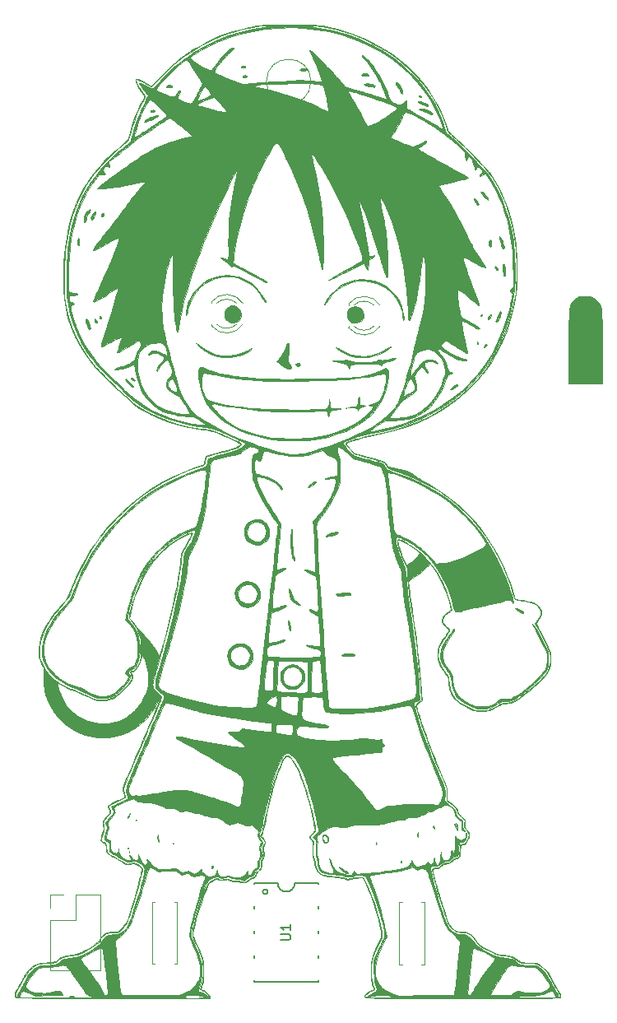
<source format=gbr>
G04 #@! TF.GenerationSoftware,KiCad,Pcbnew,(5.0.2)-1*
G04 #@! TF.CreationDate,2019-07-04T16:34:10-04:00*
G04 #@! TF.ProjectId,LuffyBadge2019_BSides,4c756666-7942-4616-9467-65323031395f,rev?*
G04 #@! TF.SameCoordinates,Original*
G04 #@! TF.FileFunction,Legend,Top*
G04 #@! TF.FilePolarity,Positive*
%FSLAX46Y46*%
G04 Gerber Fmt 4.6, Leading zero omitted, Abs format (unit mm)*
G04 Created by KiCad (PCBNEW (5.0.2)-1) date 7/4/2019 4:34:10 PM*
%MOMM*%
%LPD*%
G01*
G04 APERTURE LIST*
%ADD10C,0.010000*%
%ADD11C,0.120000*%
%ADD12C,0.150000*%
G04 APERTURE END LIST*
D10*
G04 #@! TO.C,G\002A\002A\002A*
G36*
X152819439Y-81861974D02*
X152793988Y-81887425D01*
X152768537Y-81861974D01*
X152793988Y-81836523D01*
X152819439Y-81861974D01*
X152819439Y-81861974D01*
G37*
X152819439Y-81861974D02*
X152793988Y-81887425D01*
X152768537Y-81861974D01*
X152793988Y-81836523D01*
X152819439Y-81861974D01*
G36*
X154130830Y-80795189D02*
X154142081Y-80981770D01*
X154142886Y-81063760D01*
X154148352Y-81294396D01*
X154173562Y-81442950D01*
X154231733Y-81528930D01*
X154336079Y-81571848D01*
X154499819Y-81591213D01*
X154500197Y-81591240D01*
X154728256Y-81607465D01*
X154459958Y-81700988D01*
X154282288Y-81776412D01*
X154170247Y-81865739D01*
X154097480Y-81978084D01*
X154036514Y-82090011D01*
X154002104Y-82119603D01*
X153976558Y-82076209D01*
X153966934Y-82047077D01*
X153905867Y-81949615D01*
X153786420Y-81884167D01*
X153594730Y-81846156D01*
X153316935Y-81831005D01*
X153312418Y-81830934D01*
X152946693Y-81825344D01*
X153414271Y-81749658D01*
X153633907Y-81712527D01*
X153774353Y-81680921D01*
X153857083Y-81645166D01*
X153903569Y-81595587D01*
X153935284Y-81522510D01*
X153938496Y-81513464D01*
X153974241Y-81374381D01*
X154007567Y-81182315D01*
X154025626Y-81033180D01*
X154052818Y-80823913D01*
X154082129Y-80715199D01*
X154109489Y-80705978D01*
X154130830Y-80795189D01*
X154130830Y-80795189D01*
G37*
X154130830Y-80795189D02*
X154142081Y-80981770D01*
X154142886Y-81063760D01*
X154148352Y-81294396D01*
X154173562Y-81442950D01*
X154231733Y-81528930D01*
X154336079Y-81571848D01*
X154499819Y-81591213D01*
X154500197Y-81591240D01*
X154728256Y-81607465D01*
X154459958Y-81700988D01*
X154282288Y-81776412D01*
X154170247Y-81865739D01*
X154097480Y-81978084D01*
X154036514Y-82090011D01*
X154002104Y-82119603D01*
X153976558Y-82076209D01*
X153966934Y-82047077D01*
X153905867Y-81949615D01*
X153786420Y-81884167D01*
X153594730Y-81846156D01*
X153316935Y-81831005D01*
X153312418Y-81830934D01*
X152946693Y-81825344D01*
X153414271Y-81749658D01*
X153633907Y-81712527D01*
X153774353Y-81680921D01*
X153857083Y-81645166D01*
X153903569Y-81595587D01*
X153935284Y-81522510D01*
X153938496Y-81513464D01*
X153974241Y-81374381D01*
X154007567Y-81182315D01*
X154025626Y-81033180D01*
X154052818Y-80823913D01*
X154082129Y-80715199D01*
X154109489Y-80705978D01*
X154130830Y-80795189D01*
G36*
X134772458Y-48667087D02*
X134880947Y-48721232D01*
X134902004Y-48775802D01*
X134860881Y-48848617D01*
X134821488Y-48872160D01*
X134700717Y-48896967D01*
X134546125Y-48902693D01*
X134395847Y-48891225D01*
X134288020Y-48864448D01*
X134260959Y-48844433D01*
X134264482Y-48772403D01*
X134343289Y-48705401D01*
X134471459Y-48659505D01*
X134576708Y-48648547D01*
X134772458Y-48667087D01*
X134772458Y-48667087D01*
G37*
X134772458Y-48667087D02*
X134880947Y-48721232D01*
X134902004Y-48775802D01*
X134860881Y-48848617D01*
X134821488Y-48872160D01*
X134700717Y-48896967D01*
X134546125Y-48902693D01*
X134395847Y-48891225D01*
X134288020Y-48864448D01*
X134260959Y-48844433D01*
X134264482Y-48772403D01*
X134343289Y-48705401D01*
X134471459Y-48659505D01*
X134576708Y-48648547D01*
X134772458Y-48667087D01*
G36*
X142238116Y-46672395D02*
X142371962Y-46707383D01*
X142415026Y-46763811D01*
X142368948Y-46820429D01*
X142235367Y-46855988D01*
X142223867Y-46857050D01*
X142092415Y-46852806D01*
X142008588Y-46822367D01*
X142001789Y-46814438D01*
X141994025Y-46735544D01*
X142069232Y-46684011D01*
X142209987Y-46670311D01*
X142238116Y-46672395D01*
X142238116Y-46672395D01*
G37*
X142238116Y-46672395D02*
X142371962Y-46707383D01*
X142415026Y-46763811D01*
X142368948Y-46820429D01*
X142235367Y-46855988D01*
X142223867Y-46857050D01*
X142092415Y-46852806D01*
X142008588Y-46822367D01*
X142001789Y-46814438D01*
X141994025Y-46735544D01*
X142069232Y-46684011D01*
X142209987Y-46670311D01*
X142238116Y-46672395D01*
G36*
X148771325Y-46943070D02*
X148793859Y-46989076D01*
X148725898Y-47062965D01*
X148685067Y-47093156D01*
X148556384Y-47143298D01*
X148378083Y-47168112D01*
X148195750Y-47165515D01*
X148054973Y-47133426D01*
X148035095Y-47122833D01*
X147986430Y-47062240D01*
X148030323Y-47007371D01*
X148157533Y-46962675D01*
X148358824Y-46932600D01*
X148442818Y-46926479D01*
X148655308Y-46922889D01*
X148771325Y-46943070D01*
X148771325Y-46943070D01*
G37*
X148771325Y-46943070D02*
X148793859Y-46989076D01*
X148725898Y-47062965D01*
X148685067Y-47093156D01*
X148556384Y-47143298D01*
X148378083Y-47168112D01*
X148195750Y-47165515D01*
X148054973Y-47133426D01*
X148035095Y-47122833D01*
X147986430Y-47062240D01*
X148030323Y-47007371D01*
X148157533Y-46962675D01*
X148358824Y-46932600D01*
X148442818Y-46926479D01*
X148655308Y-46922889D01*
X148771325Y-46943070D01*
G36*
X154827084Y-47456383D02*
X154977920Y-47521008D01*
X155081280Y-47612635D01*
X155109240Y-47694139D01*
X155064288Y-47714941D01*
X154948658Y-47724118D01*
X154792820Y-47721587D01*
X154627242Y-47707267D01*
X154550100Y-47695622D01*
X154406708Y-47648880D01*
X154361053Y-47578308D01*
X154395604Y-47505414D01*
X154505336Y-47440496D01*
X154659359Y-47426849D01*
X154827084Y-47456383D01*
X154827084Y-47456383D01*
G37*
X154827084Y-47456383D02*
X154977920Y-47521008D01*
X155081280Y-47612635D01*
X155109240Y-47694139D01*
X155064288Y-47714941D01*
X154948658Y-47724118D01*
X154792820Y-47721587D01*
X154627242Y-47707267D01*
X154550100Y-47695622D01*
X154406708Y-47648880D01*
X154361053Y-47578308D01*
X154395604Y-47505414D01*
X154505336Y-47440496D01*
X154659359Y-47426849D01*
X154827084Y-47456383D01*
G36*
X142501011Y-47650898D02*
X142574539Y-47702132D01*
X142568464Y-47769326D01*
X142555745Y-47783691D01*
X142479683Y-47820567D01*
X142350330Y-47855602D01*
X142328050Y-47859940D01*
X142192741Y-47871936D01*
X142126300Y-47839372D01*
X142115695Y-47819202D01*
X142120696Y-47720898D01*
X142210671Y-47654313D01*
X142366294Y-47630511D01*
X142501011Y-47650898D01*
X142501011Y-47650898D01*
G37*
X142501011Y-47650898D02*
X142574539Y-47702132D01*
X142568464Y-47769326D01*
X142555745Y-47783691D01*
X142479683Y-47820567D01*
X142350330Y-47855602D01*
X142328050Y-47859940D01*
X142192741Y-47871936D01*
X142126300Y-47839372D01*
X142115695Y-47819202D01*
X142120696Y-47720898D01*
X142210671Y-47654313D01*
X142366294Y-47630511D01*
X142501011Y-47650898D01*
G36*
X154988003Y-48490007D02*
X155217734Y-48508919D01*
X155425107Y-48550847D01*
X155592348Y-48608861D01*
X155701683Y-48676032D01*
X155735339Y-48745431D01*
X155720905Y-48775725D01*
X155688337Y-48813242D01*
X155652584Y-48834641D01*
X155593793Y-48839087D01*
X155492113Y-48825745D01*
X155327692Y-48793780D01*
X155119323Y-48750413D01*
X154855162Y-48686466D01*
X154680283Y-48625727D01*
X154596559Y-48571913D01*
X154605867Y-48528743D01*
X154710079Y-48499933D01*
X154911071Y-48489201D01*
X154988003Y-48490007D01*
X154988003Y-48490007D01*
G37*
X154988003Y-48490007D02*
X155217734Y-48508919D01*
X155425107Y-48550847D01*
X155592348Y-48608861D01*
X155701683Y-48676032D01*
X155735339Y-48745431D01*
X155720905Y-48775725D01*
X155688337Y-48813242D01*
X155652584Y-48834641D01*
X155593793Y-48839087D01*
X155492113Y-48825745D01*
X155327692Y-48793780D01*
X155119323Y-48750413D01*
X154855162Y-48686466D01*
X154680283Y-48625727D01*
X154596559Y-48571913D01*
X154605867Y-48528743D01*
X154710079Y-48499933D01*
X154911071Y-48489201D01*
X154988003Y-48490007D01*
G36*
X158044603Y-48384524D02*
X158155525Y-48495711D01*
X158282047Y-48657232D01*
X158407493Y-48849624D01*
X158423843Y-48877605D01*
X158499144Y-49037245D01*
X158548504Y-49198087D01*
X158571691Y-49342528D01*
X158568476Y-49452965D01*
X158538627Y-49511796D01*
X158481913Y-49501416D01*
X158431354Y-49450251D01*
X158382532Y-49368621D01*
X158314328Y-49231185D01*
X158274796Y-49143750D01*
X158176879Y-48949320D01*
X158055186Y-48746056D01*
X158008197Y-48677118D01*
X157910295Y-48513499D01*
X157885162Y-48400836D01*
X157933768Y-48346797D01*
X157965955Y-48343137D01*
X158044603Y-48384524D01*
X158044603Y-48384524D01*
G37*
X158044603Y-48384524D02*
X158155525Y-48495711D01*
X158282047Y-48657232D01*
X158407493Y-48849624D01*
X158423843Y-48877605D01*
X158499144Y-49037245D01*
X158548504Y-49198087D01*
X158571691Y-49342528D01*
X158568476Y-49452965D01*
X158538627Y-49511796D01*
X158481913Y-49501416D01*
X158431354Y-49450251D01*
X158382532Y-49368621D01*
X158314328Y-49231185D01*
X158274796Y-49143750D01*
X158176879Y-48949320D01*
X158055186Y-48746056D01*
X158008197Y-48677118D01*
X157910295Y-48513499D01*
X157885162Y-48400836D01*
X157933768Y-48346797D01*
X157965955Y-48343137D01*
X158044603Y-48384524D01*
G36*
X160433618Y-49708099D02*
X160526002Y-49762711D01*
X160556513Y-49818198D01*
X160514386Y-49855705D01*
X160417024Y-49868948D01*
X160307951Y-49858362D01*
X160230693Y-49824384D01*
X160222910Y-49814854D01*
X160222656Y-49735369D01*
X160243976Y-49704250D01*
X160324160Y-49682979D01*
X160433618Y-49708099D01*
X160433618Y-49708099D01*
G37*
X160433618Y-49708099D02*
X160526002Y-49762711D01*
X160556513Y-49818198D01*
X160514386Y-49855705D01*
X160417024Y-49868948D01*
X160307951Y-49858362D01*
X160230693Y-49824384D01*
X160222910Y-49814854D01*
X160222656Y-49735369D01*
X160243976Y-49704250D01*
X160324160Y-49682979D01*
X160433618Y-49708099D01*
G36*
X160320270Y-50295713D02*
X160503491Y-50343774D01*
X160620482Y-50379085D01*
X160871827Y-50472769D01*
X161064937Y-50577227D01*
X161184901Y-50682841D01*
X161218236Y-50764667D01*
X161206756Y-50811948D01*
X161161993Y-50828253D01*
X161068463Y-50811000D01*
X160910683Y-50757607D01*
X160709218Y-50679795D01*
X160477547Y-50586755D01*
X160324039Y-50519892D01*
X160231647Y-50469342D01*
X160183324Y-50425241D01*
X160162022Y-50377727D01*
X160158292Y-50361027D01*
X160161948Y-50304897D01*
X160211182Y-50282940D01*
X160320270Y-50295713D01*
X160320270Y-50295713D01*
G37*
X160320270Y-50295713D02*
X160503491Y-50343774D01*
X160620482Y-50379085D01*
X160871827Y-50472769D01*
X161064937Y-50577227D01*
X161184901Y-50682841D01*
X161218236Y-50764667D01*
X161206756Y-50811948D01*
X161161993Y-50828253D01*
X161068463Y-50811000D01*
X160910683Y-50757607D01*
X160709218Y-50679795D01*
X160477547Y-50586755D01*
X160324039Y-50519892D01*
X160231647Y-50469342D01*
X160183324Y-50425241D01*
X160162022Y-50377727D01*
X160158292Y-50361027D01*
X160161948Y-50304897D01*
X160211182Y-50282940D01*
X160320270Y-50295713D01*
G36*
X160805533Y-51114182D02*
X161063396Y-51174964D01*
X161299745Y-51264788D01*
X161493461Y-51374263D01*
X161623426Y-51493996D01*
X161667167Y-51589876D01*
X161654191Y-51680497D01*
X161584047Y-51693476D01*
X161465863Y-51628429D01*
X161429819Y-51599879D01*
X161331110Y-51542836D01*
X161161793Y-51469612D01*
X160949309Y-51391430D01*
X160806272Y-51344877D01*
X160597489Y-51276051D01*
X160430853Y-51212749D01*
X160326766Y-51163238D01*
X160302004Y-51140550D01*
X160347689Y-51112320D01*
X160464080Y-51094736D01*
X160547274Y-51091834D01*
X160805533Y-51114182D01*
X160805533Y-51114182D01*
G37*
X160805533Y-51114182D02*
X161063396Y-51174964D01*
X161299745Y-51264788D01*
X161493461Y-51374263D01*
X161623426Y-51493996D01*
X161667167Y-51589876D01*
X161654191Y-51680497D01*
X161584047Y-51693476D01*
X161465863Y-51628429D01*
X161429819Y-51599879D01*
X161331110Y-51542836D01*
X161161793Y-51469612D01*
X160949309Y-51391430D01*
X160806272Y-51344877D01*
X160597489Y-51276051D01*
X160430853Y-51212749D01*
X160326766Y-51163238D01*
X160302004Y-51140550D01*
X160347689Y-51112320D01*
X160464080Y-51094736D01*
X160547274Y-51091834D01*
X160805533Y-51114182D01*
G36*
X133033485Y-51214074D02*
X133106887Y-51265492D01*
X133100459Y-51333057D01*
X133088010Y-51347176D01*
X132988216Y-51396155D01*
X132843153Y-51422308D01*
X132708490Y-51416031D01*
X132700501Y-51414023D01*
X132622081Y-51366764D01*
X132624401Y-51304072D01*
X132691832Y-51243339D01*
X132808744Y-51201953D01*
X132898559Y-51193638D01*
X133033485Y-51214074D01*
X133033485Y-51214074D01*
G37*
X133033485Y-51214074D02*
X133106887Y-51265492D01*
X133100459Y-51333057D01*
X133088010Y-51347176D01*
X132988216Y-51396155D01*
X132843153Y-51422308D01*
X132708490Y-51416031D01*
X132700501Y-51414023D01*
X132622081Y-51366764D01*
X132624401Y-51304072D01*
X132691832Y-51243339D01*
X132808744Y-51201953D01*
X132898559Y-51193638D01*
X133033485Y-51214074D01*
G36*
X133424645Y-51787216D02*
X133425852Y-51796570D01*
X133383808Y-51872389D01*
X133280386Y-51957135D01*
X133149647Y-52024312D01*
X133120441Y-52034150D01*
X133018318Y-52071546D01*
X132852298Y-52139486D01*
X132651028Y-52226087D01*
X132553798Y-52269228D01*
X132318658Y-52372351D01*
X132160446Y-52434220D01*
X132064522Y-52458077D01*
X132016247Y-52447160D01*
X132000983Y-52404710D01*
X132000601Y-52391665D01*
X132047193Y-52305814D01*
X132177979Y-52199737D01*
X132379478Y-52081901D01*
X132638206Y-51960771D01*
X132775211Y-51905315D01*
X133030516Y-51816286D01*
X133231747Y-51765608D01*
X133367068Y-51755258D01*
X133424645Y-51787216D01*
X133424645Y-51787216D01*
G37*
X133424645Y-51787216D02*
X133425852Y-51796570D01*
X133383808Y-51872389D01*
X133280386Y-51957135D01*
X133149647Y-52024312D01*
X133120441Y-52034150D01*
X133018318Y-52071546D01*
X132852298Y-52139486D01*
X132651028Y-52226087D01*
X132553798Y-52269228D01*
X132318658Y-52372351D01*
X132160446Y-52434220D01*
X132064522Y-52458077D01*
X132016247Y-52447160D01*
X132000983Y-52404710D01*
X132000601Y-52391665D01*
X132047193Y-52305814D01*
X132177979Y-52199737D01*
X132379478Y-52081901D01*
X132638206Y-51960771D01*
X132775211Y-51905315D01*
X133030516Y-51816286D01*
X133231747Y-51765608D01*
X133367068Y-51755258D01*
X133424645Y-51787216D01*
G36*
X127801141Y-61840779D02*
X127827022Y-61943832D01*
X127803623Y-62085995D01*
X127795756Y-62107911D01*
X127726625Y-62179965D01*
X127633683Y-62175103D01*
X127606079Y-62154493D01*
X127572882Y-62061567D01*
X127586709Y-61937887D01*
X127640594Y-61839008D01*
X127646267Y-61833965D01*
X127737163Y-61797327D01*
X127801141Y-61840779D01*
X127801141Y-61840779D01*
G37*
X127801141Y-61840779D02*
X127827022Y-61943832D01*
X127803623Y-62085995D01*
X127795756Y-62107911D01*
X127726625Y-62179965D01*
X127633683Y-62175103D01*
X127606079Y-62154493D01*
X127572882Y-62061567D01*
X127586709Y-61937887D01*
X127640594Y-61839008D01*
X127646267Y-61833965D01*
X127737163Y-61797327D01*
X127801141Y-61840779D01*
G36*
X127001758Y-61682449D02*
X126976786Y-61815790D01*
X126901891Y-62034405D01*
X126802839Y-62277505D01*
X126718103Y-62424490D01*
X126629898Y-62491901D01*
X126551284Y-62471781D01*
X126529383Y-62444111D01*
X126517691Y-62342748D01*
X126556411Y-62190242D01*
X126634051Y-62016273D01*
X126739122Y-61850519D01*
X126777614Y-61802959D01*
X126902125Y-61675145D01*
X126976856Y-61635272D01*
X127001758Y-61682449D01*
X127001758Y-61682449D01*
G37*
X127001758Y-61682449D02*
X126976786Y-61815790D01*
X126901891Y-62034405D01*
X126802839Y-62277505D01*
X126718103Y-62424490D01*
X126629898Y-62491901D01*
X126551284Y-62471781D01*
X126529383Y-62444111D01*
X126517691Y-62342748D01*
X126556411Y-62190242D01*
X126634051Y-62016273D01*
X126739122Y-61850519D01*
X126777614Y-61802959D01*
X126902125Y-61675145D01*
X126976856Y-61635272D01*
X127001758Y-61682449D01*
G36*
X126428701Y-61430318D02*
X126444085Y-61458111D01*
X126422474Y-61525588D01*
X126358967Y-61650056D01*
X126273943Y-61803652D01*
X126170922Y-62015836D01*
X126083508Y-62244806D01*
X126037954Y-62409538D01*
X125984740Y-62609441D01*
X125922891Y-62737356D01*
X125859262Y-62781896D01*
X125824074Y-62764873D01*
X125795761Y-62680448D01*
X125790264Y-62530336D01*
X125804862Y-62347396D01*
X125836836Y-62164491D01*
X125883465Y-62014481D01*
X125886806Y-62006943D01*
X125977885Y-61841760D01*
X126094335Y-61677749D01*
X126216163Y-61538446D01*
X126323378Y-61447387D01*
X126381225Y-61424900D01*
X126428701Y-61430318D01*
X126428701Y-61430318D01*
G37*
X126428701Y-61430318D02*
X126444085Y-61458111D01*
X126422474Y-61525588D01*
X126358967Y-61650056D01*
X126273943Y-61803652D01*
X126170922Y-62015836D01*
X126083508Y-62244806D01*
X126037954Y-62409538D01*
X125984740Y-62609441D01*
X125922891Y-62737356D01*
X125859262Y-62781896D01*
X125824074Y-62764873D01*
X125795761Y-62680448D01*
X125790264Y-62530336D01*
X125804862Y-62347396D01*
X125836836Y-62164491D01*
X125883465Y-62014481D01*
X125886806Y-62006943D01*
X125977885Y-61841760D01*
X126094335Y-61677749D01*
X126216163Y-61538446D01*
X126323378Y-61447387D01*
X126381225Y-61424900D01*
X126428701Y-61430318D01*
G36*
X125291750Y-64430509D02*
X125320589Y-64627834D01*
X125327400Y-64822285D01*
X125312050Y-64982473D01*
X125280569Y-65095018D01*
X125238988Y-65146540D01*
X125193337Y-65123658D01*
X125149648Y-65012993D01*
X125148692Y-65009222D01*
X125136845Y-64895082D01*
X125139079Y-64735010D01*
X125152449Y-64565053D01*
X125174014Y-64421254D01*
X125200829Y-64339661D01*
X125203630Y-64336367D01*
X125252688Y-64332962D01*
X125291750Y-64430509D01*
X125291750Y-64430509D01*
G37*
X125291750Y-64430509D02*
X125320589Y-64627834D01*
X125327400Y-64822285D01*
X125312050Y-64982473D01*
X125280569Y-65095018D01*
X125238988Y-65146540D01*
X125193337Y-65123658D01*
X125149648Y-65012993D01*
X125148692Y-65009222D01*
X125136845Y-64895082D01*
X125139079Y-64735010D01*
X125152449Y-64565053D01*
X125174014Y-64421254D01*
X125200829Y-64339661D01*
X125203630Y-64336367D01*
X125252688Y-64332962D01*
X125291750Y-64430509D01*
G36*
X127528338Y-72410089D02*
X127582035Y-72497423D01*
X127608777Y-72617672D01*
X127571124Y-72688520D01*
X127483066Y-72689045D01*
X127440512Y-72632459D01*
X127421359Y-72531381D01*
X127427205Y-72429736D01*
X127459643Y-72371446D01*
X127471432Y-72368788D01*
X127528338Y-72410089D01*
X127528338Y-72410089D01*
G37*
X127528338Y-72410089D02*
X127582035Y-72497423D01*
X127608777Y-72617672D01*
X127571124Y-72688520D01*
X127483066Y-72689045D01*
X127440512Y-72632459D01*
X127421359Y-72531381D01*
X127427205Y-72429736D01*
X127459643Y-72371446D01*
X127471432Y-72368788D01*
X127528338Y-72410089D01*
G36*
X126977169Y-72714958D02*
X127061089Y-72812723D01*
X127132343Y-72930719D01*
X127164787Y-73032175D01*
X127164930Y-73037376D01*
X127134010Y-73116868D01*
X127056601Y-73121792D01*
X126955729Y-73051956D01*
X126943761Y-73039229D01*
X126890183Y-72943605D01*
X126862591Y-72826019D01*
X126864782Y-72723922D01*
X126900558Y-72674766D01*
X126906726Y-72674199D01*
X126977169Y-72714958D01*
X126977169Y-72714958D01*
G37*
X126977169Y-72714958D02*
X127061089Y-72812723D01*
X127132343Y-72930719D01*
X127164787Y-73032175D01*
X127164930Y-73037376D01*
X127134010Y-73116868D01*
X127056601Y-73121792D01*
X126955729Y-73051956D01*
X126943761Y-73039229D01*
X126890183Y-72943605D01*
X126862591Y-72826019D01*
X126864782Y-72723922D01*
X126900558Y-72674766D01*
X126906726Y-72674199D01*
X126977169Y-72714958D01*
G36*
X126129613Y-72709362D02*
X126194780Y-72821596D01*
X126229407Y-72929300D01*
X126286071Y-73123995D01*
X126354371Y-73317804D01*
X126369387Y-73354864D01*
X126422334Y-73502889D01*
X126450762Y-73625540D01*
X126452304Y-73647549D01*
X126422696Y-73727268D01*
X126350565Y-73733987D01*
X126260955Y-73670857D01*
X126220179Y-73618345D01*
X126130846Y-73437285D01*
X126054163Y-73204767D01*
X126004755Y-72971120D01*
X125994188Y-72840533D01*
X126014256Y-72713147D01*
X126064418Y-72671318D01*
X126129613Y-72709362D01*
X126129613Y-72709362D01*
G37*
X126129613Y-72709362D02*
X126194780Y-72821596D01*
X126229407Y-72929300D01*
X126286071Y-73123995D01*
X126354371Y-73317804D01*
X126369387Y-73354864D01*
X126422334Y-73502889D01*
X126450762Y-73625540D01*
X126452304Y-73647549D01*
X126422696Y-73727268D01*
X126350565Y-73733987D01*
X126260955Y-73670857D01*
X126220179Y-73618345D01*
X126130846Y-73437285D01*
X126054163Y-73204767D01*
X126004755Y-72971120D01*
X125994188Y-72840533D01*
X126014256Y-72713147D01*
X126064418Y-72671318D01*
X126129613Y-72709362D01*
G36*
X130792322Y-78762628D02*
X130895731Y-78837452D01*
X130980688Y-78928206D01*
X131017884Y-79007109D01*
X131013169Y-79028587D01*
X130948029Y-79082741D01*
X130860533Y-79053937D01*
X130751076Y-78953139D01*
X130650864Y-78827355D01*
X130634303Y-78754698D01*
X130699767Y-78731513D01*
X130792322Y-78762628D01*
X130792322Y-78762628D01*
G37*
X130792322Y-78762628D02*
X130895731Y-78837452D01*
X130980688Y-78928206D01*
X131017884Y-79007109D01*
X131013169Y-79028587D01*
X130948029Y-79082741D01*
X130860533Y-79053937D01*
X130751076Y-78953139D01*
X130650864Y-78827355D01*
X130634303Y-78754698D01*
X130699767Y-78731513D01*
X130792322Y-78762628D01*
G36*
X130202011Y-78919360D02*
X130311205Y-79011686D01*
X130445611Y-79141545D01*
X130586740Y-79289288D01*
X130716100Y-79435265D01*
X130815203Y-79559826D01*
X130865556Y-79643320D01*
X130867754Y-79661317D01*
X130828827Y-79719693D01*
X130764160Y-79716237D01*
X130664561Y-79645162D01*
X130520835Y-79500679D01*
X130402780Y-79368539D01*
X130230607Y-79166302D01*
X130123831Y-79026901D01*
X130076873Y-78940188D01*
X130084157Y-78896018D01*
X130136520Y-78884219D01*
X130202011Y-78919360D01*
X130202011Y-78919360D01*
G37*
X130202011Y-78919360D02*
X130311205Y-79011686D01*
X130445611Y-79141545D01*
X130586740Y-79289288D01*
X130716100Y-79435265D01*
X130815203Y-79559826D01*
X130865556Y-79643320D01*
X130867754Y-79661317D01*
X130828827Y-79719693D01*
X130764160Y-79716237D01*
X130664561Y-79645162D01*
X130520835Y-79500679D01*
X130402780Y-79368539D01*
X130230607Y-79166302D01*
X130123831Y-79026901D01*
X130076873Y-78940188D01*
X130084157Y-78896018D01*
X130136520Y-78884219D01*
X130202011Y-78919360D01*
G36*
X166788760Y-59630665D02*
X166912929Y-59730299D01*
X167053479Y-59868756D01*
X167189836Y-60023453D01*
X167301422Y-60171810D01*
X167367661Y-60291243D01*
X167377355Y-60334108D01*
X167363538Y-60428091D01*
X167338091Y-60457766D01*
X167288531Y-60422996D01*
X167186997Y-60329429D01*
X167050449Y-60193180D01*
X166956327Y-60095062D01*
X166769679Y-59888040D01*
X166658398Y-59740325D01*
X166619561Y-59646149D01*
X166650247Y-59599746D01*
X166701550Y-59592435D01*
X166788760Y-59630665D01*
X166788760Y-59630665D01*
G37*
X166788760Y-59630665D02*
X166912929Y-59730299D01*
X167053479Y-59868756D01*
X167189836Y-60023453D01*
X167301422Y-60171810D01*
X167367661Y-60291243D01*
X167377355Y-60334108D01*
X167363538Y-60428091D01*
X167338091Y-60457766D01*
X167288531Y-60422996D01*
X167186997Y-60329429D01*
X167050449Y-60193180D01*
X166956327Y-60095062D01*
X166769679Y-59888040D01*
X166658398Y-59740325D01*
X166619561Y-59646149D01*
X166650247Y-59599746D01*
X166701550Y-59592435D01*
X166788760Y-59630665D01*
G36*
X166032195Y-60320046D02*
X166118279Y-60391555D01*
X166215110Y-60510020D01*
X166306632Y-60652748D01*
X166376790Y-60797045D01*
X166409527Y-60920218D01*
X166410220Y-60936300D01*
X166387432Y-61009173D01*
X166319125Y-60991065D01*
X166205384Y-60882012D01*
X166161458Y-60830408D01*
X166058219Y-60678957D01*
X165985851Y-60523250D01*
X165955026Y-60392281D01*
X165972912Y-60318187D01*
X166032195Y-60320046D01*
X166032195Y-60320046D01*
G37*
X166032195Y-60320046D02*
X166118279Y-60391555D01*
X166215110Y-60510020D01*
X166306632Y-60652748D01*
X166376790Y-60797045D01*
X166409527Y-60920218D01*
X166410220Y-60936300D01*
X166387432Y-61009173D01*
X166319125Y-60991065D01*
X166205384Y-60882012D01*
X166161458Y-60830408D01*
X166058219Y-60678957D01*
X165985851Y-60523250D01*
X165955026Y-60392281D01*
X165972912Y-60318187D01*
X166032195Y-60320046D01*
G36*
X167652177Y-64546346D02*
X167700967Y-64613124D01*
X167729681Y-64745675D01*
X167737890Y-64909879D01*
X167725168Y-65071621D01*
X167691086Y-65196783D01*
X167660864Y-65239589D01*
X167594577Y-65268289D01*
X167539906Y-65209735D01*
X167533610Y-65198266D01*
X167497152Y-65072688D01*
X167481877Y-64901264D01*
X167488371Y-64729313D01*
X167517218Y-64602157D01*
X167525702Y-64586120D01*
X167604542Y-64540373D01*
X167652177Y-64546346D01*
X167652177Y-64546346D01*
G37*
X167652177Y-64546346D02*
X167700967Y-64613124D01*
X167729681Y-64745675D01*
X167737890Y-64909879D01*
X167725168Y-65071621D01*
X167691086Y-65196783D01*
X167660864Y-65239589D01*
X167594577Y-65268289D01*
X167539906Y-65209735D01*
X167533610Y-65198266D01*
X167497152Y-65072688D01*
X167481877Y-64901264D01*
X167488371Y-64729313D01*
X167517218Y-64602157D01*
X167525702Y-64586120D01*
X167604542Y-64540373D01*
X167652177Y-64546346D01*
G36*
X168675456Y-64274183D02*
X168765950Y-64420175D01*
X168865173Y-64657892D01*
X168936211Y-64869003D01*
X169010045Y-65127642D01*
X169041983Y-65306393D01*
X169032205Y-65418067D01*
X168980889Y-65475479D01*
X168944821Y-65486923D01*
X168880746Y-65468765D01*
X168830312Y-65374507D01*
X168804156Y-65283901D01*
X168757946Y-65112745D01*
X168695893Y-64899405D01*
X168648630Y-64745174D01*
X168576107Y-64484878D01*
X168550794Y-64314160D01*
X168572632Y-64232431D01*
X168596112Y-64224499D01*
X168675456Y-64274183D01*
X168675456Y-64274183D01*
G37*
X168675456Y-64274183D02*
X168765950Y-64420175D01*
X168865173Y-64657892D01*
X168936211Y-64869003D01*
X169010045Y-65127642D01*
X169041983Y-65306393D01*
X169032205Y-65418067D01*
X168980889Y-65475479D01*
X168944821Y-65486923D01*
X168880746Y-65468765D01*
X168830312Y-65374507D01*
X168804156Y-65283901D01*
X168757946Y-65112745D01*
X168695893Y-64899405D01*
X168648630Y-64745174D01*
X168576107Y-64484878D01*
X168550794Y-64314160D01*
X168572632Y-64232431D01*
X168596112Y-64224499D01*
X168675456Y-64274183D01*
G36*
X168248895Y-67316546D02*
X168335566Y-67409614D01*
X168401170Y-67526684D01*
X168428421Y-67636634D01*
X168400032Y-67708338D01*
X168397888Y-67709729D01*
X168330940Y-67699054D01*
X168234540Y-67630695D01*
X168217661Y-67614523D01*
X168132030Y-67499076D01*
X168093083Y-67386102D01*
X168105772Y-67303686D01*
X168158443Y-67278607D01*
X168248895Y-67316546D01*
X168248895Y-67316546D01*
G37*
X168248895Y-67316546D02*
X168335566Y-67409614D01*
X168401170Y-67526684D01*
X168428421Y-67636634D01*
X168400032Y-67708338D01*
X168397888Y-67709729D01*
X168330940Y-67699054D01*
X168234540Y-67630695D01*
X168217661Y-67614523D01*
X168132030Y-67499076D01*
X168093083Y-67386102D01*
X168105772Y-67303686D01*
X168158443Y-67278607D01*
X168248895Y-67316546D01*
G36*
X169053298Y-67110953D02*
X169109047Y-67223574D01*
X169143379Y-67420007D01*
X169158072Y-67707396D01*
X169158918Y-67816390D01*
X169155680Y-68049663D01*
X169144421Y-68196993D01*
X169122824Y-68274085D01*
X169088568Y-68296640D01*
X169088011Y-68296644D01*
X169012131Y-68255130D01*
X168982768Y-68207565D01*
X168965474Y-68120844D01*
X168946476Y-67958787D01*
X168928538Y-67747765D01*
X168918751Y-67596744D01*
X168906934Y-67360651D01*
X168905045Y-67208240D01*
X168914983Y-67121704D01*
X168938644Y-67083239D01*
X168974352Y-67075000D01*
X169053298Y-67110953D01*
X169053298Y-67110953D01*
G37*
X169053298Y-67110953D02*
X169109047Y-67223574D01*
X169143379Y-67420007D01*
X169158072Y-67707396D01*
X169158918Y-67816390D01*
X169155680Y-68049663D01*
X169144421Y-68196993D01*
X169122824Y-68274085D01*
X169088568Y-68296640D01*
X169088011Y-68296644D01*
X169012131Y-68255130D01*
X168982768Y-68207565D01*
X168965474Y-68120844D01*
X168946476Y-67958787D01*
X168928538Y-67747765D01*
X168918751Y-67596744D01*
X168906934Y-67360651D01*
X168905045Y-67208240D01*
X168914983Y-67121704D01*
X168938644Y-67083239D01*
X168974352Y-67075000D01*
X169053298Y-67110953D01*
G36*
X166758340Y-72242198D02*
X166758669Y-72295080D01*
X166709850Y-72384351D01*
X166672593Y-72408608D01*
X166622020Y-72393574D01*
X166621692Y-72340692D01*
X166670511Y-72251421D01*
X166707767Y-72227164D01*
X166758340Y-72242198D01*
X166758340Y-72242198D01*
G37*
X166758340Y-72242198D02*
X166758669Y-72295080D01*
X166709850Y-72384351D01*
X166672593Y-72408608D01*
X166622020Y-72393574D01*
X166621692Y-72340692D01*
X166670511Y-72251421D01*
X166707767Y-72227164D01*
X166758340Y-72242198D01*
G36*
X167698651Y-72253501D02*
X167700691Y-72365878D01*
X167637367Y-72546357D01*
X167555950Y-72689095D01*
X167475510Y-72765571D01*
X167411387Y-72768989D01*
X167378922Y-72692551D01*
X167377545Y-72661473D01*
X167401602Y-72550335D01*
X167460477Y-72417293D01*
X167534662Y-72297019D01*
X167604653Y-72224185D01*
X167628111Y-72216082D01*
X167698651Y-72253501D01*
X167698651Y-72253501D01*
G37*
X167698651Y-72253501D02*
X167700691Y-72365878D01*
X167637367Y-72546357D01*
X167555950Y-72689095D01*
X167475510Y-72765571D01*
X167411387Y-72768989D01*
X167378922Y-72692551D01*
X167377545Y-72661473D01*
X167401602Y-72550335D01*
X167460477Y-72417293D01*
X167534662Y-72297019D01*
X167604653Y-72224185D01*
X167628111Y-72216082D01*
X167698651Y-72253501D01*
G36*
X168690127Y-71954219D02*
X168700119Y-72068589D01*
X168679837Y-72229374D01*
X168632137Y-72412167D01*
X168569572Y-72572229D01*
X168439130Y-72823095D01*
X168327692Y-72974230D01*
X168235037Y-73025875D01*
X168179468Y-73001229D01*
X168176558Y-72935091D01*
X168211189Y-72802254D01*
X168273364Y-72626043D01*
X168353084Y-72429781D01*
X168440350Y-72236790D01*
X168525162Y-72070394D01*
X168597522Y-71953916D01*
X168647004Y-71910672D01*
X168690127Y-71954219D01*
X168690127Y-71954219D01*
G37*
X168690127Y-71954219D02*
X168700119Y-72068589D01*
X168679837Y-72229374D01*
X168632137Y-72412167D01*
X168569572Y-72572229D01*
X168439130Y-72823095D01*
X168327692Y-72974230D01*
X168235037Y-73025875D01*
X168179468Y-73001229D01*
X168176558Y-72935091D01*
X168211189Y-72802254D01*
X168273364Y-72626043D01*
X168353084Y-72429781D01*
X168440350Y-72236790D01*
X168525162Y-72070394D01*
X168597522Y-71953916D01*
X168647004Y-71910672D01*
X168690127Y-71954219D01*
G36*
X166349774Y-75109216D02*
X166359318Y-75168387D01*
X166338002Y-75251101D01*
X166308417Y-75270191D01*
X166267060Y-75227558D01*
X166257515Y-75168387D01*
X166278831Y-75085673D01*
X166308417Y-75066583D01*
X166349774Y-75109216D01*
X166349774Y-75109216D01*
G37*
X166349774Y-75109216D02*
X166359318Y-75168387D01*
X166338002Y-75251101D01*
X166308417Y-75270191D01*
X166267060Y-75227558D01*
X166257515Y-75168387D01*
X166278831Y-75085673D01*
X166308417Y-75066583D01*
X166349774Y-75109216D01*
G36*
X167242565Y-75267746D02*
X167269761Y-75339945D01*
X167227278Y-75453262D01*
X167222154Y-75462512D01*
X167138629Y-75568579D01*
X167052776Y-75617385D01*
X166988957Y-75601630D01*
X166970140Y-75538030D01*
X166999765Y-75431043D01*
X167070893Y-75331294D01*
X167156907Y-75265194D01*
X167231186Y-75259152D01*
X167242565Y-75267746D01*
X167242565Y-75267746D01*
G37*
X167242565Y-75267746D02*
X167269761Y-75339945D01*
X167227278Y-75453262D01*
X167222154Y-75462512D01*
X167138629Y-75568579D01*
X167052776Y-75617385D01*
X166988957Y-75601630D01*
X166970140Y-75538030D01*
X166999765Y-75431043D01*
X167070893Y-75331294D01*
X167156907Y-75265194D01*
X167231186Y-75259152D01*
X167242565Y-75267746D01*
G36*
X164245413Y-79468407D02*
X164202224Y-79571931D01*
X164191148Y-79588313D01*
X164082988Y-79701401D01*
X163930182Y-79814688D01*
X163768663Y-79905552D01*
X163634366Y-79951368D01*
X163611633Y-79953157D01*
X163528238Y-79943406D01*
X163508817Y-79929766D01*
X163545927Y-79876503D01*
X163642068Y-79782834D01*
X163774461Y-79668938D01*
X163920325Y-79554997D01*
X163981583Y-79510966D01*
X164122309Y-79433206D01*
X164214513Y-79420592D01*
X164245413Y-79468407D01*
X164245413Y-79468407D01*
G37*
X164245413Y-79468407D02*
X164202224Y-79571931D01*
X164191148Y-79588313D01*
X164082988Y-79701401D01*
X163930182Y-79814688D01*
X163768663Y-79905552D01*
X163634366Y-79951368D01*
X163611633Y-79953157D01*
X163528238Y-79943406D01*
X163508817Y-79929766D01*
X163545927Y-79876503D01*
X163642068Y-79782834D01*
X163774461Y-79668938D01*
X163920325Y-79554997D01*
X163981583Y-79510966D01*
X164122309Y-79433206D01*
X164214513Y-79420592D01*
X164245413Y-79468407D01*
G36*
X141071235Y-68225949D02*
X141580163Y-68320606D01*
X141748387Y-68371086D01*
X142238033Y-68558328D01*
X142656785Y-68773853D01*
X143035080Y-69036107D01*
X143403349Y-69363535D01*
X143431211Y-69391032D01*
X143770658Y-69750100D01*
X144042313Y-70090777D01*
X144268230Y-70442543D01*
X144395361Y-70679854D01*
X144476013Y-70844847D01*
X144512838Y-70939293D01*
X144509655Y-70982609D01*
X144470286Y-70994213D01*
X144457254Y-70994439D01*
X144405825Y-70951778D01*
X144326930Y-70838435D01*
X144235311Y-70676371D01*
X144209277Y-70625035D01*
X143895826Y-70102826D01*
X143500395Y-69626380D01*
X143036774Y-69206933D01*
X142518754Y-68855720D01*
X141960123Y-68583977D01*
X141528146Y-68440509D01*
X141245285Y-68379857D01*
X140934193Y-68345459D01*
X140559222Y-68333403D01*
X140552104Y-68333368D01*
X140100104Y-68347583D01*
X139707091Y-68400382D01*
X139334758Y-68500375D01*
X138944803Y-68656168D01*
X138788182Y-68729776D01*
X138213230Y-69060837D01*
X137714043Y-69458010D01*
X137293242Y-69918100D01*
X136953446Y-70437906D01*
X136697274Y-71014233D01*
X136572852Y-71434011D01*
X136494809Y-71754984D01*
X136436574Y-71989118D01*
X136394440Y-72148624D01*
X136364702Y-72245715D01*
X136343655Y-72292603D01*
X136327592Y-72301500D01*
X136314095Y-72286734D01*
X136305321Y-72209421D01*
X136315817Y-72057405D01*
X136341673Y-71855112D01*
X136378978Y-71626969D01*
X136423821Y-71397401D01*
X136472290Y-71190834D01*
X136510479Y-71060254D01*
X136708933Y-70600445D01*
X136991307Y-70137128D01*
X137342110Y-69688735D01*
X137745849Y-69273700D01*
X138187033Y-68910454D01*
X138483416Y-68712742D01*
X138926078Y-68495813D01*
X139430389Y-68336137D01*
X139972150Y-68236247D01*
X140527165Y-68198673D01*
X141071235Y-68225949D01*
X141071235Y-68225949D01*
G37*
X141071235Y-68225949D02*
X141580163Y-68320606D01*
X141748387Y-68371086D01*
X142238033Y-68558328D01*
X142656785Y-68773853D01*
X143035080Y-69036107D01*
X143403349Y-69363535D01*
X143431211Y-69391032D01*
X143770658Y-69750100D01*
X144042313Y-70090777D01*
X144268230Y-70442543D01*
X144395361Y-70679854D01*
X144476013Y-70844847D01*
X144512838Y-70939293D01*
X144509655Y-70982609D01*
X144470286Y-70994213D01*
X144457254Y-70994439D01*
X144405825Y-70951778D01*
X144326930Y-70838435D01*
X144235311Y-70676371D01*
X144209277Y-70625035D01*
X143895826Y-70102826D01*
X143500395Y-69626380D01*
X143036774Y-69206933D01*
X142518754Y-68855720D01*
X141960123Y-68583977D01*
X141528146Y-68440509D01*
X141245285Y-68379857D01*
X140934193Y-68345459D01*
X140559222Y-68333403D01*
X140552104Y-68333368D01*
X140100104Y-68347583D01*
X139707091Y-68400382D01*
X139334758Y-68500375D01*
X138944803Y-68656168D01*
X138788182Y-68729776D01*
X138213230Y-69060837D01*
X137714043Y-69458010D01*
X137293242Y-69918100D01*
X136953446Y-70437906D01*
X136697274Y-71014233D01*
X136572852Y-71434011D01*
X136494809Y-71754984D01*
X136436574Y-71989118D01*
X136394440Y-72148624D01*
X136364702Y-72245715D01*
X136343655Y-72292603D01*
X136327592Y-72301500D01*
X136314095Y-72286734D01*
X136305321Y-72209421D01*
X136315817Y-72057405D01*
X136341673Y-71855112D01*
X136378978Y-71626969D01*
X136423821Y-71397401D01*
X136472290Y-71190834D01*
X136510479Y-71060254D01*
X136708933Y-70600445D01*
X136991307Y-70137128D01*
X137342110Y-69688735D01*
X137745849Y-69273700D01*
X138187033Y-68910454D01*
X138483416Y-68712742D01*
X138926078Y-68495813D01*
X139430389Y-68336137D01*
X139972150Y-68236247D01*
X140527165Y-68198673D01*
X141071235Y-68225949D01*
G36*
X155074823Y-68666297D02*
X155708490Y-68794059D01*
X156143655Y-68942771D01*
X156526410Y-69133018D01*
X156924758Y-69393074D01*
X157314911Y-69702709D01*
X157673082Y-70041698D01*
X157975483Y-70389811D01*
X158157876Y-70655565D01*
X158330291Y-70994622D01*
X158482744Y-71387619D01*
X158605567Y-71801424D01*
X158689092Y-72202906D01*
X158723650Y-72558933D01*
X158724048Y-72595700D01*
X158714852Y-72754792D01*
X158691567Y-72819982D01*
X158660649Y-72797079D01*
X158628551Y-72691891D01*
X158601729Y-72510225D01*
X158599149Y-72483317D01*
X158530574Y-71990505D01*
X158412748Y-71545899D01*
X158232439Y-71102487D01*
X158180098Y-70994439D01*
X158067126Y-70778041D01*
X157957359Y-70598460D01*
X157831527Y-70430183D01*
X157670358Y-70247699D01*
X157454582Y-70025496D01*
X157428328Y-69999176D01*
X157193282Y-69769932D01*
X156999208Y-69597686D01*
X156820271Y-69462619D01*
X156630639Y-69344912D01*
X156447396Y-69246600D01*
X155837497Y-68989000D01*
X155209307Y-68829194D01*
X154571841Y-68766902D01*
X153934109Y-68801844D01*
X153305126Y-68933740D01*
X152693902Y-69162309D01*
X152287779Y-69375911D01*
X151964618Y-69602018D01*
X151626885Y-69899348D01*
X151297735Y-70244571D01*
X151000323Y-70614356D01*
X150865978Y-70808485D01*
X150743687Y-70990244D01*
X150641069Y-71131601D01*
X150570554Y-71216113D01*
X150545816Y-71231972D01*
X150553553Y-71176794D01*
X150598425Y-71055203D01*
X150671260Y-70891447D01*
X150687289Y-70858007D01*
X150775940Y-70694535D01*
X150887122Y-70531098D01*
X151035007Y-70350104D01*
X151233766Y-70133959D01*
X151443027Y-69919783D01*
X151675031Y-69689258D01*
X151857994Y-69517154D01*
X152012493Y-69387612D01*
X152159102Y-69284772D01*
X152318397Y-69192775D01*
X152510954Y-69095761D01*
X152514028Y-69094270D01*
X153133645Y-68847446D01*
X153775150Y-68693502D01*
X154426293Y-68632948D01*
X155074823Y-68666297D01*
X155074823Y-68666297D01*
G37*
X155074823Y-68666297D02*
X155708490Y-68794059D01*
X156143655Y-68942771D01*
X156526410Y-69133018D01*
X156924758Y-69393074D01*
X157314911Y-69702709D01*
X157673082Y-70041698D01*
X157975483Y-70389811D01*
X158157876Y-70655565D01*
X158330291Y-70994622D01*
X158482744Y-71387619D01*
X158605567Y-71801424D01*
X158689092Y-72202906D01*
X158723650Y-72558933D01*
X158724048Y-72595700D01*
X158714852Y-72754792D01*
X158691567Y-72819982D01*
X158660649Y-72797079D01*
X158628551Y-72691891D01*
X158601729Y-72510225D01*
X158599149Y-72483317D01*
X158530574Y-71990505D01*
X158412748Y-71545899D01*
X158232439Y-71102487D01*
X158180098Y-70994439D01*
X158067126Y-70778041D01*
X157957359Y-70598460D01*
X157831527Y-70430183D01*
X157670358Y-70247699D01*
X157454582Y-70025496D01*
X157428328Y-69999176D01*
X157193282Y-69769932D01*
X156999208Y-69597686D01*
X156820271Y-69462619D01*
X156630639Y-69344912D01*
X156447396Y-69246600D01*
X155837497Y-68989000D01*
X155209307Y-68829194D01*
X154571841Y-68766902D01*
X153934109Y-68801844D01*
X153305126Y-68933740D01*
X152693902Y-69162309D01*
X152287779Y-69375911D01*
X151964618Y-69602018D01*
X151626885Y-69899348D01*
X151297735Y-70244571D01*
X151000323Y-70614356D01*
X150865978Y-70808485D01*
X150743687Y-70990244D01*
X150641069Y-71131601D01*
X150570554Y-71216113D01*
X150545816Y-71231972D01*
X150553553Y-71176794D01*
X150598425Y-71055203D01*
X150671260Y-70891447D01*
X150687289Y-70858007D01*
X150775940Y-70694535D01*
X150887122Y-70531098D01*
X151035007Y-70350104D01*
X151233766Y-70133959D01*
X151443027Y-69919783D01*
X151675031Y-69689258D01*
X151857994Y-69517154D01*
X152012493Y-69387612D01*
X152159102Y-69284772D01*
X152318397Y-69192775D01*
X152510954Y-69095761D01*
X152514028Y-69094270D01*
X153133645Y-68847446D01*
X153775150Y-68693502D01*
X154426293Y-68632948D01*
X155074823Y-68666297D01*
G36*
X153960128Y-71437837D02*
X154213141Y-71567969D01*
X154382954Y-71723845D01*
X154531429Y-71959784D01*
X154591464Y-72211397D01*
X154571137Y-72461981D01*
X154478526Y-72694836D01*
X154321710Y-72893258D01*
X154108765Y-73040547D01*
X153847771Y-73119999D01*
X153703290Y-73129088D01*
X153532705Y-73118446D01*
X153390213Y-73095338D01*
X153349756Y-73082999D01*
X153167111Y-72958262D01*
X153023078Y-72763087D01*
X152925198Y-72523979D01*
X152881015Y-72267446D01*
X152898070Y-72019996D01*
X152983907Y-71808135D01*
X152986081Y-71804881D01*
X153189895Y-71581957D01*
X153431506Y-71445817D01*
X153693917Y-71397448D01*
X153960128Y-71437837D01*
X153960128Y-71437837D01*
G37*
X153960128Y-71437837D02*
X154213141Y-71567969D01*
X154382954Y-71723845D01*
X154531429Y-71959784D01*
X154591464Y-72211397D01*
X154571137Y-72461981D01*
X154478526Y-72694836D01*
X154321710Y-72893258D01*
X154108765Y-73040547D01*
X153847771Y-73119999D01*
X153703290Y-73129088D01*
X153532705Y-73118446D01*
X153390213Y-73095338D01*
X153349756Y-73082999D01*
X153167111Y-72958262D01*
X153023078Y-72763087D01*
X152925198Y-72523979D01*
X152881015Y-72267446D01*
X152898070Y-72019996D01*
X152983907Y-71808135D01*
X152986081Y-71804881D01*
X153189895Y-71581957D01*
X153431506Y-71445817D01*
X153693917Y-71397448D01*
X153960128Y-71437837D01*
G36*
X141316299Y-71350932D02*
X141546378Y-71453275D01*
X141749498Y-71616344D01*
X141894585Y-71812576D01*
X141929657Y-71894929D01*
X141980332Y-72155464D01*
X141971563Y-72418619D01*
X141905811Y-72644991D01*
X141879847Y-72692699D01*
X141706156Y-72885265D01*
X141472902Y-73022640D01*
X141210199Y-73094167D01*
X140948159Y-73089188D01*
X140841420Y-73060229D01*
X140585808Y-72925128D01*
X140406452Y-72729504D01*
X140294873Y-72462956D01*
X140272364Y-72362408D01*
X140266776Y-72089230D01*
X140344384Y-71836659D01*
X140489965Y-71619445D01*
X140688295Y-71452339D01*
X140924152Y-71350089D01*
X141182314Y-71327444D01*
X141316299Y-71350932D01*
X141316299Y-71350932D01*
G37*
X141316299Y-71350932D02*
X141546378Y-71453275D01*
X141749498Y-71616344D01*
X141894585Y-71812576D01*
X141929657Y-71894929D01*
X141980332Y-72155464D01*
X141971563Y-72418619D01*
X141905811Y-72644991D01*
X141879847Y-72692699D01*
X141706156Y-72885265D01*
X141472902Y-73022640D01*
X141210199Y-73094167D01*
X140948159Y-73089188D01*
X140841420Y-73060229D01*
X140585808Y-72925128D01*
X140406452Y-72729504D01*
X140294873Y-72462956D01*
X140272364Y-72362408D01*
X140266776Y-72089230D01*
X140344384Y-71836659D01*
X140489965Y-71619445D01*
X140688295Y-71452339D01*
X140924152Y-71350089D01*
X141182314Y-71327444D01*
X141316299Y-71350932D01*
G36*
X157403964Y-75526651D02*
X157344081Y-75597034D01*
X157273347Y-75658545D01*
X156763123Y-76014631D01*
X156196268Y-76302246D01*
X155600943Y-76508199D01*
X155321875Y-76572544D01*
X155111902Y-76601201D01*
X154838603Y-76622059D01*
X154534096Y-76634369D01*
X154230500Y-76637380D01*
X153959930Y-76630343D01*
X153754507Y-76612507D01*
X153735671Y-76609591D01*
X153463883Y-76544422D01*
X153137736Y-76435232D01*
X152787295Y-76294894D01*
X152442626Y-76136278D01*
X152133792Y-75972256D01*
X151904203Y-75825501D01*
X151775246Y-75721207D01*
X151728938Y-75660522D01*
X151755839Y-75643663D01*
X151846504Y-75670847D01*
X151991492Y-75742290D01*
X152123010Y-75820491D01*
X152725948Y-76144819D01*
X153347113Y-76370829D01*
X153979454Y-76498703D01*
X154615921Y-76528627D01*
X155249464Y-76460785D01*
X155873033Y-76295363D01*
X156479576Y-76032544D01*
X157035013Y-75691821D01*
X157196295Y-75586626D01*
X157318957Y-75522999D01*
X157391885Y-75502490D01*
X157403964Y-75526651D01*
X157403964Y-75526651D01*
G37*
X157403964Y-75526651D02*
X157344081Y-75597034D01*
X157273347Y-75658545D01*
X156763123Y-76014631D01*
X156196268Y-76302246D01*
X155600943Y-76508199D01*
X155321875Y-76572544D01*
X155111902Y-76601201D01*
X154838603Y-76622059D01*
X154534096Y-76634369D01*
X154230500Y-76637380D01*
X153959930Y-76630343D01*
X153754507Y-76612507D01*
X153735671Y-76609591D01*
X153463883Y-76544422D01*
X153137736Y-76435232D01*
X152787295Y-76294894D01*
X152442626Y-76136278D01*
X152133792Y-75972256D01*
X151904203Y-75825501D01*
X151775246Y-75721207D01*
X151728938Y-75660522D01*
X151755839Y-75643663D01*
X151846504Y-75670847D01*
X151991492Y-75742290D01*
X152123010Y-75820491D01*
X152725948Y-76144819D01*
X153347113Y-76370829D01*
X153979454Y-76498703D01*
X154615921Y-76528627D01*
X155249464Y-76460785D01*
X155873033Y-76295363D01*
X156479576Y-76032544D01*
X157035013Y-75691821D01*
X157196295Y-75586626D01*
X157318957Y-75522999D01*
X157391885Y-75502490D01*
X157403964Y-75526651D01*
G36*
X137414007Y-75198150D02*
X137527206Y-75278122D01*
X137680822Y-75394327D01*
X137779401Y-75471684D01*
X138323931Y-75857507D01*
X138875671Y-76157437D01*
X139425243Y-76367267D01*
X139963269Y-76482793D01*
X140057653Y-76493200D01*
X140719317Y-76507633D01*
X141360427Y-76426747D01*
X141971918Y-76252513D01*
X142544726Y-75986900D01*
X142637843Y-75932656D01*
X142874645Y-75795122D01*
X143033354Y-75713751D01*
X143112616Y-75688831D01*
X143111078Y-75720652D01*
X143027386Y-75809504D01*
X142969940Y-75861665D01*
X142735365Y-76032215D01*
X142428285Y-76200905D01*
X142077313Y-76354052D01*
X141711057Y-76477973D01*
X141640291Y-76497568D01*
X141284038Y-76569427D01*
X140877490Y-76614104D01*
X140453380Y-76630855D01*
X140044437Y-76618939D01*
X139683392Y-76577613D01*
X139529990Y-76545417D01*
X138994227Y-76374099D01*
X138503885Y-76138267D01*
X138218368Y-75961355D01*
X138076879Y-75858567D01*
X137915564Y-75728691D01*
X137749885Y-75586016D01*
X137595300Y-75444835D01*
X137467269Y-75319436D01*
X137381254Y-75224111D01*
X137352712Y-75173151D01*
X137360526Y-75168387D01*
X137414007Y-75198150D01*
X137414007Y-75198150D01*
G37*
X137414007Y-75198150D02*
X137527206Y-75278122D01*
X137680822Y-75394327D01*
X137779401Y-75471684D01*
X138323931Y-75857507D01*
X138875671Y-76157437D01*
X139425243Y-76367267D01*
X139963269Y-76482793D01*
X140057653Y-76493200D01*
X140719317Y-76507633D01*
X141360427Y-76426747D01*
X141971918Y-76252513D01*
X142544726Y-75986900D01*
X142637843Y-75932656D01*
X142874645Y-75795122D01*
X143033354Y-75713751D01*
X143112616Y-75688831D01*
X143111078Y-75720652D01*
X143027386Y-75809504D01*
X142969940Y-75861665D01*
X142735365Y-76032215D01*
X142428285Y-76200905D01*
X142077313Y-76354052D01*
X141711057Y-76477973D01*
X141640291Y-76497568D01*
X141284038Y-76569427D01*
X140877490Y-76614104D01*
X140453380Y-76630855D01*
X140044437Y-76618939D01*
X139683392Y-76577613D01*
X139529990Y-76545417D01*
X138994227Y-76374099D01*
X138503885Y-76138267D01*
X138218368Y-75961355D01*
X138076879Y-75858567D01*
X137915564Y-75728691D01*
X137749885Y-75586016D01*
X137595300Y-75444835D01*
X137467269Y-75319436D01*
X137381254Y-75224111D01*
X137352712Y-75173151D01*
X137360526Y-75168387D01*
X137414007Y-75198150D01*
G36*
X147947785Y-77252126D02*
X148023099Y-77343362D01*
X148034669Y-77408853D01*
X147993997Y-77506414D01*
X147892244Y-77553089D01*
X147759800Y-77542673D01*
X147649909Y-77487400D01*
X147583165Y-77413781D01*
X147601228Y-77332099D01*
X147607202Y-77321969D01*
X147706175Y-77234588D01*
X147830923Y-77213588D01*
X147947785Y-77252126D01*
X147947785Y-77252126D01*
G37*
X147947785Y-77252126D02*
X148023099Y-77343362D01*
X148034669Y-77408853D01*
X147993997Y-77506414D01*
X147892244Y-77553089D01*
X147759800Y-77542673D01*
X147649909Y-77487400D01*
X147583165Y-77413781D01*
X147601228Y-77332099D01*
X147607202Y-77321969D01*
X147706175Y-77234588D01*
X147830923Y-77213588D01*
X147947785Y-77252126D01*
G36*
X157844352Y-76708860D02*
X157858666Y-76737977D01*
X157858717Y-76740816D01*
X157809544Y-76793014D01*
X157665763Y-76860948D01*
X157432983Y-76942445D01*
X157116812Y-77035333D01*
X157056136Y-77051841D01*
X156780077Y-77141578D01*
X156590182Y-77242962D01*
X156470823Y-77366333D01*
X156420513Y-77472380D01*
X156371704Y-77488213D01*
X156266633Y-77425981D01*
X156257552Y-77418924D01*
X156196127Y-77375521D01*
X156128475Y-77345155D01*
X156036442Y-77325706D01*
X155901871Y-77315050D01*
X155706605Y-77311068D01*
X155432489Y-77311636D01*
X155344939Y-77312276D01*
X154996134Y-77317072D01*
X154608357Y-77325745D01*
X154227853Y-77337082D01*
X153900864Y-77349873D01*
X153888377Y-77350452D01*
X153201202Y-77382615D01*
X153175751Y-77582244D01*
X153139230Y-77737731D01*
X153087448Y-77796041D01*
X153029196Y-77755845D01*
X152973264Y-77615815D01*
X152972487Y-77612948D01*
X152931486Y-77499646D01*
X152867554Y-77411622D01*
X152765645Y-77341753D01*
X152610711Y-77282915D01*
X152387707Y-77227985D01*
X152081586Y-77169838D01*
X152010286Y-77157407D01*
X151705286Y-77100245D01*
X151497750Y-77051677D01*
X151388202Y-77012887D01*
X151377164Y-76985057D01*
X151465162Y-76969371D01*
X151652718Y-76967011D01*
X151931135Y-76978625D01*
X152194016Y-76992348D01*
X152374912Y-76996594D01*
X152493335Y-76989798D01*
X152568795Y-76970395D01*
X152620804Y-76936820D01*
X152636449Y-76922061D01*
X152720991Y-76861564D01*
X152797708Y-76881043D01*
X152812127Y-76891022D01*
X153050169Y-77013810D01*
X153378697Y-77103609D01*
X153791639Y-77159688D01*
X154282922Y-77181314D01*
X154846474Y-77167756D01*
X155020763Y-77157259D01*
X155368301Y-77129159D01*
X155630664Y-77095936D01*
X155824471Y-77053840D01*
X155966342Y-76999119D01*
X156072897Y-76928020D01*
X156085552Y-76916899D01*
X156180665Y-76867475D01*
X156273181Y-76894991D01*
X156455921Y-76943037D01*
X156720098Y-76937029D01*
X157061088Y-76877298D01*
X157273704Y-76823328D01*
X157524087Y-76755739D01*
X157692419Y-76715575D01*
X157794055Y-76700671D01*
X157844352Y-76708860D01*
X157844352Y-76708860D01*
G37*
X157844352Y-76708860D02*
X157858666Y-76737977D01*
X157858717Y-76740816D01*
X157809544Y-76793014D01*
X157665763Y-76860948D01*
X157432983Y-76942445D01*
X157116812Y-77035333D01*
X157056136Y-77051841D01*
X156780077Y-77141578D01*
X156590182Y-77242962D01*
X156470823Y-77366333D01*
X156420513Y-77472380D01*
X156371704Y-77488213D01*
X156266633Y-77425981D01*
X156257552Y-77418924D01*
X156196127Y-77375521D01*
X156128475Y-77345155D01*
X156036442Y-77325706D01*
X155901871Y-77315050D01*
X155706605Y-77311068D01*
X155432489Y-77311636D01*
X155344939Y-77312276D01*
X154996134Y-77317072D01*
X154608357Y-77325745D01*
X154227853Y-77337082D01*
X153900864Y-77349873D01*
X153888377Y-77350452D01*
X153201202Y-77382615D01*
X153175751Y-77582244D01*
X153139230Y-77737731D01*
X153087448Y-77796041D01*
X153029196Y-77755845D01*
X152973264Y-77615815D01*
X152972487Y-77612948D01*
X152931486Y-77499646D01*
X152867554Y-77411622D01*
X152765645Y-77341753D01*
X152610711Y-77282915D01*
X152387707Y-77227985D01*
X152081586Y-77169838D01*
X152010286Y-77157407D01*
X151705286Y-77100245D01*
X151497750Y-77051677D01*
X151388202Y-77012887D01*
X151377164Y-76985057D01*
X151465162Y-76969371D01*
X151652718Y-76967011D01*
X151931135Y-76978625D01*
X152194016Y-76992348D01*
X152374912Y-76996594D01*
X152493335Y-76989798D01*
X152568795Y-76970395D01*
X152620804Y-76936820D01*
X152636449Y-76922061D01*
X152720991Y-76861564D01*
X152797708Y-76881043D01*
X152812127Y-76891022D01*
X153050169Y-77013810D01*
X153378697Y-77103609D01*
X153791639Y-77159688D01*
X154282922Y-77181314D01*
X154846474Y-77167756D01*
X155020763Y-77157259D01*
X155368301Y-77129159D01*
X155630664Y-77095936D01*
X155824471Y-77053840D01*
X155966342Y-76999119D01*
X156072897Y-76928020D01*
X156085552Y-76916899D01*
X156180665Y-76867475D01*
X156273181Y-76894991D01*
X156455921Y-76943037D01*
X156720098Y-76937029D01*
X157061088Y-76877298D01*
X157273704Y-76823328D01*
X157524087Y-76755739D01*
X157692419Y-76715575D01*
X157794055Y-76700671D01*
X157844352Y-76708860D01*
G36*
X146857757Y-75193907D02*
X146897672Y-75311290D01*
X146914270Y-75525617D01*
X146914535Y-75565880D01*
X146905716Y-75805982D01*
X146883334Y-76062115D01*
X146862878Y-76211874D01*
X146817809Y-76536951D01*
X146808210Y-76793213D01*
X146836509Y-77008136D01*
X146905132Y-77209195D01*
X146961119Y-77324157D01*
X147042654Y-77492617D01*
X147099512Y-77637004D01*
X147118437Y-77718646D01*
X147077386Y-77793058D01*
X146963665Y-77815583D01*
X146791424Y-77787499D01*
X146574811Y-77710085D01*
X146467289Y-77659825D01*
X146252501Y-77535175D01*
X146027794Y-77378270D01*
X145895969Y-77270404D01*
X145635744Y-77036440D01*
X145863297Y-76802313D01*
X146157427Y-76448350D01*
X146384558Y-76052959D01*
X146534160Y-75674119D01*
X146632726Y-75413574D01*
X146721822Y-75246034D01*
X146797986Y-75172483D01*
X146857757Y-75193907D01*
X146857757Y-75193907D01*
G37*
X146857757Y-75193907D02*
X146897672Y-75311290D01*
X146914270Y-75525617D01*
X146914535Y-75565880D01*
X146905716Y-75805982D01*
X146883334Y-76062115D01*
X146862878Y-76211874D01*
X146817809Y-76536951D01*
X146808210Y-76793213D01*
X146836509Y-77008136D01*
X146905132Y-77209195D01*
X146961119Y-77324157D01*
X147042654Y-77492617D01*
X147099512Y-77637004D01*
X147118437Y-77718646D01*
X147077386Y-77793058D01*
X146963665Y-77815583D01*
X146791424Y-77787499D01*
X146574811Y-77710085D01*
X146467289Y-77659825D01*
X146252501Y-77535175D01*
X146027794Y-77378270D01*
X145895969Y-77270404D01*
X145635744Y-77036440D01*
X145863297Y-76802313D01*
X146157427Y-76448350D01*
X146384558Y-76052959D01*
X146534160Y-75674119D01*
X146632726Y-75413574D01*
X146721822Y-75246034D01*
X146797986Y-75172483D01*
X146857757Y-75193907D01*
G36*
X137966941Y-77699799D02*
X138179820Y-77770105D01*
X138470723Y-77882549D01*
X138502365Y-77895319D01*
X139098465Y-78109358D01*
X139765407Y-78296853D01*
X140508500Y-78458763D01*
X141333052Y-78596048D01*
X142244374Y-78709668D01*
X143247773Y-78800581D01*
X143681696Y-78831168D01*
X144074829Y-78851366D01*
X144556865Y-78867135D01*
X145115009Y-78878610D01*
X145736463Y-78885929D01*
X146408430Y-78889229D01*
X147118113Y-78888645D01*
X147852715Y-78884315D01*
X148599439Y-78876375D01*
X149345489Y-78864962D01*
X150078066Y-78850212D01*
X150784375Y-78832263D01*
X151451617Y-78811251D01*
X152066997Y-78787312D01*
X152617717Y-78760583D01*
X153090980Y-78731201D01*
X153099399Y-78730600D01*
X153639370Y-78688639D01*
X154096041Y-78644419D01*
X154487898Y-78594043D01*
X154833433Y-78533614D01*
X155151133Y-78459238D01*
X155459488Y-78367017D01*
X155776986Y-78253055D01*
X156122118Y-78113457D01*
X156214903Y-78074088D01*
X156917034Y-77774003D01*
X157038033Y-77906806D01*
X157096680Y-77979079D01*
X157130397Y-78054423D01*
X157143633Y-78159655D01*
X157140837Y-78321595D01*
X157132244Y-78474639D01*
X157044633Y-79194491D01*
X156874708Y-79912595D01*
X156629977Y-80608016D01*
X156317949Y-81259817D01*
X155946132Y-81847061D01*
X155900731Y-81908379D01*
X155425470Y-82459218D01*
X154861197Y-82970318D01*
X154213836Y-83438704D01*
X153489308Y-83861401D01*
X152693536Y-84235434D01*
X151832442Y-84557826D01*
X150911948Y-84825604D01*
X149937978Y-85035791D01*
X149544639Y-85101554D01*
X149248335Y-85138055D01*
X148879000Y-85169421D01*
X148458556Y-85195052D01*
X148008922Y-85214346D01*
X147552019Y-85226704D01*
X147109769Y-85231523D01*
X146704091Y-85228204D01*
X146356907Y-85216146D01*
X146100401Y-85195953D01*
X145230226Y-85073715D01*
X144366623Y-84910203D01*
X143530509Y-84710665D01*
X142742803Y-84480351D01*
X142024422Y-84224507D01*
X141711712Y-84094764D01*
X140921278Y-83701914D01*
X140203828Y-83247367D01*
X139563477Y-82734437D01*
X139004343Y-82166435D01*
X138530543Y-81546675D01*
X138514794Y-81522931D01*
X138168389Y-80909938D01*
X137895423Y-80237471D01*
X137701615Y-79522063D01*
X137619683Y-78994695D01*
X137885149Y-78994695D01*
X137901436Y-79340944D01*
X137952462Y-79710799D01*
X138035315Y-80081442D01*
X138147083Y-80430058D01*
X138249349Y-80665782D01*
X138342636Y-80823974D01*
X138456998Y-80950094D01*
X138609389Y-81053968D01*
X138816764Y-81145417D01*
X139096076Y-81234267D01*
X139344793Y-81300510D01*
X139655051Y-81371790D01*
X140044610Y-81449707D01*
X140491476Y-81530733D01*
X140973654Y-81611340D01*
X141469151Y-81688001D01*
X141955973Y-81757188D01*
X142412124Y-81815372D01*
X142815613Y-81859025D01*
X142842685Y-81861573D01*
X143234784Y-81893279D01*
X143689654Y-81921917D01*
X144196402Y-81947380D01*
X144744134Y-81969560D01*
X145321957Y-81988350D01*
X145918979Y-82003642D01*
X146524305Y-82015329D01*
X147127044Y-82023302D01*
X147716301Y-82027455D01*
X148281183Y-82027681D01*
X148810798Y-82023871D01*
X149294252Y-82015918D01*
X149720651Y-82003714D01*
X150079104Y-81987153D01*
X150358717Y-81966126D01*
X150548595Y-81940525D01*
X150561981Y-81937763D01*
X150766436Y-81876816D01*
X150900748Y-81785662D01*
X150981727Y-81643056D01*
X151026184Y-81427751D01*
X151035509Y-81339305D01*
X151066590Y-80996644D01*
X151106130Y-81410820D01*
X151127059Y-81614873D01*
X151148361Y-81739589D01*
X151179717Y-81807009D01*
X151230807Y-81839173D01*
X151301743Y-81856211D01*
X151427619Y-81871608D01*
X151617743Y-81883782D01*
X151834565Y-81890449D01*
X151871393Y-81890870D01*
X152074732Y-81897532D01*
X152176998Y-81913115D01*
X152178505Y-81937364D01*
X152079569Y-81970022D01*
X151880505Y-82010834D01*
X151682749Y-82043961D01*
X151418794Y-82096234D01*
X151239313Y-82162895D01*
X151126998Y-82256346D01*
X151064539Y-82388992D01*
X151042380Y-82502828D01*
X151007936Y-82653283D01*
X150965092Y-82708661D01*
X150925443Y-82667991D01*
X150900585Y-82530304D01*
X150899565Y-82514770D01*
X150863591Y-82353100D01*
X150790483Y-82228245D01*
X150789166Y-82226914D01*
X150754518Y-82195866D01*
X150712363Y-82172960D01*
X150649694Y-82157860D01*
X150553505Y-82150233D01*
X150410788Y-82149746D01*
X150208538Y-82156063D01*
X149933747Y-82168852D01*
X149573410Y-82187778D01*
X149473834Y-82193138D01*
X148978862Y-82214124D01*
X148419704Y-82228006D01*
X147815009Y-82235038D01*
X147183426Y-82235471D01*
X146543607Y-82229561D01*
X145914201Y-82217560D01*
X145313858Y-82199722D01*
X144761228Y-82176300D01*
X144274961Y-82147549D01*
X143911623Y-82117536D01*
X143373805Y-82060881D01*
X142810839Y-81994829D01*
X142238209Y-81921679D01*
X141671403Y-81843728D01*
X141125905Y-81763273D01*
X140617202Y-81682613D01*
X140160779Y-81604045D01*
X139772123Y-81529866D01*
X139466719Y-81462375D01*
X139424192Y-81451732D01*
X139186787Y-81410772D01*
X139027842Y-81428006D01*
X138949795Y-81501875D01*
X138955083Y-81630822D01*
X138995101Y-81726021D01*
X139070256Y-81830931D01*
X139208795Y-81987267D01*
X139396009Y-82181142D01*
X139617188Y-82398670D01*
X139857624Y-82625964D01*
X140102608Y-82849139D01*
X140337431Y-83054307D01*
X140547385Y-83227584D01*
X140717761Y-83355082D01*
X140728141Y-83362147D01*
X141338570Y-83728663D01*
X142030062Y-84062690D01*
X142785313Y-84357959D01*
X143587016Y-84608197D01*
X144417867Y-84807134D01*
X145006012Y-84912274D01*
X145203116Y-84933535D01*
X145485077Y-84951499D01*
X145834994Y-84966053D01*
X146235971Y-84977085D01*
X146671109Y-84984482D01*
X147123510Y-84988131D01*
X147576276Y-84987921D01*
X148012508Y-84983737D01*
X148415309Y-84975467D01*
X148767779Y-84963000D01*
X149053022Y-84946221D01*
X149129058Y-84939763D01*
X150063122Y-84807881D01*
X151011409Y-84589651D01*
X151948329Y-84292418D01*
X152848291Y-83923530D01*
X153118501Y-83794423D01*
X153685729Y-83492702D01*
X154175142Y-83184818D01*
X154610218Y-82854405D01*
X155014432Y-82485098D01*
X155054809Y-82444641D01*
X155298316Y-82184613D01*
X155460233Y-81977959D01*
X155543148Y-81820803D01*
X155549651Y-81709266D01*
X155548316Y-81705588D01*
X155485051Y-81654296D01*
X155359163Y-81610826D01*
X155306349Y-81600397D01*
X155091567Y-81566052D01*
X155317126Y-81507538D01*
X155685959Y-81378239D01*
X155992251Y-81192885D01*
X156245271Y-80941503D01*
X156454289Y-80614117D01*
X156628575Y-80200755D01*
X156681307Y-80039696D01*
X156745156Y-79794836D01*
X156799255Y-79516207D01*
X156841146Y-79227077D01*
X156868373Y-78950713D01*
X156878478Y-78710383D01*
X156869004Y-78529354D01*
X156849198Y-78449918D01*
X156819690Y-78394230D01*
X156780676Y-78356331D01*
X156718399Y-78336789D01*
X156619103Y-78336173D01*
X156469033Y-78355051D01*
X156254432Y-78393991D01*
X155961546Y-78453562D01*
X155764980Y-78494722D01*
X155408840Y-78562482D01*
X154974479Y-78633722D01*
X154485265Y-78705344D01*
X153964569Y-78774249D01*
X153435759Y-78837340D01*
X152922205Y-78891518D01*
X152463126Y-78932436D01*
X152089845Y-78957526D01*
X151633997Y-78980750D01*
X151108386Y-79001954D01*
X150525816Y-79020982D01*
X149899091Y-79037682D01*
X149241016Y-79051898D01*
X148564394Y-79063477D01*
X147882029Y-79072263D01*
X147206727Y-79078103D01*
X146551290Y-79080842D01*
X145928523Y-79080327D01*
X145351230Y-79076402D01*
X144832215Y-79068913D01*
X144384283Y-79057706D01*
X144020237Y-79042627D01*
X143902947Y-79035608D01*
X142388824Y-78907466D01*
X140958409Y-78731410D01*
X139614631Y-78507814D01*
X139308274Y-78447712D01*
X139009552Y-78389596D01*
X138731471Y-78339694D01*
X138495302Y-78301510D01*
X138322315Y-78278544D01*
X138249464Y-78273397D01*
X138117594Y-78283545D01*
X138039951Y-78332423D01*
X137975828Y-78447682D01*
X137968435Y-78464279D01*
X137906511Y-78694868D01*
X137885149Y-78994695D01*
X137619683Y-78994695D01*
X137602519Y-78884219D01*
X137584547Y-78611451D01*
X137583616Y-78334177D01*
X137598150Y-78077800D01*
X137626573Y-77867723D01*
X137667309Y-77729351D01*
X137675034Y-77715286D01*
X137726692Y-77675032D01*
X137819946Y-77668989D01*
X137966941Y-77699799D01*
X137966941Y-77699799D01*
G37*
X137966941Y-77699799D02*
X138179820Y-77770105D01*
X138470723Y-77882549D01*
X138502365Y-77895319D01*
X139098465Y-78109358D01*
X139765407Y-78296853D01*
X140508500Y-78458763D01*
X141333052Y-78596048D01*
X142244374Y-78709668D01*
X143247773Y-78800581D01*
X143681696Y-78831168D01*
X144074829Y-78851366D01*
X144556865Y-78867135D01*
X145115009Y-78878610D01*
X145736463Y-78885929D01*
X146408430Y-78889229D01*
X147118113Y-78888645D01*
X147852715Y-78884315D01*
X148599439Y-78876375D01*
X149345489Y-78864962D01*
X150078066Y-78850212D01*
X150784375Y-78832263D01*
X151451617Y-78811251D01*
X152066997Y-78787312D01*
X152617717Y-78760583D01*
X153090980Y-78731201D01*
X153099399Y-78730600D01*
X153639370Y-78688639D01*
X154096041Y-78644419D01*
X154487898Y-78594043D01*
X154833433Y-78533614D01*
X155151133Y-78459238D01*
X155459488Y-78367017D01*
X155776986Y-78253055D01*
X156122118Y-78113457D01*
X156214903Y-78074088D01*
X156917034Y-77774003D01*
X157038033Y-77906806D01*
X157096680Y-77979079D01*
X157130397Y-78054423D01*
X157143633Y-78159655D01*
X157140837Y-78321595D01*
X157132244Y-78474639D01*
X157044633Y-79194491D01*
X156874708Y-79912595D01*
X156629977Y-80608016D01*
X156317949Y-81259817D01*
X155946132Y-81847061D01*
X155900731Y-81908379D01*
X155425470Y-82459218D01*
X154861197Y-82970318D01*
X154213836Y-83438704D01*
X153489308Y-83861401D01*
X152693536Y-84235434D01*
X151832442Y-84557826D01*
X150911948Y-84825604D01*
X149937978Y-85035791D01*
X149544639Y-85101554D01*
X149248335Y-85138055D01*
X148879000Y-85169421D01*
X148458556Y-85195052D01*
X148008922Y-85214346D01*
X147552019Y-85226704D01*
X147109769Y-85231523D01*
X146704091Y-85228204D01*
X146356907Y-85216146D01*
X146100401Y-85195953D01*
X145230226Y-85073715D01*
X144366623Y-84910203D01*
X143530509Y-84710665D01*
X142742803Y-84480351D01*
X142024422Y-84224507D01*
X141711712Y-84094764D01*
X140921278Y-83701914D01*
X140203828Y-83247367D01*
X139563477Y-82734437D01*
X139004343Y-82166435D01*
X138530543Y-81546675D01*
X138514794Y-81522931D01*
X138168389Y-80909938D01*
X137895423Y-80237471D01*
X137701615Y-79522063D01*
X137619683Y-78994695D01*
X137885149Y-78994695D01*
X137901436Y-79340944D01*
X137952462Y-79710799D01*
X138035315Y-80081442D01*
X138147083Y-80430058D01*
X138249349Y-80665782D01*
X138342636Y-80823974D01*
X138456998Y-80950094D01*
X138609389Y-81053968D01*
X138816764Y-81145417D01*
X139096076Y-81234267D01*
X139344793Y-81300510D01*
X139655051Y-81371790D01*
X140044610Y-81449707D01*
X140491476Y-81530733D01*
X140973654Y-81611340D01*
X141469151Y-81688001D01*
X141955973Y-81757188D01*
X142412124Y-81815372D01*
X142815613Y-81859025D01*
X142842685Y-81861573D01*
X143234784Y-81893279D01*
X143689654Y-81921917D01*
X144196402Y-81947380D01*
X144744134Y-81969560D01*
X145321957Y-81988350D01*
X145918979Y-82003642D01*
X146524305Y-82015329D01*
X147127044Y-82023302D01*
X147716301Y-82027455D01*
X148281183Y-82027681D01*
X148810798Y-82023871D01*
X149294252Y-82015918D01*
X149720651Y-82003714D01*
X150079104Y-81987153D01*
X150358717Y-81966126D01*
X150548595Y-81940525D01*
X150561981Y-81937763D01*
X150766436Y-81876816D01*
X150900748Y-81785662D01*
X150981727Y-81643056D01*
X151026184Y-81427751D01*
X151035509Y-81339305D01*
X151066590Y-80996644D01*
X151106130Y-81410820D01*
X151127059Y-81614873D01*
X151148361Y-81739589D01*
X151179717Y-81807009D01*
X151230807Y-81839173D01*
X151301743Y-81856211D01*
X151427619Y-81871608D01*
X151617743Y-81883782D01*
X151834565Y-81890449D01*
X151871393Y-81890870D01*
X152074732Y-81897532D01*
X152176998Y-81913115D01*
X152178505Y-81937364D01*
X152079569Y-81970022D01*
X151880505Y-82010834D01*
X151682749Y-82043961D01*
X151418794Y-82096234D01*
X151239313Y-82162895D01*
X151126998Y-82256346D01*
X151064539Y-82388992D01*
X151042380Y-82502828D01*
X151007936Y-82653283D01*
X150965092Y-82708661D01*
X150925443Y-82667991D01*
X150900585Y-82530304D01*
X150899565Y-82514770D01*
X150863591Y-82353100D01*
X150790483Y-82228245D01*
X150789166Y-82226914D01*
X150754518Y-82195866D01*
X150712363Y-82172960D01*
X150649694Y-82157860D01*
X150553505Y-82150233D01*
X150410788Y-82149746D01*
X150208538Y-82156063D01*
X149933747Y-82168852D01*
X149573410Y-82187778D01*
X149473834Y-82193138D01*
X148978862Y-82214124D01*
X148419704Y-82228006D01*
X147815009Y-82235038D01*
X147183426Y-82235471D01*
X146543607Y-82229561D01*
X145914201Y-82217560D01*
X145313858Y-82199722D01*
X144761228Y-82176300D01*
X144274961Y-82147549D01*
X143911623Y-82117536D01*
X143373805Y-82060881D01*
X142810839Y-81994829D01*
X142238209Y-81921679D01*
X141671403Y-81843728D01*
X141125905Y-81763273D01*
X140617202Y-81682613D01*
X140160779Y-81604045D01*
X139772123Y-81529866D01*
X139466719Y-81462375D01*
X139424192Y-81451732D01*
X139186787Y-81410772D01*
X139027842Y-81428006D01*
X138949795Y-81501875D01*
X138955083Y-81630822D01*
X138995101Y-81726021D01*
X139070256Y-81830931D01*
X139208795Y-81987267D01*
X139396009Y-82181142D01*
X139617188Y-82398670D01*
X139857624Y-82625964D01*
X140102608Y-82849139D01*
X140337431Y-83054307D01*
X140547385Y-83227584D01*
X140717761Y-83355082D01*
X140728141Y-83362147D01*
X141338570Y-83728663D01*
X142030062Y-84062690D01*
X142785313Y-84357959D01*
X143587016Y-84608197D01*
X144417867Y-84807134D01*
X145006012Y-84912274D01*
X145203116Y-84933535D01*
X145485077Y-84951499D01*
X145834994Y-84966053D01*
X146235971Y-84977085D01*
X146671109Y-84984482D01*
X147123510Y-84988131D01*
X147576276Y-84987921D01*
X148012508Y-84983737D01*
X148415309Y-84975467D01*
X148767779Y-84963000D01*
X149053022Y-84946221D01*
X149129058Y-84939763D01*
X150063122Y-84807881D01*
X151011409Y-84589651D01*
X151948329Y-84292418D01*
X152848291Y-83923530D01*
X153118501Y-83794423D01*
X153685729Y-83492702D01*
X154175142Y-83184818D01*
X154610218Y-82854405D01*
X155014432Y-82485098D01*
X155054809Y-82444641D01*
X155298316Y-82184613D01*
X155460233Y-81977959D01*
X155543148Y-81820803D01*
X155549651Y-81709266D01*
X155548316Y-81705588D01*
X155485051Y-81654296D01*
X155359163Y-81610826D01*
X155306349Y-81600397D01*
X155091567Y-81566052D01*
X155317126Y-81507538D01*
X155685959Y-81378239D01*
X155992251Y-81192885D01*
X156245271Y-80941503D01*
X156454289Y-80614117D01*
X156628575Y-80200755D01*
X156681307Y-80039696D01*
X156745156Y-79794836D01*
X156799255Y-79516207D01*
X156841146Y-79227077D01*
X156868373Y-78950713D01*
X156878478Y-78710383D01*
X156869004Y-78529354D01*
X156849198Y-78449918D01*
X156819690Y-78394230D01*
X156780676Y-78356331D01*
X156718399Y-78336789D01*
X156619103Y-78336173D01*
X156469033Y-78355051D01*
X156254432Y-78393991D01*
X155961546Y-78453562D01*
X155764980Y-78494722D01*
X155408840Y-78562482D01*
X154974479Y-78633722D01*
X154485265Y-78705344D01*
X153964569Y-78774249D01*
X153435759Y-78837340D01*
X152922205Y-78891518D01*
X152463126Y-78932436D01*
X152089845Y-78957526D01*
X151633997Y-78980750D01*
X151108386Y-79001954D01*
X150525816Y-79020982D01*
X149899091Y-79037682D01*
X149241016Y-79051898D01*
X148564394Y-79063477D01*
X147882029Y-79072263D01*
X147206727Y-79078103D01*
X146551290Y-79080842D01*
X145928523Y-79080327D01*
X145351230Y-79076402D01*
X144832215Y-79068913D01*
X144384283Y-79057706D01*
X144020237Y-79042627D01*
X143902947Y-79035608D01*
X142388824Y-78907466D01*
X140958409Y-78731410D01*
X139614631Y-78507814D01*
X139308274Y-78447712D01*
X139009552Y-78389596D01*
X138731471Y-78339694D01*
X138495302Y-78301510D01*
X138322315Y-78278544D01*
X138249464Y-78273397D01*
X138117594Y-78283545D01*
X138039951Y-78332423D01*
X137975828Y-78447682D01*
X137968435Y-78464279D01*
X137906511Y-78694868D01*
X137885149Y-78994695D01*
X137619683Y-78994695D01*
X137602519Y-78884219D01*
X137584547Y-78611451D01*
X137583616Y-78334177D01*
X137598150Y-78077800D01*
X137626573Y-77867723D01*
X137667309Y-77729351D01*
X137675034Y-77715286D01*
X137726692Y-77675032D01*
X137819946Y-77668989D01*
X137966941Y-77699799D01*
G36*
X149712262Y-89448781D02*
X149675021Y-89518862D01*
X149548582Y-89621740D01*
X149498096Y-89654067D01*
X149316450Y-89769473D01*
X149122618Y-89898404D01*
X149065431Y-89937828D01*
X148936699Y-90021369D01*
X148870003Y-90044734D01*
X148849264Y-90013029D01*
X148849098Y-90006556D01*
X148889800Y-89912664D01*
X148996821Y-89790474D01*
X149147538Y-89661213D01*
X149319324Y-89546110D01*
X149368814Y-89518947D01*
X149551158Y-89440461D01*
X149668308Y-89419860D01*
X149712262Y-89448781D01*
X149712262Y-89448781D01*
G37*
X149712262Y-89448781D02*
X149675021Y-89518862D01*
X149548582Y-89621740D01*
X149498096Y-89654067D01*
X149316450Y-89769473D01*
X149122618Y-89898404D01*
X149065431Y-89937828D01*
X148936699Y-90021369D01*
X148870003Y-90044734D01*
X148849264Y-90013029D01*
X148849098Y-90006556D01*
X148889800Y-89912664D01*
X148996821Y-89790474D01*
X149147538Y-89661213D01*
X149319324Y-89546110D01*
X149368814Y-89518947D01*
X149551158Y-89440461D01*
X149668308Y-89419860D01*
X149712262Y-89448781D01*
G36*
X147189980Y-94353355D02*
X147206791Y-94448760D01*
X147217252Y-94633106D01*
X147221881Y-94912242D01*
X147222132Y-94971734D01*
X147228822Y-95432106D01*
X147245486Y-95873026D01*
X147270866Y-96278864D01*
X147303702Y-96633989D01*
X147342736Y-96922773D01*
X147386709Y-97129584D01*
X147399046Y-97168718D01*
X147445156Y-97326548D01*
X147467103Y-97455469D01*
X147466136Y-97495945D01*
X147447088Y-97554786D01*
X147406689Y-97538925D01*
X147362139Y-97496201D01*
X147294757Y-97403355D01*
X147239209Y-97264290D01*
X147192151Y-97064976D01*
X147150239Y-96791384D01*
X147111693Y-96445341D01*
X147093178Y-96193710D01*
X147082167Y-95903989D01*
X147078188Y-95594365D01*
X147080767Y-95283022D01*
X147089434Y-94988146D01*
X147103717Y-94727922D01*
X147123143Y-94520536D01*
X147147241Y-94384173D01*
X147166302Y-94341042D01*
X147189980Y-94353355D01*
X147189980Y-94353355D01*
G37*
X147189980Y-94353355D02*
X147206791Y-94448760D01*
X147217252Y-94633106D01*
X147221881Y-94912242D01*
X147222132Y-94971734D01*
X147228822Y-95432106D01*
X147245486Y-95873026D01*
X147270866Y-96278864D01*
X147303702Y-96633989D01*
X147342736Y-96922773D01*
X147386709Y-97129584D01*
X147399046Y-97168718D01*
X147445156Y-97326548D01*
X147467103Y-97455469D01*
X147466136Y-97495945D01*
X147447088Y-97554786D01*
X147406689Y-97538925D01*
X147362139Y-97496201D01*
X147294757Y-97403355D01*
X147239209Y-97264290D01*
X147192151Y-97064976D01*
X147150239Y-96791384D01*
X147111693Y-96445341D01*
X147093178Y-96193710D01*
X147082167Y-95903989D01*
X147078188Y-95594365D01*
X147080767Y-95283022D01*
X147089434Y-94988146D01*
X147103717Y-94727922D01*
X147123143Y-94520536D01*
X147147241Y-94384173D01*
X147166302Y-94341042D01*
X147189980Y-94353355D01*
G36*
X146972362Y-100528863D02*
X147051123Y-100698515D01*
X147119206Y-100873798D01*
X147193831Y-101076562D01*
X147269262Y-101281531D01*
X147303032Y-101373299D01*
X147362905Y-101501117D01*
X147451134Y-101610833D01*
X147590534Y-101726381D01*
X147734694Y-101826158D01*
X147896082Y-101938372D01*
X148018294Y-102032675D01*
X148081232Y-102093214D01*
X148085571Y-102102909D01*
X148044418Y-102142779D01*
X147928816Y-102130663D01*
X147750549Y-102068681D01*
X147652906Y-102025029D01*
X147447667Y-101914695D01*
X147294900Y-101793105D01*
X147179968Y-101639162D01*
X147088229Y-101431772D01*
X147005045Y-101149838D01*
X146982254Y-101058615D01*
X146920166Y-100777409D01*
X146890018Y-100581288D01*
X146889925Y-100472793D01*
X146918001Y-100454470D01*
X146972362Y-100528863D01*
X146972362Y-100528863D01*
G37*
X146972362Y-100528863D02*
X147051123Y-100698515D01*
X147119206Y-100873798D01*
X147193831Y-101076562D01*
X147269262Y-101281531D01*
X147303032Y-101373299D01*
X147362905Y-101501117D01*
X147451134Y-101610833D01*
X147590534Y-101726381D01*
X147734694Y-101826158D01*
X147896082Y-101938372D01*
X148018294Y-102032675D01*
X148081232Y-102093214D01*
X148085571Y-102102909D01*
X148044418Y-102142779D01*
X147928816Y-102130663D01*
X147750549Y-102068681D01*
X147652906Y-102025029D01*
X147447667Y-101914695D01*
X147294900Y-101793105D01*
X147179968Y-101639162D01*
X147088229Y-101431772D01*
X147005045Y-101149838D01*
X146982254Y-101058615D01*
X146920166Y-100777409D01*
X146890018Y-100581288D01*
X146889925Y-100472793D01*
X146918001Y-100454470D01*
X146972362Y-100528863D01*
G36*
X146852996Y-103720140D02*
X146897974Y-103806066D01*
X146907109Y-103832738D01*
X146941568Y-103965810D01*
X146981184Y-104155749D01*
X147019465Y-104366188D01*
X147049924Y-104560759D01*
X147066070Y-104703097D01*
X147067150Y-104729609D01*
X147048183Y-104792640D01*
X147002044Y-104777206D01*
X146946809Y-104696039D01*
X146917942Y-104624511D01*
X146878345Y-104470600D01*
X146843964Y-104277728D01*
X146818142Y-104075682D01*
X146804225Y-103894251D01*
X146805557Y-103763220D01*
X146816269Y-103719051D01*
X146852996Y-103720140D01*
X146852996Y-103720140D01*
G37*
X146852996Y-103720140D02*
X146897974Y-103806066D01*
X146907109Y-103832738D01*
X146941568Y-103965810D01*
X146981184Y-104155749D01*
X147019465Y-104366188D01*
X147049924Y-104560759D01*
X147066070Y-104703097D01*
X147067150Y-104729609D01*
X147048183Y-104792640D01*
X147002044Y-104777206D01*
X146946809Y-104696039D01*
X146917942Y-104624511D01*
X146878345Y-104470600D01*
X146843964Y-104277728D01*
X146818142Y-104075682D01*
X146804225Y-103894251D01*
X146805557Y-103763220D01*
X146816269Y-103719051D01*
X146852996Y-103720140D01*
G36*
X147597158Y-108275743D02*
X147746602Y-108337378D01*
X147928705Y-108460716D01*
X148118381Y-108623618D01*
X148290546Y-108803946D01*
X148420114Y-108979558D01*
X148444827Y-109023857D01*
X148531007Y-109298930D01*
X148532687Y-109597503D01*
X148457650Y-109900087D01*
X148313678Y-110187191D01*
X148108552Y-110439323D01*
X147850054Y-110636995D01*
X147787158Y-110671055D01*
X147552345Y-110749349D01*
X147280199Y-110780571D01*
X147019091Y-110761556D01*
X146899457Y-110729189D01*
X146553290Y-110556795D01*
X146288647Y-110329869D01*
X146109314Y-110052938D01*
X146019074Y-109730525D01*
X146012649Y-109668816D01*
X146012773Y-109328705D01*
X146021543Y-109291186D01*
X146280829Y-109291186D01*
X146281107Y-109622051D01*
X146306930Y-109773067D01*
X146412752Y-110067045D01*
X146586612Y-110285638D01*
X146826083Y-110426934D01*
X147128739Y-110489025D01*
X147220240Y-110491962D01*
X147452444Y-110470590D01*
X147666228Y-110414919D01*
X147705913Y-110398560D01*
X147961687Y-110233429D01*
X148142556Y-110015416D01*
X148247832Y-109761328D01*
X148276825Y-109487968D01*
X148228846Y-109212142D01*
X148103207Y-108950654D01*
X147899218Y-108720309D01*
X147778474Y-108629165D01*
X147505018Y-108499585D01*
X147224190Y-108470195D01*
X146930480Y-108540795D01*
X146813079Y-108594449D01*
X146546485Y-108778152D01*
X146369178Y-109010142D01*
X146280829Y-109291186D01*
X146021543Y-109291186D01*
X146077783Y-109050607D01*
X146214490Y-108812919D01*
X146319912Y-108694373D01*
X146624407Y-108455244D01*
X146962844Y-108306452D01*
X147322490Y-108252170D01*
X147597158Y-108275743D01*
X147597158Y-108275743D01*
G37*
X147597158Y-108275743D02*
X147746602Y-108337378D01*
X147928705Y-108460716D01*
X148118381Y-108623618D01*
X148290546Y-108803946D01*
X148420114Y-108979558D01*
X148444827Y-109023857D01*
X148531007Y-109298930D01*
X148532687Y-109597503D01*
X148457650Y-109900087D01*
X148313678Y-110187191D01*
X148108552Y-110439323D01*
X147850054Y-110636995D01*
X147787158Y-110671055D01*
X147552345Y-110749349D01*
X147280199Y-110780571D01*
X147019091Y-110761556D01*
X146899457Y-110729189D01*
X146553290Y-110556795D01*
X146288647Y-110329869D01*
X146109314Y-110052938D01*
X146019074Y-109730525D01*
X146012649Y-109668816D01*
X146012773Y-109328705D01*
X146021543Y-109291186D01*
X146280829Y-109291186D01*
X146281107Y-109622051D01*
X146306930Y-109773067D01*
X146412752Y-110067045D01*
X146586612Y-110285638D01*
X146826083Y-110426934D01*
X147128739Y-110489025D01*
X147220240Y-110491962D01*
X147452444Y-110470590D01*
X147666228Y-110414919D01*
X147705913Y-110398560D01*
X147961687Y-110233429D01*
X148142556Y-110015416D01*
X148247832Y-109761328D01*
X148276825Y-109487968D01*
X148228846Y-109212142D01*
X148103207Y-108950654D01*
X147899218Y-108720309D01*
X147778474Y-108629165D01*
X147505018Y-108499585D01*
X147224190Y-108470195D01*
X146930480Y-108540795D01*
X146813079Y-108594449D01*
X146546485Y-108778152D01*
X146369178Y-109010142D01*
X146280829Y-109291186D01*
X146021543Y-109291186D01*
X146077783Y-109050607D01*
X146214490Y-108812919D01*
X146319912Y-108694373D01*
X146624407Y-108455244D01*
X146962844Y-108306452D01*
X147322490Y-108252170D01*
X147597158Y-108275743D01*
G36*
X143835521Y-93308981D02*
X144155011Y-93422397D01*
X144451075Y-93633019D01*
X144518791Y-93698958D01*
X144709562Y-93962290D01*
X144826655Y-94268597D01*
X144870716Y-94596621D01*
X144842387Y-94925100D01*
X144742311Y-95232774D01*
X144571132Y-95498383D01*
X144461050Y-95607109D01*
X144148679Y-95815906D01*
X143820803Y-95932199D01*
X143489165Y-95953304D01*
X143209431Y-95893111D01*
X142867651Y-95725250D01*
X142598981Y-95487850D01*
X142422745Y-95225134D01*
X142305043Y-94900626D01*
X142277696Y-94593216D01*
X142552229Y-94593216D01*
X142590216Y-94874224D01*
X142727212Y-95145471D01*
X142741057Y-95164960D01*
X142956648Y-95385782D01*
X143219285Y-95534446D01*
X143507273Y-95605731D01*
X143798918Y-95594415D01*
X144072527Y-95495278D01*
X144084654Y-95488326D01*
X144294821Y-95310090D01*
X144452237Y-95064397D01*
X144546773Y-94776243D01*
X144568299Y-94470625D01*
X144551774Y-94335690D01*
X144471019Y-94133541D01*
X144318615Y-93933134D01*
X144120718Y-93764460D01*
X143988412Y-93689771D01*
X143706075Y-93608990D01*
X143416687Y-93608892D01*
X143144076Y-93683678D01*
X142912066Y-93827551D01*
X142773745Y-93985333D01*
X142613367Y-94298300D01*
X142552229Y-94593216D01*
X142277696Y-94593216D01*
X142275061Y-94563608D01*
X142328252Y-94233657D01*
X142460066Y-93930353D01*
X142665954Y-93673276D01*
X142810079Y-93558035D01*
X143155697Y-93376193D01*
X143499963Y-93293377D01*
X143835521Y-93308981D01*
X143835521Y-93308981D01*
G37*
X143835521Y-93308981D02*
X144155011Y-93422397D01*
X144451075Y-93633019D01*
X144518791Y-93698958D01*
X144709562Y-93962290D01*
X144826655Y-94268597D01*
X144870716Y-94596621D01*
X144842387Y-94925100D01*
X144742311Y-95232774D01*
X144571132Y-95498383D01*
X144461050Y-95607109D01*
X144148679Y-95815906D01*
X143820803Y-95932199D01*
X143489165Y-95953304D01*
X143209431Y-95893111D01*
X142867651Y-95725250D01*
X142598981Y-95487850D01*
X142422745Y-95225134D01*
X142305043Y-94900626D01*
X142277696Y-94593216D01*
X142552229Y-94593216D01*
X142590216Y-94874224D01*
X142727212Y-95145471D01*
X142741057Y-95164960D01*
X142956648Y-95385782D01*
X143219285Y-95534446D01*
X143507273Y-95605731D01*
X143798918Y-95594415D01*
X144072527Y-95495278D01*
X144084654Y-95488326D01*
X144294821Y-95310090D01*
X144452237Y-95064397D01*
X144546773Y-94776243D01*
X144568299Y-94470625D01*
X144551774Y-94335690D01*
X144471019Y-94133541D01*
X144318615Y-93933134D01*
X144120718Y-93764460D01*
X143988412Y-93689771D01*
X143706075Y-93608990D01*
X143416687Y-93608892D01*
X143144076Y-93683678D01*
X142912066Y-93827551D01*
X142773745Y-93985333D01*
X142613367Y-94298300D01*
X142552229Y-94593216D01*
X142277696Y-94593216D01*
X142275061Y-94563608D01*
X142328252Y-94233657D01*
X142460066Y-93930353D01*
X142665954Y-93673276D01*
X142810079Y-93558035D01*
X143155697Y-93376193D01*
X143499963Y-93293377D01*
X143835521Y-93308981D01*
G36*
X142931842Y-99742335D02*
X143258044Y-99866855D01*
X143542329Y-100072986D01*
X143770037Y-100354019D01*
X143856723Y-100517485D01*
X143937609Y-100785399D01*
X143961040Y-101078279D01*
X143926687Y-101356396D01*
X143865142Y-101526856D01*
X143720054Y-101747374D01*
X143521816Y-101965615D01*
X143303263Y-102149166D01*
X143131200Y-102251385D01*
X142903190Y-102317601D01*
X142627461Y-102343510D01*
X142350709Y-102326876D01*
X142204389Y-102295775D01*
X142007022Y-102198543D01*
X141802771Y-102031780D01*
X141619235Y-101821741D01*
X141497427Y-101623289D01*
X141364331Y-101260726D01*
X141352774Y-101144050D01*
X141643578Y-101144050D01*
X141707485Y-101396039D01*
X141843294Y-101624902D01*
X142054205Y-101815074D01*
X142204307Y-101897959D01*
X142457747Y-101971861D01*
X142735447Y-101987404D01*
X142992848Y-101943938D01*
X143078457Y-101910687D01*
X143299442Y-101761088D01*
X143481231Y-101553070D01*
X143610544Y-101311610D01*
X143674100Y-101061685D01*
X143658619Y-100828272D01*
X143657017Y-100822559D01*
X143536255Y-100556963D01*
X143345040Y-100312567D01*
X143113298Y-100127556D01*
X143111546Y-100126526D01*
X142959019Y-100049233D01*
X142818007Y-100015557D01*
X142638168Y-100015020D01*
X142590833Y-100018131D01*
X142290544Y-100082002D01*
X142042952Y-100216140D01*
X141851259Y-100404979D01*
X141718665Y-100632954D01*
X141648371Y-100884500D01*
X141643578Y-101144050D01*
X141352774Y-101144050D01*
X141330560Y-100919786D01*
X141396474Y-100598231D01*
X141562427Y-100293825D01*
X141743347Y-100084725D01*
X141956931Y-99901636D01*
X142156968Y-99784923D01*
X142212318Y-99764959D01*
X142578381Y-99706134D01*
X142931842Y-99742335D01*
X142931842Y-99742335D01*
G37*
X142931842Y-99742335D02*
X143258044Y-99866855D01*
X143542329Y-100072986D01*
X143770037Y-100354019D01*
X143856723Y-100517485D01*
X143937609Y-100785399D01*
X143961040Y-101078279D01*
X143926687Y-101356396D01*
X143865142Y-101526856D01*
X143720054Y-101747374D01*
X143521816Y-101965615D01*
X143303263Y-102149166D01*
X143131200Y-102251385D01*
X142903190Y-102317601D01*
X142627461Y-102343510D01*
X142350709Y-102326876D01*
X142204389Y-102295775D01*
X142007022Y-102198543D01*
X141802771Y-102031780D01*
X141619235Y-101821741D01*
X141497427Y-101623289D01*
X141364331Y-101260726D01*
X141352774Y-101144050D01*
X141643578Y-101144050D01*
X141707485Y-101396039D01*
X141843294Y-101624902D01*
X142054205Y-101815074D01*
X142204307Y-101897959D01*
X142457747Y-101971861D01*
X142735447Y-101987404D01*
X142992848Y-101943938D01*
X143078457Y-101910687D01*
X143299442Y-101761088D01*
X143481231Y-101553070D01*
X143610544Y-101311610D01*
X143674100Y-101061685D01*
X143658619Y-100828272D01*
X143657017Y-100822559D01*
X143536255Y-100556963D01*
X143345040Y-100312567D01*
X143113298Y-100127556D01*
X143111546Y-100126526D01*
X142959019Y-100049233D01*
X142818007Y-100015557D01*
X142638168Y-100015020D01*
X142590833Y-100018131D01*
X142290544Y-100082002D01*
X142042952Y-100216140D01*
X141851259Y-100404979D01*
X141718665Y-100632954D01*
X141648371Y-100884500D01*
X141643578Y-101144050D01*
X141352774Y-101144050D01*
X141330560Y-100919786D01*
X141396474Y-100598231D01*
X141562427Y-100293825D01*
X141743347Y-100084725D01*
X141956931Y-99901636D01*
X142156968Y-99784923D01*
X142212318Y-99764959D01*
X142578381Y-99706134D01*
X142931842Y-99742335D01*
G36*
X142228032Y-106115015D02*
X142525160Y-106249785D01*
X142789027Y-106455374D01*
X142997699Y-106716567D01*
X143077146Y-106869380D01*
X143144131Y-107119498D01*
X143161799Y-107413975D01*
X143131231Y-107708712D01*
X143053503Y-107959613D01*
X143050320Y-107966279D01*
X142873151Y-108235234D01*
X142636160Y-108455167D01*
X142359689Y-108616244D01*
X142064081Y-108708632D01*
X141769676Y-108722498D01*
X141574166Y-108679856D01*
X141200063Y-108505943D01*
X140908723Y-108276254D01*
X140702490Y-107993816D01*
X140583710Y-107661657D01*
X140558223Y-107410356D01*
X140857515Y-107410356D01*
X140871952Y-107606884D01*
X140926887Y-107760164D01*
X141003321Y-107877884D01*
X141170250Y-108081316D01*
X141331644Y-108235265D01*
X141466480Y-108319727D01*
X141468337Y-108320415D01*
X141590004Y-108342724D01*
X141769495Y-108351605D01*
X141969319Y-108348011D01*
X142151985Y-108332890D01*
X142280004Y-108307195D01*
X142298837Y-108299353D01*
X142525894Y-108133478D01*
X142707353Y-107905189D01*
X142829173Y-107641342D01*
X142877315Y-107368796D01*
X142865565Y-107215268D01*
X142760884Y-106921264D01*
X142573531Y-106668575D01*
X142319479Y-106473354D01*
X142014700Y-106351752D01*
X142010653Y-106350771D01*
X141805602Y-106344704D01*
X141570134Y-106403753D01*
X141339418Y-106515171D01*
X141152992Y-106661670D01*
X140989325Y-106859535D01*
X140896948Y-107058604D01*
X140860174Y-107298626D01*
X140857515Y-107410356D01*
X140558223Y-107410356D01*
X140553222Y-107361047D01*
X140598672Y-107009767D01*
X140730519Y-106699089D01*
X140938003Y-106439207D01*
X141210366Y-106240318D01*
X141536847Y-106112617D01*
X141906685Y-106066302D01*
X141919573Y-106066279D01*
X142228032Y-106115015D01*
X142228032Y-106115015D01*
G37*
X142228032Y-106115015D02*
X142525160Y-106249785D01*
X142789027Y-106455374D01*
X142997699Y-106716567D01*
X143077146Y-106869380D01*
X143144131Y-107119498D01*
X143161799Y-107413975D01*
X143131231Y-107708712D01*
X143053503Y-107959613D01*
X143050320Y-107966279D01*
X142873151Y-108235234D01*
X142636160Y-108455167D01*
X142359689Y-108616244D01*
X142064081Y-108708632D01*
X141769676Y-108722498D01*
X141574166Y-108679856D01*
X141200063Y-108505943D01*
X140908723Y-108276254D01*
X140702490Y-107993816D01*
X140583710Y-107661657D01*
X140558223Y-107410356D01*
X140857515Y-107410356D01*
X140871952Y-107606884D01*
X140926887Y-107760164D01*
X141003321Y-107877884D01*
X141170250Y-108081316D01*
X141331644Y-108235265D01*
X141466480Y-108319727D01*
X141468337Y-108320415D01*
X141590004Y-108342724D01*
X141769495Y-108351605D01*
X141969319Y-108348011D01*
X142151985Y-108332890D01*
X142280004Y-108307195D01*
X142298837Y-108299353D01*
X142525894Y-108133478D01*
X142707353Y-107905189D01*
X142829173Y-107641342D01*
X142877315Y-107368796D01*
X142865565Y-107215268D01*
X142760884Y-106921264D01*
X142573531Y-106668575D01*
X142319479Y-106473354D01*
X142014700Y-106351752D01*
X142010653Y-106350771D01*
X141805602Y-106344704D01*
X141570134Y-106403753D01*
X141339418Y-106515171D01*
X141152992Y-106661670D01*
X140989325Y-106859535D01*
X140896948Y-107058604D01*
X140860174Y-107298626D01*
X140857515Y-107410356D01*
X140558223Y-107410356D01*
X140553222Y-107361047D01*
X140598672Y-107009767D01*
X140730519Y-106699089D01*
X140938003Y-106439207D01*
X141210366Y-106240318D01*
X141536847Y-106112617D01*
X141906685Y-106066302D01*
X141919573Y-106066279D01*
X142228032Y-106115015D01*
G36*
X151922000Y-94619311D02*
X151949570Y-94648553D01*
X151945915Y-94694182D01*
X151886352Y-94766993D01*
X151748159Y-94846240D01*
X151553453Y-94923723D01*
X151324351Y-94991241D01*
X151082967Y-95040595D01*
X150972581Y-95055077D01*
X150805558Y-95069803D01*
X150717498Y-95065914D01*
X150686464Y-95038353D01*
X150689054Y-94989712D01*
X150747662Y-94919855D01*
X150885566Y-94842961D01*
X151081343Y-94766807D01*
X151313569Y-94699170D01*
X151560821Y-94647824D01*
X151675805Y-94631569D01*
X151838146Y-94615365D01*
X151922000Y-94619311D01*
X151922000Y-94619311D01*
G37*
X151922000Y-94619311D02*
X151949570Y-94648553D01*
X151945915Y-94694182D01*
X151886352Y-94766993D01*
X151748159Y-94846240D01*
X151553453Y-94923723D01*
X151324351Y-94991241D01*
X151082967Y-95040595D01*
X150972581Y-95055077D01*
X150805558Y-95069803D01*
X150717498Y-95065914D01*
X150686464Y-95038353D01*
X150689054Y-94989712D01*
X150747662Y-94919855D01*
X150885566Y-94842961D01*
X151081343Y-94766807D01*
X151313569Y-94699170D01*
X151560821Y-94647824D01*
X151675805Y-94631569D01*
X151838146Y-94615365D01*
X151922000Y-94619311D01*
G36*
X152990826Y-100865577D02*
X153167721Y-100897560D01*
X153256092Y-100955797D01*
X153266746Y-100982520D01*
X153260583Y-101036289D01*
X153210413Y-101077393D01*
X153103960Y-101108514D01*
X152928946Y-101132331D01*
X152673094Y-101151524D01*
X152436516Y-101163774D01*
X152167677Y-101174055D01*
X151982696Y-101174797D01*
X151863969Y-101164755D01*
X151793890Y-101142684D01*
X151761439Y-101116036D01*
X151728978Y-101042094D01*
X151772967Y-100983512D01*
X151900047Y-100937649D01*
X152116863Y-100901864D01*
X152357945Y-100878829D01*
X152722027Y-100859462D01*
X152990826Y-100865577D01*
X152990826Y-100865577D01*
G37*
X152990826Y-100865577D02*
X153167721Y-100897560D01*
X153256092Y-100955797D01*
X153266746Y-100982520D01*
X153260583Y-101036289D01*
X153210413Y-101077393D01*
X153103960Y-101108514D01*
X152928946Y-101132331D01*
X152673094Y-101151524D01*
X152436516Y-101163774D01*
X152167677Y-101174055D01*
X151982696Y-101174797D01*
X151863969Y-101164755D01*
X151793890Y-101142684D01*
X151761439Y-101116036D01*
X151728978Y-101042094D01*
X151772967Y-100983512D01*
X151900047Y-100937649D01*
X152116863Y-100901864D01*
X152357945Y-100878829D01*
X152722027Y-100859462D01*
X152990826Y-100865577D01*
G36*
X153174778Y-107149492D02*
X153379692Y-107163941D01*
X153540386Y-107185488D01*
X153629983Y-107213279D01*
X153635248Y-107217543D01*
X153660381Y-107286513D01*
X153588377Y-107342399D01*
X153423233Y-107383766D01*
X153168947Y-107409182D01*
X153090499Y-107412931D01*
X152864415Y-107418336D01*
X152657756Y-107417259D01*
X152506119Y-107410064D01*
X152475852Y-107406649D01*
X152348339Y-107362502D01*
X152314510Y-107292869D01*
X152376503Y-107216794D01*
X152450401Y-107179807D01*
X152563454Y-107157300D01*
X152739784Y-107145316D01*
X152952517Y-107142999D01*
X153174778Y-107149492D01*
X153174778Y-107149492D01*
G37*
X153174778Y-107149492D02*
X153379692Y-107163941D01*
X153540386Y-107185488D01*
X153629983Y-107213279D01*
X153635248Y-107217543D01*
X153660381Y-107286513D01*
X153588377Y-107342399D01*
X153423233Y-107383766D01*
X153168947Y-107409182D01*
X153090499Y-107412931D01*
X152864415Y-107418336D01*
X152657756Y-107417259D01*
X152506119Y-107410064D01*
X152475852Y-107406649D01*
X152348339Y-107362502D01*
X152314510Y-107292869D01*
X152376503Y-107216794D01*
X152450401Y-107179807D01*
X152563454Y-107157300D01*
X152739784Y-107145316D01*
X152952517Y-107142999D01*
X153174778Y-107149492D01*
G36*
X130563964Y-123623342D02*
X130501862Y-123737280D01*
X130441332Y-123831603D01*
X130344225Y-123971211D01*
X130289697Y-124029763D01*
X130270285Y-124014859D01*
X130269940Y-124006140D01*
X130297446Y-123923829D01*
X130363107Y-123804076D01*
X130441636Y-123689058D01*
X130495642Y-123629690D01*
X130561933Y-123587322D01*
X130563964Y-123623342D01*
X130563964Y-123623342D01*
G37*
X130563964Y-123623342D02*
X130501862Y-123737280D01*
X130441332Y-123831603D01*
X130344225Y-123971211D01*
X130289697Y-124029763D01*
X130270285Y-124014859D01*
X130269940Y-124006140D01*
X130297446Y-123923829D01*
X130363107Y-123804076D01*
X130441636Y-123689058D01*
X130495642Y-123629690D01*
X130561933Y-123587322D01*
X130563964Y-123623342D01*
G36*
X131185589Y-124226206D02*
X131186172Y-124237726D01*
X131147041Y-124286671D01*
X131132266Y-124288628D01*
X131101866Y-124257443D01*
X131109819Y-124237726D01*
X131155560Y-124189166D01*
X131163725Y-124186824D01*
X131185589Y-124226206D01*
X131185589Y-124226206D01*
G37*
X131185589Y-124226206D02*
X131186172Y-124237726D01*
X131147041Y-124286671D01*
X131132266Y-124288628D01*
X131101866Y-124257443D01*
X131109819Y-124237726D01*
X131155560Y-124189166D01*
X131163725Y-124186824D01*
X131185589Y-124226206D01*
G36*
X133454697Y-126143690D02*
X133487310Y-126319524D01*
X133507310Y-126450752D01*
X133510716Y-126510924D01*
X133510148Y-126511880D01*
X133467712Y-126494825D01*
X133435184Y-126466376D01*
X133402237Y-126382971D01*
X133382748Y-126230356D01*
X133379733Y-126098187D01*
X133384516Y-125790231D01*
X133454697Y-126143690D01*
X133454697Y-126143690D01*
G37*
X133454697Y-126143690D02*
X133487310Y-126319524D01*
X133507310Y-126450752D01*
X133510716Y-126510924D01*
X133510148Y-126511880D01*
X133467712Y-126494825D01*
X133435184Y-126466376D01*
X133402237Y-126382971D01*
X133382748Y-126230356D01*
X133379733Y-126098187D01*
X133384516Y-125790231D01*
X133454697Y-126143690D01*
G36*
X134986840Y-126596176D02*
X134992932Y-126656584D01*
X134986840Y-126664045D01*
X134956579Y-126657058D01*
X134952906Y-126630110D01*
X134971530Y-126588213D01*
X134986840Y-126596176D01*
X134986840Y-126596176D01*
G37*
X134986840Y-126596176D02*
X134992932Y-126656584D01*
X134986840Y-126664045D01*
X134956579Y-126657058D01*
X134952906Y-126630110D01*
X134971530Y-126588213D01*
X134986840Y-126596176D01*
G36*
X130354776Y-127105194D02*
X130360868Y-127165603D01*
X130354776Y-127173063D01*
X130324515Y-127166076D01*
X130320842Y-127139129D01*
X130339466Y-127097231D01*
X130354776Y-127105194D01*
X130354776Y-127105194D01*
G37*
X130354776Y-127105194D02*
X130360868Y-127165603D01*
X130354776Y-127173063D01*
X130324515Y-127166076D01*
X130320842Y-127139129D01*
X130339466Y-127097231D01*
X130354776Y-127105194D01*
G36*
X130456356Y-127482716D02*
X130463079Y-127586929D01*
X130456356Y-127609970D01*
X130437778Y-127616365D01*
X130430682Y-127546343D01*
X130438682Y-127474081D01*
X130456356Y-127482716D01*
X130456356Y-127482716D01*
G37*
X130456356Y-127482716D02*
X130463079Y-127586929D01*
X130456356Y-127609970D01*
X130437778Y-127616365D01*
X130430682Y-127546343D01*
X130438682Y-127474081D01*
X130456356Y-127482716D01*
G36*
X139064876Y-128936119D02*
X139063795Y-129010861D01*
X139054083Y-129054035D01*
X139009061Y-129189660D01*
X138965660Y-129253176D01*
X138935893Y-129237263D01*
X138931770Y-129134602D01*
X138932343Y-129128219D01*
X138962099Y-129004380D01*
X139013027Y-128933524D01*
X139019508Y-128930701D01*
X139064876Y-128936119D01*
X139064876Y-128936119D01*
G37*
X139064876Y-128936119D02*
X139063795Y-129010861D01*
X139054083Y-129054035D01*
X139009061Y-129189660D01*
X138965660Y-129253176D01*
X138935893Y-129237263D01*
X138931770Y-129134602D01*
X138932343Y-129128219D01*
X138962099Y-129004380D01*
X139013027Y-128933524D01*
X139019508Y-128930701D01*
X139064876Y-128936119D01*
G36*
X170219070Y-102434855D02*
X170328778Y-102475776D01*
X170481120Y-102538284D01*
X170651137Y-102611971D01*
X170813869Y-102686428D01*
X170889579Y-102723117D01*
X170981094Y-102801907D01*
X171014903Y-102897475D01*
X170985608Y-102975847D01*
X170933702Y-103000838D01*
X170859235Y-102976876D01*
X170732314Y-102899145D01*
X170575825Y-102782348D01*
X170513762Y-102731113D01*
X170362525Y-102600725D01*
X170246458Y-102496692D01*
X170183370Y-102435151D01*
X170176954Y-102425931D01*
X170219070Y-102434855D01*
X170219070Y-102434855D01*
G37*
X170219070Y-102434855D02*
X170328778Y-102475776D01*
X170481120Y-102538284D01*
X170651137Y-102611971D01*
X170813869Y-102686428D01*
X170889579Y-102723117D01*
X170981094Y-102801907D01*
X171014903Y-102897475D01*
X170985608Y-102975847D01*
X170933702Y-103000838D01*
X170859235Y-102976876D01*
X170732314Y-102899145D01*
X170575825Y-102782348D01*
X170513762Y-102731113D01*
X170362525Y-102600725D01*
X170246458Y-102496692D01*
X170183370Y-102435151D01*
X170176954Y-102425931D01*
X170219070Y-102434855D01*
G36*
X172018997Y-104122476D02*
X172108911Y-104222678D01*
X172220819Y-104376863D01*
X172364712Y-104606113D01*
X172531227Y-104892464D01*
X172710998Y-105217955D01*
X172894660Y-105564621D01*
X173072850Y-105914501D01*
X173236202Y-106249631D01*
X173375351Y-106552049D01*
X173480933Y-106803792D01*
X173535899Y-106959827D01*
X173565502Y-107130606D01*
X173581032Y-107392901D01*
X173582031Y-107737342D01*
X173579554Y-107850609D01*
X173570805Y-108131293D01*
X173559309Y-108333436D01*
X173540937Y-108480289D01*
X173511558Y-108595106D01*
X173467042Y-108701138D01*
X173408901Y-108811404D01*
X173276231Y-109010486D01*
X173074061Y-109258825D01*
X172814501Y-109544821D01*
X172509660Y-109856871D01*
X172171645Y-110183372D01*
X171812567Y-110512723D01*
X171444534Y-110833320D01*
X171079655Y-111133563D01*
X170730040Y-111401847D01*
X170628803Y-111475178D01*
X170309429Y-111687571D01*
X170025931Y-111836542D01*
X169746133Y-111934383D01*
X169437858Y-111993390D01*
X169212459Y-112016319D01*
X168966993Y-112038505D01*
X168791144Y-112065845D01*
X168652790Y-112107131D01*
X168519810Y-112171154D01*
X168409758Y-112236021D01*
X167938603Y-112500967D01*
X167513263Y-112687025D01*
X167119736Y-112797686D01*
X166744023Y-112836442D01*
X166372123Y-112806784D01*
X166232064Y-112779029D01*
X166088010Y-112731645D01*
X165877812Y-112644111D01*
X165623380Y-112527373D01*
X165346623Y-112392376D01*
X165069449Y-112250065D01*
X164813769Y-112111384D01*
X164601491Y-111987280D01*
X164463596Y-111895562D01*
X164178660Y-111627619D01*
X163951241Y-111289569D01*
X163778866Y-110876041D01*
X163659063Y-110381661D01*
X163611395Y-110044055D01*
X163579669Y-109771680D01*
X163548029Y-109573872D01*
X163506796Y-109423863D01*
X163446290Y-109294886D01*
X163356831Y-109160174D01*
X163233493Y-108999030D01*
X162935052Y-108585885D01*
X162718340Y-108209098D01*
X162577047Y-107853914D01*
X162504860Y-107505576D01*
X162492026Y-107265461D01*
X162531123Y-106836104D01*
X162648880Y-106424487D01*
X162851354Y-106015568D01*
X163144598Y-105594306D01*
X163185378Y-105543197D01*
X163340862Y-105340068D01*
X163493338Y-105123097D01*
X163613515Y-104934255D01*
X163628361Y-104908439D01*
X163740360Y-104729052D01*
X163830216Y-104623853D01*
X163891003Y-104598576D01*
X163915798Y-104658951D01*
X163916032Y-104670350D01*
X163885613Y-104783588D01*
X163801260Y-104958118D01*
X163673333Y-105176302D01*
X163512189Y-105420497D01*
X163328187Y-105673063D01*
X163324256Y-105678195D01*
X163015614Y-106138750D01*
X162807549Y-106586345D01*
X162700097Y-107024001D01*
X162693294Y-107454738D01*
X162787174Y-107881578D01*
X162981775Y-108307541D01*
X163277130Y-108735647D01*
X163361515Y-108837301D01*
X163491425Y-108996283D01*
X163596534Y-109138275D01*
X163656816Y-109235975D01*
X163660847Y-109245366D01*
X163682751Y-109338291D01*
X163710315Y-109506157D01*
X163739529Y-109722561D01*
X163759428Y-109894477D01*
X163830739Y-110382105D01*
X163937414Y-110792869D01*
X164090075Y-111141549D01*
X164299341Y-111442921D01*
X164575835Y-111711762D01*
X164930175Y-111962850D01*
X165372985Y-112210962D01*
X165453734Y-112251861D01*
X166111734Y-112581213D01*
X166711004Y-112581213D01*
X167007666Y-112578179D01*
X167248700Y-112564076D01*
X167454342Y-112531399D01*
X167644832Y-112472644D01*
X167840406Y-112380308D01*
X168061301Y-112246887D01*
X168327755Y-112064877D01*
X168569468Y-111892114D01*
X168750230Y-111779106D01*
X168871593Y-111742742D01*
X168900329Y-111748857D01*
X168993537Y-111772732D01*
X169148924Y-111794997D01*
X169275598Y-111806517D01*
X169442108Y-111811064D01*
X169584058Y-111792274D01*
X169739065Y-111741273D01*
X169944752Y-111649182D01*
X169947048Y-111648092D01*
X170338540Y-111438457D01*
X170753592Y-111168758D01*
X171199452Y-110833383D01*
X171683371Y-110426724D01*
X172212600Y-109943169D01*
X172473320Y-109693307D01*
X172771367Y-109395042D01*
X172999307Y-109141988D01*
X173167244Y-108916667D01*
X173285283Y-108701601D01*
X173363529Y-108479310D01*
X173412086Y-108232317D01*
X173434172Y-108031301D01*
X173456009Y-107716560D01*
X173458344Y-107453066D01*
X173435889Y-107217634D01*
X173383354Y-106987079D01*
X173295450Y-106738214D01*
X173166888Y-106447855D01*
X172992378Y-106092817D01*
X172991579Y-106091233D01*
X172827566Y-105771022D01*
X172648324Y-105429356D01*
X172471038Y-105098484D01*
X172312896Y-104810657D01*
X172246576Y-104693314D01*
X172097305Y-104425023D01*
X171999228Y-104231460D01*
X171953030Y-104114958D01*
X171959392Y-104077852D01*
X172018997Y-104122476D01*
X172018997Y-104122476D01*
G37*
X172018997Y-104122476D02*
X172108911Y-104222678D01*
X172220819Y-104376863D01*
X172364712Y-104606113D01*
X172531227Y-104892464D01*
X172710998Y-105217955D01*
X172894660Y-105564621D01*
X173072850Y-105914501D01*
X173236202Y-106249631D01*
X173375351Y-106552049D01*
X173480933Y-106803792D01*
X173535899Y-106959827D01*
X173565502Y-107130606D01*
X173581032Y-107392901D01*
X173582031Y-107737342D01*
X173579554Y-107850609D01*
X173570805Y-108131293D01*
X173559309Y-108333436D01*
X173540937Y-108480289D01*
X173511558Y-108595106D01*
X173467042Y-108701138D01*
X173408901Y-108811404D01*
X173276231Y-109010486D01*
X173074061Y-109258825D01*
X172814501Y-109544821D01*
X172509660Y-109856871D01*
X172171645Y-110183372D01*
X171812567Y-110512723D01*
X171444534Y-110833320D01*
X171079655Y-111133563D01*
X170730040Y-111401847D01*
X170628803Y-111475178D01*
X170309429Y-111687571D01*
X170025931Y-111836542D01*
X169746133Y-111934383D01*
X169437858Y-111993390D01*
X169212459Y-112016319D01*
X168966993Y-112038505D01*
X168791144Y-112065845D01*
X168652790Y-112107131D01*
X168519810Y-112171154D01*
X168409758Y-112236021D01*
X167938603Y-112500967D01*
X167513263Y-112687025D01*
X167119736Y-112797686D01*
X166744023Y-112836442D01*
X166372123Y-112806784D01*
X166232064Y-112779029D01*
X166088010Y-112731645D01*
X165877812Y-112644111D01*
X165623380Y-112527373D01*
X165346623Y-112392376D01*
X165069449Y-112250065D01*
X164813769Y-112111384D01*
X164601491Y-111987280D01*
X164463596Y-111895562D01*
X164178660Y-111627619D01*
X163951241Y-111289569D01*
X163778866Y-110876041D01*
X163659063Y-110381661D01*
X163611395Y-110044055D01*
X163579669Y-109771680D01*
X163548029Y-109573872D01*
X163506796Y-109423863D01*
X163446290Y-109294886D01*
X163356831Y-109160174D01*
X163233493Y-108999030D01*
X162935052Y-108585885D01*
X162718340Y-108209098D01*
X162577047Y-107853914D01*
X162504860Y-107505576D01*
X162492026Y-107265461D01*
X162531123Y-106836104D01*
X162648880Y-106424487D01*
X162851354Y-106015568D01*
X163144598Y-105594306D01*
X163185378Y-105543197D01*
X163340862Y-105340068D01*
X163493338Y-105123097D01*
X163613515Y-104934255D01*
X163628361Y-104908439D01*
X163740360Y-104729052D01*
X163830216Y-104623853D01*
X163891003Y-104598576D01*
X163915798Y-104658951D01*
X163916032Y-104670350D01*
X163885613Y-104783588D01*
X163801260Y-104958118D01*
X163673333Y-105176302D01*
X163512189Y-105420497D01*
X163328187Y-105673063D01*
X163324256Y-105678195D01*
X163015614Y-106138750D01*
X162807549Y-106586345D01*
X162700097Y-107024001D01*
X162693294Y-107454738D01*
X162787174Y-107881578D01*
X162981775Y-108307541D01*
X163277130Y-108735647D01*
X163361515Y-108837301D01*
X163491425Y-108996283D01*
X163596534Y-109138275D01*
X163656816Y-109235975D01*
X163660847Y-109245366D01*
X163682751Y-109338291D01*
X163710315Y-109506157D01*
X163739529Y-109722561D01*
X163759428Y-109894477D01*
X163830739Y-110382105D01*
X163937414Y-110792869D01*
X164090075Y-111141549D01*
X164299341Y-111442921D01*
X164575835Y-111711762D01*
X164930175Y-111962850D01*
X165372985Y-112210962D01*
X165453734Y-112251861D01*
X166111734Y-112581213D01*
X166711004Y-112581213D01*
X167007666Y-112578179D01*
X167248700Y-112564076D01*
X167454342Y-112531399D01*
X167644832Y-112472644D01*
X167840406Y-112380308D01*
X168061301Y-112246887D01*
X168327755Y-112064877D01*
X168569468Y-111892114D01*
X168750230Y-111779106D01*
X168871593Y-111742742D01*
X168900329Y-111748857D01*
X168993537Y-111772732D01*
X169148924Y-111794997D01*
X169275598Y-111806517D01*
X169442108Y-111811064D01*
X169584058Y-111792274D01*
X169739065Y-111741273D01*
X169944752Y-111649182D01*
X169947048Y-111648092D01*
X170338540Y-111438457D01*
X170753592Y-111168758D01*
X171199452Y-110833383D01*
X171683371Y-110426724D01*
X172212600Y-109943169D01*
X172473320Y-109693307D01*
X172771367Y-109395042D01*
X172999307Y-109141988D01*
X173167244Y-108916667D01*
X173285283Y-108701601D01*
X173363529Y-108479310D01*
X173412086Y-108232317D01*
X173434172Y-108031301D01*
X173456009Y-107716560D01*
X173458344Y-107453066D01*
X173435889Y-107217634D01*
X173383354Y-106987079D01*
X173295450Y-106738214D01*
X173166888Y-106447855D01*
X172992378Y-106092817D01*
X172991579Y-106091233D01*
X172827566Y-105771022D01*
X172648324Y-105429356D01*
X172471038Y-105098484D01*
X172312896Y-104810657D01*
X172246576Y-104693314D01*
X172097305Y-104425023D01*
X171999228Y-104231460D01*
X171953030Y-104114958D01*
X171959392Y-104077852D01*
X172018997Y-104122476D01*
G36*
X161792608Y-124905154D02*
X161810322Y-124943547D01*
X161858164Y-125071303D01*
X161864502Y-125130439D01*
X161831329Y-125110973D01*
X161788955Y-125050530D01*
X161740302Y-124931617D01*
X161731407Y-124861963D01*
X161749590Y-124839264D01*
X161792608Y-124905154D01*
X161792608Y-124905154D01*
G37*
X161792608Y-124905154D02*
X161810322Y-124943547D01*
X161858164Y-125071303D01*
X161864502Y-125130439D01*
X161831329Y-125110973D01*
X161788955Y-125050530D01*
X161740302Y-124931617D01*
X161731407Y-124861963D01*
X161749590Y-124839264D01*
X161792608Y-124905154D01*
G36*
X164183337Y-124663027D02*
X164227754Y-124772816D01*
X164254114Y-124940115D01*
X164264960Y-125103954D01*
X164260123Y-125234733D01*
X164239435Y-125302851D01*
X164230802Y-125306664D01*
X164189560Y-125264233D01*
X164121480Y-125153032D01*
X164041834Y-124998213D01*
X163965149Y-124828986D01*
X163936972Y-124739568D01*
X164013490Y-124739568D01*
X164041004Y-124857689D01*
X164089275Y-124990564D01*
X164144712Y-125101402D01*
X164193724Y-125153408D01*
X164197977Y-125153958D01*
X164210382Y-125109361D01*
X164203629Y-124996995D01*
X164195227Y-124937626D01*
X164150866Y-124750315D01*
X164095136Y-124658188D01*
X164030006Y-124664220D01*
X164020322Y-124672995D01*
X164013490Y-124739568D01*
X163936972Y-124739568D01*
X163932905Y-124726664D01*
X163940527Y-124668925D01*
X163968847Y-124641965D01*
X164091110Y-124605333D01*
X164183337Y-124663027D01*
X164183337Y-124663027D01*
G37*
X164183337Y-124663027D02*
X164227754Y-124772816D01*
X164254114Y-124940115D01*
X164264960Y-125103954D01*
X164260123Y-125234733D01*
X164239435Y-125302851D01*
X164230802Y-125306664D01*
X164189560Y-125264233D01*
X164121480Y-125153032D01*
X164041834Y-124998213D01*
X163965149Y-124828986D01*
X163936972Y-124739568D01*
X164013490Y-124739568D01*
X164041004Y-124857689D01*
X164089275Y-124990564D01*
X164144712Y-125101402D01*
X164193724Y-125153408D01*
X164197977Y-125153958D01*
X164210382Y-125109361D01*
X164203629Y-124996995D01*
X164195227Y-124937626D01*
X164150866Y-124750315D01*
X164095136Y-124658188D01*
X164030006Y-124664220D01*
X164020322Y-124672995D01*
X164013490Y-124739568D01*
X163936972Y-124739568D01*
X163932905Y-124726664D01*
X163940527Y-124668925D01*
X163968847Y-124641965D01*
X164091110Y-124605333D01*
X164183337Y-124663027D01*
G36*
X160186944Y-125535226D02*
X160194046Y-125654012D01*
X160195126Y-125701153D01*
X160189225Y-125850990D01*
X160168542Y-125947785D01*
X160149298Y-125968387D01*
X160113994Y-125924610D01*
X160103471Y-125828407D01*
X160123237Y-125668799D01*
X160149298Y-125561173D01*
X160172980Y-125507187D01*
X160186944Y-125535226D01*
X160186944Y-125535226D01*
G37*
X160186944Y-125535226D02*
X160194046Y-125654012D01*
X160195126Y-125701153D01*
X160189225Y-125850990D01*
X160168542Y-125947785D01*
X160149298Y-125968387D01*
X160113994Y-125924610D01*
X160103471Y-125828407D01*
X160123237Y-125668799D01*
X160149298Y-125561173D01*
X160172980Y-125507187D01*
X160186944Y-125535226D01*
G36*
X150753741Y-125798079D02*
X150763021Y-125803736D01*
X150850909Y-125910631D01*
X150911020Y-126073299D01*
X150937549Y-126254716D01*
X150924694Y-126417858D01*
X150874990Y-126518127D01*
X150751437Y-126577430D01*
X150601995Y-126563217D01*
X150464143Y-126481649D01*
X150430748Y-126445090D01*
X150361975Y-126306211D01*
X150328711Y-126137544D01*
X150379190Y-126137544D01*
X150427586Y-126298912D01*
X150501093Y-126403366D01*
X150640327Y-126507572D01*
X150751962Y-126513913D01*
X150832477Y-126429850D01*
X150878753Y-126271512D01*
X150865021Y-126111392D01*
X150804653Y-125969256D01*
X150711019Y-125864870D01*
X150597488Y-125818000D01*
X150477433Y-125848415D01*
X150451844Y-125867132D01*
X150386118Y-125980999D01*
X150379190Y-126137544D01*
X150328711Y-126137544D01*
X150327713Y-126132487D01*
X150330822Y-125963827D01*
X150374168Y-125840139D01*
X150386333Y-125825862D01*
X150489927Y-125778149D01*
X150631674Y-125767755D01*
X150753741Y-125798079D01*
X150753741Y-125798079D01*
G37*
X150753741Y-125798079D02*
X150763021Y-125803736D01*
X150850909Y-125910631D01*
X150911020Y-126073299D01*
X150937549Y-126254716D01*
X150924694Y-126417858D01*
X150874990Y-126518127D01*
X150751437Y-126577430D01*
X150601995Y-126563217D01*
X150464143Y-126481649D01*
X150430748Y-126445090D01*
X150361975Y-126306211D01*
X150328711Y-126137544D01*
X150379190Y-126137544D01*
X150427586Y-126298912D01*
X150501093Y-126403366D01*
X150640327Y-126507572D01*
X150751962Y-126513913D01*
X150832477Y-126429850D01*
X150878753Y-126271512D01*
X150865021Y-126111392D01*
X150804653Y-125969256D01*
X150711019Y-125864870D01*
X150597488Y-125818000D01*
X150477433Y-125848415D01*
X150451844Y-125867132D01*
X150386118Y-125980999D01*
X150379190Y-126137544D01*
X150328711Y-126137544D01*
X150327713Y-126132487D01*
X150330822Y-125963827D01*
X150374168Y-125840139D01*
X150386333Y-125825862D01*
X150489927Y-125778149D01*
X150631674Y-125767755D01*
X150753741Y-125798079D01*
G36*
X155878321Y-126563622D02*
X155916712Y-126656571D01*
X155914993Y-126713782D01*
X155896848Y-126780507D01*
X155873862Y-126751106D01*
X155859318Y-126715025D01*
X155824204Y-126596517D01*
X155831486Y-126541119D01*
X155878321Y-126563622D01*
X155878321Y-126563622D01*
G37*
X155878321Y-126563622D02*
X155916712Y-126656571D01*
X155914993Y-126713782D01*
X155896848Y-126780507D01*
X155873862Y-126751106D01*
X155859318Y-126715025D01*
X155824204Y-126596517D01*
X155831486Y-126541119D01*
X155878321Y-126563622D01*
G36*
X158462214Y-128499566D02*
X158469539Y-128535924D01*
X158442963Y-128605569D01*
X158418637Y-128615281D01*
X158369192Y-128578747D01*
X158367735Y-128567383D01*
X158404736Y-128498445D01*
X158418637Y-128488026D01*
X158462214Y-128499566D01*
X158462214Y-128499566D01*
G37*
X158462214Y-128499566D02*
X158469539Y-128535924D01*
X158442963Y-128605569D01*
X158418637Y-128615281D01*
X158369192Y-128578747D01*
X158367735Y-128567383D01*
X158404736Y-128498445D01*
X158418637Y-128488026D01*
X158462214Y-128499566D01*
G36*
X152125977Y-129101852D02*
X152223662Y-129168434D01*
X152285139Y-129219423D01*
X152443726Y-129340161D01*
X152634639Y-129461011D01*
X152715912Y-129505189D01*
X152860492Y-129584568D01*
X152965016Y-129653242D01*
X152996997Y-129683251D01*
X152988738Y-129723689D01*
X152911199Y-129732387D01*
X152791049Y-129711628D01*
X152654959Y-129663697D01*
X152629681Y-129651796D01*
X152523040Y-129582385D01*
X152395355Y-129475932D01*
X152266699Y-129352833D01*
X152157147Y-129233487D01*
X152086772Y-129138291D01*
X152075038Y-129088205D01*
X152125977Y-129101852D01*
X152125977Y-129101852D01*
G37*
X152125977Y-129101852D02*
X152223662Y-129168434D01*
X152285139Y-129219423D01*
X152443726Y-129340161D01*
X152634639Y-129461011D01*
X152715912Y-129505189D01*
X152860492Y-129584568D01*
X152965016Y-129653242D01*
X152996997Y-129683251D01*
X152988738Y-129723689D01*
X152911199Y-129732387D01*
X152791049Y-129711628D01*
X152654959Y-129663697D01*
X152629681Y-129651796D01*
X152523040Y-129582385D01*
X152395355Y-129475932D01*
X152266699Y-129352833D01*
X152157147Y-129233487D01*
X152086772Y-129138291D01*
X152075038Y-129088205D01*
X152125977Y-129101852D01*
G36*
X177467412Y-70343030D02*
X177895515Y-70409691D01*
X178269171Y-70557110D01*
X178581989Y-70781364D01*
X178827578Y-71078528D01*
X178912018Y-71229988D01*
X178964491Y-71345177D01*
X179003277Y-71457385D01*
X179031655Y-71586994D01*
X179052906Y-71754383D01*
X179070308Y-71979934D01*
X179087143Y-72284028D01*
X179089621Y-72333621D01*
X179097161Y-72537312D01*
X179104339Y-72830671D01*
X179111021Y-73201562D01*
X179117072Y-73637849D01*
X179122357Y-74127398D01*
X179126742Y-74658072D01*
X179130093Y-75217737D01*
X179132273Y-75794255D01*
X179133077Y-76250050D01*
X179135671Y-79342335D01*
X175674349Y-79342335D01*
X175676776Y-76682716D01*
X175678140Y-76117726D01*
X175681100Y-75539694D01*
X175685468Y-74965177D01*
X175691057Y-74410732D01*
X175697679Y-73892916D01*
X175705149Y-73428286D01*
X175713278Y-73033399D01*
X175721320Y-72741578D01*
X175737240Y-72296910D01*
X175755153Y-71940363D01*
X175778923Y-71658275D01*
X175812418Y-71436978D01*
X175859502Y-71262811D01*
X175924041Y-71122106D01*
X176009900Y-71001201D01*
X176120946Y-70886431D01*
X176261043Y-70764131D01*
X176286805Y-70742625D01*
X176554225Y-70542341D01*
X176799818Y-70415878D01*
X177057383Y-70351796D01*
X177360723Y-70338655D01*
X177467412Y-70343030D01*
X177467412Y-70343030D01*
G37*
X177467412Y-70343030D02*
X177895515Y-70409691D01*
X178269171Y-70557110D01*
X178581989Y-70781364D01*
X178827578Y-71078528D01*
X178912018Y-71229988D01*
X178964491Y-71345177D01*
X179003277Y-71457385D01*
X179031655Y-71586994D01*
X179052906Y-71754383D01*
X179070308Y-71979934D01*
X179087143Y-72284028D01*
X179089621Y-72333621D01*
X179097161Y-72537312D01*
X179104339Y-72830671D01*
X179111021Y-73201562D01*
X179117072Y-73637849D01*
X179122357Y-74127398D01*
X179126742Y-74658072D01*
X179130093Y-75217737D01*
X179132273Y-75794255D01*
X179133077Y-76250050D01*
X179135671Y-79342335D01*
X175674349Y-79342335D01*
X175676776Y-76682716D01*
X175678140Y-76117726D01*
X175681100Y-75539694D01*
X175685468Y-74965177D01*
X175691057Y-74410732D01*
X175697679Y-73892916D01*
X175705149Y-73428286D01*
X175713278Y-73033399D01*
X175721320Y-72741578D01*
X175737240Y-72296910D01*
X175755153Y-71940363D01*
X175778923Y-71658275D01*
X175812418Y-71436978D01*
X175859502Y-71262811D01*
X175924041Y-71122106D01*
X176009900Y-71001201D01*
X176120946Y-70886431D01*
X176261043Y-70764131D01*
X176286805Y-70742625D01*
X176554225Y-70542341D01*
X176799818Y-70415878D01*
X177057383Y-70351796D01*
X177360723Y-70338655D01*
X177467412Y-70343030D01*
G36*
X147169147Y-42401728D02*
X147809498Y-42410036D01*
X148441075Y-42426700D01*
X148475304Y-42427866D01*
X149037114Y-42449662D01*
X149518250Y-42475182D01*
X149939840Y-42507650D01*
X150323014Y-42550293D01*
X150688898Y-42606336D01*
X151058622Y-42679006D01*
X151453314Y-42771528D01*
X151894102Y-42887127D01*
X152389733Y-43025508D01*
X153431599Y-43363170D01*
X154468500Y-43779366D01*
X155488602Y-44266524D01*
X156480074Y-44817070D01*
X157431081Y-45423433D01*
X158329792Y-46078039D01*
X159164373Y-46773316D01*
X159922991Y-47501691D01*
X160593814Y-48255591D01*
X160628089Y-48297846D01*
X161155400Y-49001987D01*
X161656127Y-49769452D01*
X162117739Y-50576930D01*
X162527703Y-51401113D01*
X162873486Y-52218689D01*
X163121061Y-52934837D01*
X163189500Y-53149249D01*
X163251669Y-53298517D01*
X163328876Y-53415498D01*
X163442426Y-53533047D01*
X163598337Y-53670828D01*
X163908293Y-53945861D01*
X164260046Y-54270731D01*
X164642315Y-54634014D01*
X165043823Y-55024287D01*
X165453289Y-55430125D01*
X165859436Y-55840103D01*
X166250983Y-56242799D01*
X166616651Y-56626787D01*
X166945163Y-56980643D01*
X167225237Y-57292943D01*
X167445596Y-57552263D01*
X167509907Y-57632716D01*
X168070164Y-58427754D01*
X168572093Y-59303958D01*
X169015866Y-60261807D01*
X169401656Y-61301784D01*
X169729635Y-62424369D01*
X169999976Y-63630042D01*
X170212853Y-64919285D01*
X170262014Y-65293945D01*
X170294814Y-65627648D01*
X170321077Y-66036106D01*
X170340799Y-66501643D01*
X170353974Y-67006587D01*
X170360598Y-67533263D01*
X170360666Y-68063997D01*
X170354174Y-68581114D01*
X170341117Y-69066940D01*
X170321489Y-69503801D01*
X170295287Y-69874023D01*
X170263315Y-70154559D01*
X170022246Y-71458482D01*
X169695663Y-72726589D01*
X169286242Y-73952491D01*
X168796660Y-75129799D01*
X168229593Y-76252125D01*
X167587718Y-77313079D01*
X166873711Y-78306272D01*
X166819429Y-78375201D01*
X166377288Y-78897419D01*
X165863158Y-79443646D01*
X165297462Y-79995176D01*
X164700621Y-80533306D01*
X164093058Y-81039333D01*
X163495195Y-81494552D01*
X163152505Y-81733586D01*
X162178160Y-82336896D01*
X161134021Y-82885317D01*
X160016557Y-83380184D01*
X158822234Y-83822832D01*
X157547521Y-84214597D01*
X156188886Y-84556815D01*
X155065642Y-84790776D01*
X154685640Y-84871158D01*
X154287551Y-84969220D01*
X153893782Y-85078304D01*
X153526745Y-85191753D01*
X153208849Y-85302910D01*
X152962502Y-85405117D01*
X152908962Y-85431451D01*
X152848024Y-85461005D01*
X152809182Y-85486456D01*
X152798937Y-85521306D01*
X152823786Y-85579055D01*
X152890231Y-85673202D01*
X153004772Y-85817249D01*
X153173907Y-86024695D01*
X153224489Y-86086824D01*
X153366926Y-86259953D01*
X153487703Y-86402972D01*
X153571176Y-86497568D01*
X153598847Y-86525035D01*
X153669128Y-86552080D01*
X153805608Y-86589641D01*
X153930666Y-86618879D01*
X154106119Y-86660561D01*
X154345817Y-86722423D01*
X154633370Y-86799760D01*
X154952390Y-86887872D01*
X155286485Y-86982056D01*
X155619268Y-87077608D01*
X155934348Y-87169828D01*
X156215337Y-87254012D01*
X156445844Y-87325458D01*
X156609480Y-87379463D01*
X156686793Y-87409659D01*
X156802127Y-87504326D01*
X156906249Y-87644945D01*
X156924926Y-87680509D01*
X157018647Y-87876680D01*
X157556376Y-87961608D01*
X158277866Y-88119778D01*
X158974926Y-88359175D01*
X159628142Y-88671703D01*
X160218099Y-89049265D01*
X160285202Y-89099691D01*
X160424121Y-89196225D01*
X160626939Y-89324772D01*
X160867736Y-89469423D01*
X161120593Y-89614267D01*
X161151906Y-89631677D01*
X161964613Y-90103366D01*
X162710017Y-90583879D01*
X163407739Y-91088696D01*
X164077400Y-91633295D01*
X164738619Y-92233158D01*
X165411017Y-92903762D01*
X165739730Y-93251272D01*
X166429179Y-94039134D01*
X167064033Y-94865028D01*
X167656017Y-95746046D01*
X168216856Y-96699282D01*
X168594048Y-97412475D01*
X168843895Y-97917819D01*
X169060480Y-98387450D01*
X169254960Y-98849038D01*
X169438493Y-99330258D01*
X169622236Y-99858781D01*
X169794622Y-100390231D01*
X169888522Y-100685791D01*
X169974417Y-100953644D01*
X170046651Y-101176348D01*
X170099565Y-101336458D01*
X170127221Y-101415811D01*
X170169037Y-101477424D01*
X170252324Y-101522278D01*
X170399672Y-101559542D01*
X170542540Y-101584360D01*
X170948785Y-101649760D01*
X171268833Y-101703675D01*
X171517234Y-101749240D01*
X171708541Y-101789589D01*
X171857305Y-101827858D01*
X171978076Y-101867181D01*
X172085406Y-101910694D01*
X172111222Y-101922310D01*
X172415471Y-102094154D01*
X172635438Y-102297805D01*
X172778246Y-102528106D01*
X172849283Y-102717369D01*
X172875830Y-102898879D01*
X172853409Y-103087973D01*
X172777538Y-103299984D01*
X172643737Y-103550247D01*
X172447523Y-103854098D01*
X172349415Y-103995706D01*
X172355105Y-104067848D01*
X172414694Y-104210189D01*
X172522641Y-104410278D01*
X172568325Y-104487513D01*
X172722821Y-104755063D01*
X172892239Y-105067607D01*
X173068048Y-105407440D01*
X173241716Y-105756860D01*
X173404713Y-106098162D01*
X173548505Y-106413642D01*
X173664563Y-106685596D01*
X173744354Y-106896322D01*
X173770116Y-106981378D01*
X173819462Y-107275922D01*
X173837449Y-107620112D01*
X173825578Y-107978979D01*
X173785350Y-108317555D01*
X173718267Y-108600873D01*
X173698165Y-108657205D01*
X173572093Y-108929328D01*
X173400631Y-109207770D01*
X173176710Y-109500447D01*
X172893260Y-109815276D01*
X172543211Y-110160175D01*
X172119493Y-110543062D01*
X171678391Y-110919112D01*
X171208665Y-111298795D01*
X170784427Y-111616396D01*
X170411443Y-111867956D01*
X170095475Y-112049520D01*
X169909030Y-112133723D01*
X169726998Y-112187335D01*
X169489792Y-112235578D01*
X169243972Y-112269248D01*
X169205653Y-112272778D01*
X168998369Y-112293794D01*
X168837994Y-112323466D01*
X168691252Y-112373059D01*
X168524867Y-112453838D01*
X168305564Y-112577069D01*
X168303750Y-112578116D01*
X168009814Y-112742373D01*
X167770248Y-112858937D01*
X167554910Y-112936876D01*
X167333659Y-112985260D01*
X167076355Y-113013158D01*
X166810645Y-113027381D01*
X166527522Y-113034459D01*
X166293561Y-113025895D01*
X166083944Y-112995526D01*
X165873853Y-112937192D01*
X165638470Y-112844730D01*
X165352979Y-112711979D01*
X165163126Y-112618321D01*
X164747503Y-112398510D01*
X164414457Y-112190773D01*
X164148190Y-111980993D01*
X163932904Y-111755053D01*
X163752798Y-111498837D01*
X163605844Y-111226821D01*
X163529834Y-111063646D01*
X163470296Y-110913818D01*
X163422813Y-110757688D01*
X163382967Y-110575607D01*
X163346341Y-110347924D01*
X163308518Y-110054989D01*
X163272660Y-109744756D01*
X163206718Y-109517962D01*
X163072273Y-109286640D01*
X162790010Y-108886198D01*
X162569953Y-108545652D01*
X162405458Y-108249907D01*
X162289883Y-107983869D01*
X162216584Y-107732441D01*
X162178917Y-107480529D01*
X162170017Y-107236523D01*
X162182467Y-106986433D01*
X162220784Y-106748120D01*
X162291199Y-106507957D01*
X162399943Y-106252315D01*
X162553247Y-105967569D01*
X162757341Y-105640090D01*
X163018455Y-105256250D01*
X163179119Y-105029462D01*
X163294351Y-104855711D01*
X163344680Y-104735245D01*
X163333288Y-104645663D01*
X163263354Y-104564561D01*
X163247043Y-104550955D01*
X162997217Y-104336744D01*
X162823626Y-104156654D01*
X162714599Y-103993468D01*
X162658462Y-103829964D01*
X162643487Y-103660616D01*
X162692704Y-103453296D01*
X162838000Y-103229641D01*
X163075844Y-102994331D01*
X163248477Y-102858968D01*
X163381754Y-102759544D01*
X163473034Y-102675295D01*
X163524694Y-102587437D01*
X163539112Y-102477186D01*
X163518663Y-102325758D01*
X163465724Y-102114369D01*
X163382673Y-101824235D01*
X163380391Y-101816362D01*
X163117337Y-101004970D01*
X162809555Y-100224655D01*
X162465263Y-99492859D01*
X162092677Y-98827025D01*
X161700016Y-98244597D01*
X161693652Y-98236101D01*
X161414109Y-97863533D01*
X160972586Y-98289039D01*
X160559706Y-98664173D01*
X160139776Y-99003537D01*
X159736240Y-99288995D01*
X159474850Y-99447712D01*
X159300366Y-99556046D01*
X159207660Y-99644376D01*
X159182226Y-99720641D01*
X159189966Y-99861431D01*
X159212069Y-100090969D01*
X159247018Y-100397442D01*
X159293293Y-100769041D01*
X159349375Y-101193955D01*
X159413747Y-101660373D01*
X159484889Y-102156486D01*
X159561284Y-102670483D01*
X159562847Y-102680812D01*
X159779063Y-104147926D01*
X159968741Y-105517629D01*
X160131976Y-106790770D01*
X160268867Y-107968196D01*
X160379509Y-109050753D01*
X160464000Y-110039289D01*
X160522436Y-110934652D01*
X160535206Y-111191886D01*
X160570524Y-111965886D01*
X160307896Y-112129145D01*
X160141050Y-112251197D01*
X160036710Y-112366086D01*
X160014841Y-112413633D01*
X160010768Y-112480855D01*
X160025073Y-112587889D01*
X160060009Y-112742319D01*
X160117834Y-112951728D01*
X160200800Y-113223700D01*
X160311163Y-113565818D01*
X160451178Y-113985667D01*
X160623100Y-114490830D01*
X160692756Y-114693638D01*
X160843489Y-115127895D01*
X160991112Y-115544595D01*
X161139863Y-115954561D01*
X161293980Y-116368619D01*
X161457701Y-116797592D01*
X161635266Y-117252303D01*
X161830911Y-117743577D01*
X162048875Y-118282237D01*
X162293397Y-118879108D01*
X162568715Y-119545013D01*
X162879067Y-120290777D01*
X162964913Y-120496443D01*
X163177492Y-121005461D01*
X163164097Y-121598086D01*
X163150703Y-122190710D01*
X163610307Y-122526778D01*
X163897552Y-122752060D01*
X164098322Y-122946924D01*
X164220042Y-123120281D01*
X164270137Y-123281045D01*
X164272345Y-123321493D01*
X164319634Y-123511602D01*
X164461731Y-123719192D01*
X164700617Y-123947036D01*
X164745163Y-123983326D01*
X165031216Y-124212275D01*
X164971848Y-124983081D01*
X165207467Y-125248375D01*
X165355615Y-125441663D01*
X165432178Y-125622780D01*
X165440913Y-125819163D01*
X165385580Y-126058246D01*
X165337328Y-126196330D01*
X165215243Y-126469463D01*
X165082610Y-126652399D01*
X164928320Y-126756743D01*
X164766487Y-126792720D01*
X164552304Y-126808267D01*
X164521651Y-127368187D01*
X164505710Y-127604859D01*
X164486406Y-127809954D01*
X164466434Y-127958289D01*
X164452036Y-128018599D01*
X164348037Y-128139047D01*
X164177459Y-128201986D01*
X164095354Y-128208066D01*
X163958078Y-128252682D01*
X163775491Y-128385429D01*
X163708300Y-128445908D01*
X163550177Y-128582816D01*
X163417539Y-128662709D01*
X163270224Y-128706384D01*
X163176135Y-128721461D01*
X162990771Y-128760993D01*
X162820714Y-128835668D01*
X162626915Y-128963478D01*
X162587665Y-128992637D01*
X162408368Y-129119381D01*
X162272170Y-129191062D01*
X162147344Y-129221646D01*
X162057236Y-129226102D01*
X161854074Y-129237016D01*
X161734543Y-129274695D01*
X161682323Y-129346550D01*
X161676353Y-129399055D01*
X161690875Y-129504874D01*
X161732121Y-129695655D01*
X161796612Y-129959139D01*
X161880867Y-130283068D01*
X161981405Y-130655183D01*
X162094747Y-131063225D01*
X162217412Y-131494937D01*
X162345921Y-131938061D01*
X162476792Y-132380336D01*
X162606547Y-132809507D01*
X162731703Y-133213313D01*
X162848783Y-133579497D01*
X162946634Y-133873393D01*
X163070061Y-134228813D01*
X163171916Y-134504602D01*
X163260519Y-134718442D01*
X163344191Y-134888018D01*
X163431253Y-135031015D01*
X163530026Y-135165116D01*
X163587819Y-135236052D01*
X163765551Y-135435322D01*
X163925134Y-135571523D01*
X164095159Y-135658393D01*
X164304218Y-135709672D01*
X164580904Y-135739100D01*
X164643531Y-135743359D01*
X164983847Y-135778775D01*
X165258512Y-135844832D01*
X165489261Y-135954619D01*
X165697833Y-136121228D01*
X165905963Y-136357746D01*
X166094287Y-136617021D01*
X166222289Y-136785719D01*
X166367656Y-136937871D01*
X166544732Y-137083691D01*
X166767865Y-137233394D01*
X167051397Y-137397192D01*
X167409676Y-137585299D01*
X167562295Y-137662225D01*
X168434410Y-138098253D01*
X169000212Y-138142229D01*
X169423435Y-138191215D01*
X169765361Y-138268940D01*
X170043856Y-138381105D01*
X170276787Y-138533407D01*
X170308247Y-138559509D01*
X170484000Y-138702144D01*
X170637249Y-138801732D01*
X170793252Y-138865993D01*
X170977264Y-138902646D01*
X171214544Y-138919413D01*
X171500401Y-138923907D01*
X171830327Y-138931927D01*
X172100616Y-138952005D01*
X172293530Y-138982624D01*
X172340280Y-138995818D01*
X172704011Y-139167652D01*
X173059032Y-139426280D01*
X173390493Y-139756878D01*
X173683545Y-140144622D01*
X173923335Y-140574689D01*
X173924508Y-140577205D01*
X174073899Y-140893917D01*
X174194603Y-141137949D01*
X174298171Y-141330137D01*
X174396151Y-141491313D01*
X174500094Y-141642315D01*
X174559405Y-141722495D01*
X174733795Y-141982448D01*
X174831451Y-142201492D01*
X174859920Y-142384413D01*
X174846490Y-142460350D01*
X174789070Y-142505350D01*
X174661962Y-142536329D01*
X174618136Y-142543572D01*
X174544109Y-142547349D01*
X174374555Y-142551009D01*
X174115751Y-142554543D01*
X173773974Y-142557943D01*
X173355501Y-142561198D01*
X172866608Y-142564301D01*
X172313573Y-142567242D01*
X171702672Y-142570012D01*
X171040182Y-142572602D01*
X170332380Y-142575004D01*
X169585542Y-142577208D01*
X168805946Y-142579206D01*
X167999869Y-142580988D01*
X167173586Y-142582545D01*
X166333376Y-142583869D01*
X165485514Y-142584951D01*
X164636278Y-142585781D01*
X163791945Y-142586351D01*
X162958791Y-142586652D01*
X162143093Y-142586674D01*
X161351127Y-142586409D01*
X160589172Y-142585848D01*
X159863503Y-142584981D01*
X159180397Y-142583801D01*
X158546132Y-142582297D01*
X157966984Y-142580462D01*
X157449230Y-142578285D01*
X156999146Y-142575758D01*
X156623010Y-142572873D01*
X156331663Y-142569681D01*
X155859730Y-142561324D01*
X155480605Y-142549507D01*
X155185316Y-142533069D01*
X154964894Y-142510852D01*
X154810367Y-142481697D01*
X154712767Y-142444444D01*
X154663122Y-142397936D01*
X154651904Y-142352640D01*
X154692796Y-142261890D01*
X154799407Y-142142867D01*
X154947635Y-142015219D01*
X155113382Y-141898595D01*
X155272546Y-141812645D01*
X155346896Y-141786004D01*
X155490135Y-141736436D01*
X155586215Y-141682204D01*
X155605367Y-141659249D01*
X155602523Y-141576139D01*
X155566549Y-141441634D01*
X155543381Y-141378805D01*
X155449569Y-141071845D01*
X155378660Y-140691420D01*
X155332107Y-140263582D01*
X155311361Y-139814381D01*
X155317872Y-139369872D01*
X155353092Y-138956104D01*
X155394423Y-138704417D01*
X155516181Y-138246856D01*
X155700146Y-137740498D01*
X155937074Y-137209069D01*
X156105513Y-136879263D01*
X156225643Y-136651759D01*
X156304863Y-136485622D01*
X156351665Y-136353207D01*
X156374540Y-136226866D01*
X156381978Y-136078953D01*
X156382565Y-135977163D01*
X156362857Y-135704862D01*
X156306563Y-135353254D01*
X156217927Y-134936290D01*
X156101192Y-134467919D01*
X155960602Y-133962091D01*
X155800401Y-133432757D01*
X155624833Y-132893867D01*
X155438142Y-132359371D01*
X155244571Y-131843218D01*
X155048365Y-131359360D01*
X154853767Y-130921747D01*
X154828191Y-130867686D01*
X154506559Y-130193237D01*
X154133840Y-130193593D01*
X153892839Y-130207114D01*
X153613139Y-130242303D01*
X153353587Y-130291680D01*
X153343572Y-130294056D01*
X152926022Y-130394162D01*
X152529143Y-130263894D01*
X152305450Y-130199873D01*
X152065732Y-130152660D01*
X151781528Y-130117811D01*
X151424374Y-130090878D01*
X151419639Y-130090592D01*
X151089892Y-130068488D01*
X150839739Y-130044776D01*
X150647009Y-130015072D01*
X150489531Y-129974990D01*
X150345133Y-129920144D01*
X150196547Y-129848665D01*
X149977478Y-129709380D01*
X149810268Y-129534679D01*
X149684879Y-129307347D01*
X149591274Y-129010166D01*
X149532361Y-128709521D01*
X149490003Y-128484447D01*
X149441180Y-128280787D01*
X149394289Y-128132048D01*
X149379006Y-128097442D01*
X149346183Y-128011853D01*
X149324747Y-127893785D01*
X149313377Y-127725286D01*
X149310753Y-127488403D01*
X149314416Y-127219618D01*
X149328925Y-126494752D01*
X149165364Y-126296325D01*
X149070306Y-126166151D01*
X149011312Y-126056768D01*
X149001803Y-126018678D01*
X149036129Y-125946887D01*
X149126919Y-125829207D01*
X149255892Y-125688864D01*
X149281763Y-125662976D01*
X149446722Y-125483088D01*
X149541518Y-125340822D01*
X149561723Y-125269728D01*
X149550166Y-125167676D01*
X149517574Y-124981089D01*
X149467067Y-124724331D01*
X149401766Y-124411763D01*
X149324791Y-124057748D01*
X149239262Y-123676649D01*
X149148300Y-123282828D01*
X149055024Y-122890647D01*
X148967070Y-122532515D01*
X148771945Y-121799266D01*
X148561914Y-121097034D01*
X148340786Y-120435211D01*
X148112370Y-119823187D01*
X147880473Y-119270350D01*
X147648907Y-118786092D01*
X147421478Y-118379802D01*
X147201996Y-118060870D01*
X147108205Y-117949848D01*
X146951518Y-117795244D01*
X146814158Y-117704064D01*
X146688852Y-117681257D01*
X146568330Y-117731773D01*
X146445319Y-117860561D01*
X146312547Y-118072570D01*
X146162741Y-118372750D01*
X146021543Y-118689429D01*
X145869312Y-119052425D01*
X145727722Y-119414213D01*
X145593929Y-119785006D01*
X145465090Y-120175017D01*
X145338364Y-120594458D01*
X145210907Y-121053542D01*
X145079877Y-121562481D01*
X144942431Y-122131487D01*
X144795726Y-122770774D01*
X144636921Y-123490554D01*
X144474698Y-124246711D01*
X144402907Y-124573797D01*
X144328554Y-124893254D01*
X144257509Y-125181188D01*
X144195640Y-125413701D01*
X144154356Y-125550800D01*
X144035823Y-125904220D01*
X144229470Y-126127185D01*
X144371827Y-126306944D01*
X144441342Y-126451146D01*
X144442742Y-126590162D01*
X144380757Y-126754365D01*
X144339460Y-126833563D01*
X144260664Y-126987403D01*
X144225896Y-127101441D01*
X144228242Y-127222815D01*
X144258328Y-127386766D01*
X144305479Y-127671379D01*
X144310659Y-127895885D01*
X144271404Y-128094001D01*
X144192709Y-128284419D01*
X144104075Y-128517055D01*
X144068286Y-128768553D01*
X144065920Y-128861666D01*
X144061868Y-129036009D01*
X144040793Y-129152392D01*
X143986126Y-129248099D01*
X143881300Y-129360413D01*
X143816232Y-129423529D01*
X143661577Y-129594384D01*
X143559422Y-129752184D01*
X143532530Y-129824765D01*
X143473523Y-129955085D01*
X143368214Y-130088568D01*
X143246010Y-130194857D01*
X143136316Y-130243594D01*
X143126287Y-130244139D01*
X143055741Y-130270633D01*
X142925863Y-130341017D01*
X142761304Y-130441640D01*
X142712639Y-130473197D01*
X142544041Y-130579634D01*
X142404664Y-130659756D01*
X142318543Y-130699987D01*
X142307117Y-130702255D01*
X142229714Y-130688580D01*
X142090522Y-130653368D01*
X141975370Y-130620597D01*
X141650263Y-130563112D01*
X141408905Y-130571918D01*
X141221309Y-130584670D01*
X141075766Y-130565022D01*
X140918221Y-130503042D01*
X140849519Y-130469145D01*
X140688454Y-130393254D01*
X140570623Y-130361347D01*
X140451059Y-130366572D01*
X140333923Y-130390569D01*
X140060012Y-130438588D01*
X139840673Y-130437572D01*
X139640761Y-130386596D01*
X139602427Y-130371334D01*
X139501209Y-130333872D01*
X139417051Y-130325498D01*
X139318158Y-130351377D01*
X139172733Y-130416674D01*
X139097867Y-130453284D01*
X138922945Y-130546488D01*
X138776864Y-130636964D01*
X138693209Y-130703337D01*
X138616240Y-130820616D01*
X138515405Y-131024087D01*
X138394949Y-131302096D01*
X138259120Y-131642991D01*
X138112163Y-132035118D01*
X137958325Y-132466824D01*
X137801852Y-132926456D01*
X137646992Y-133402360D01*
X137497990Y-133882884D01*
X137359092Y-134356374D01*
X137348817Y-134392636D01*
X137220003Y-134860282D01*
X137122644Y-135242536D01*
X137054651Y-135550123D01*
X137013935Y-135793769D01*
X136998407Y-135984199D01*
X137005980Y-136132141D01*
X137007780Y-136144093D01*
X137041089Y-136253962D01*
X137113456Y-136434153D01*
X137216247Y-136665045D01*
X137340827Y-136927020D01*
X137438122Y-137121824D01*
X137591053Y-137434188D01*
X137733029Y-137747058D01*
X137852671Y-138033921D01*
X137938600Y-138268267D01*
X137959903Y-138337525D01*
X138001606Y-138492520D01*
X138032650Y-138634471D01*
X138054572Y-138782303D01*
X138068904Y-138954938D01*
X138077184Y-139171299D01*
X138080945Y-139450310D01*
X138081722Y-139810892D01*
X138081705Y-139839129D01*
X138080927Y-140197997D01*
X138078077Y-140472453D01*
X138071504Y-140679889D01*
X138059554Y-140837695D01*
X138040574Y-140963263D01*
X138012913Y-141073984D01*
X137974918Y-141187249D01*
X137946295Y-141264134D01*
X137874208Y-141474244D01*
X137851407Y-141611908D01*
X137881615Y-141695719D01*
X137968558Y-141744270D01*
X138046332Y-141763576D01*
X138245641Y-141839653D01*
X138440536Y-141974473D01*
X138608196Y-142144822D01*
X138725803Y-142327484D01*
X138770538Y-142499242D01*
X138770541Y-142500389D01*
X138770541Y-142626955D01*
X131614628Y-142607390D01*
X130769597Y-142604999D01*
X129952792Y-142602530D01*
X129169973Y-142600007D01*
X128426899Y-142597457D01*
X127729331Y-142594903D01*
X127083029Y-142592371D01*
X126493752Y-142589887D01*
X125967261Y-142587474D01*
X125509316Y-142585159D01*
X125125677Y-142582966D01*
X124822104Y-142580919D01*
X124604356Y-142579046D01*
X124478195Y-142577369D01*
X124447080Y-142576223D01*
X124395481Y-142573965D01*
X124251427Y-142571721D01*
X124024266Y-142569544D01*
X123723345Y-142567485D01*
X123358013Y-142565596D01*
X122937617Y-142563928D01*
X122471506Y-142562532D01*
X121969028Y-142561461D01*
X121699478Y-142561054D01*
X121177740Y-142559547D01*
X120684191Y-142556528D01*
X120228678Y-142552166D01*
X119821046Y-142546631D01*
X119471141Y-142540092D01*
X119188808Y-142532717D01*
X118983892Y-142524677D01*
X118866239Y-142516141D01*
X118844215Y-142512036D01*
X135960343Y-142512036D01*
X135986021Y-142529891D01*
X136056387Y-142543055D01*
X136182167Y-142552203D01*
X136374086Y-142558011D01*
X136642872Y-142561156D01*
X136999250Y-142562314D01*
X137135451Y-142562375D01*
X137483165Y-142560576D01*
X137790966Y-142555506D01*
X138045562Y-142547656D01*
X138233667Y-142537518D01*
X138341991Y-142525582D01*
X138363326Y-142517000D01*
X138315432Y-142453684D01*
X138183585Y-142396429D01*
X137985536Y-142346842D01*
X137739039Y-142306528D01*
X137461847Y-142277094D01*
X137171712Y-142260146D01*
X136886387Y-142257289D01*
X136623624Y-142270131D01*
X136401176Y-142300277D01*
X136288498Y-142329283D01*
X136129927Y-142391530D01*
X136008149Y-142456469D01*
X135968627Y-142488812D01*
X135960343Y-142512036D01*
X118844215Y-142512036D01*
X118843726Y-142511945D01*
X118728398Y-142420535D01*
X118684355Y-142268974D01*
X118684390Y-142268699D01*
X118745817Y-142268699D01*
X118770020Y-142366033D01*
X118841381Y-142450431D01*
X118906465Y-142436648D01*
X118930271Y-142395037D01*
X119182578Y-142395037D01*
X119219218Y-142449009D01*
X119313105Y-142474981D01*
X119313326Y-142475015D01*
X119391442Y-142479448D01*
X119560713Y-142483886D01*
X119810491Y-142488208D01*
X120130127Y-142492295D01*
X120508974Y-142496027D01*
X120936382Y-142499285D01*
X121401703Y-142501948D01*
X121877931Y-142503846D01*
X122437086Y-142505510D01*
X122903048Y-142506450D01*
X123284423Y-142506336D01*
X123589820Y-142504837D01*
X123827848Y-142501623D01*
X124007115Y-142496363D01*
X124136230Y-142488727D01*
X124223800Y-142478382D01*
X124278435Y-142465000D01*
X124308742Y-142448248D01*
X124323331Y-142427797D01*
X124329177Y-142409670D01*
X124376385Y-142336651D01*
X124484374Y-142309277D01*
X124535291Y-142307866D01*
X124671114Y-142325158D01*
X124737894Y-142386078D01*
X124747094Y-142409670D01*
X124763131Y-142445002D01*
X124794829Y-142471058D01*
X124856070Y-142489245D01*
X124960738Y-142500971D01*
X125122716Y-142507643D01*
X125355889Y-142510670D01*
X125674140Y-142511460D01*
X125750999Y-142511473D01*
X126087252Y-142511221D01*
X126333872Y-142509523D01*
X126503033Y-142504973D01*
X126606904Y-142496160D01*
X126657659Y-142481675D01*
X126667467Y-142460110D01*
X126648501Y-142430056D01*
X126630461Y-142409670D01*
X126522218Y-142331724D01*
X126431690Y-142307171D01*
X126348643Y-142303001D01*
X126272997Y-142285963D01*
X126197126Y-142247515D01*
X126113405Y-142179116D01*
X126014207Y-142072225D01*
X125891906Y-141918301D01*
X125738875Y-141708804D01*
X125547490Y-141435192D01*
X125310122Y-141088925D01*
X125201270Y-140929157D01*
X124900237Y-140489725D01*
X124648024Y-140128559D01*
X124438555Y-139838187D01*
X124265755Y-139611137D01*
X124123550Y-139439940D01*
X124005864Y-139317124D01*
X123906623Y-139235219D01*
X123819751Y-139186754D01*
X123771371Y-139170701D01*
X123637582Y-139165217D01*
X123443535Y-139192274D01*
X123299210Y-139226013D01*
X123079668Y-139270146D01*
X122776908Y-139308452D01*
X122409445Y-139338881D01*
X122151102Y-139353172D01*
X121793268Y-139372896D01*
X121525110Y-139396009D01*
X121334516Y-139423992D01*
X121209375Y-139458325D01*
X121179081Y-139471969D01*
X121053840Y-139562806D01*
X120892743Y-139717560D01*
X120708102Y-139920126D01*
X120512230Y-140154402D01*
X120317438Y-140404284D01*
X120136039Y-140653667D01*
X119980345Y-140886449D01*
X119862667Y-141086526D01*
X119795319Y-141237794D01*
X119784168Y-141296443D01*
X119825133Y-141425069D01*
X119933331Y-141577953D01*
X120086718Y-141730430D01*
X120263249Y-141857836D01*
X120308199Y-141882767D01*
X120455763Y-141932800D01*
X120683802Y-141977274D01*
X120971032Y-142013665D01*
X121296169Y-142039451D01*
X121637929Y-142052108D01*
X121743714Y-142052971D01*
X122037951Y-142043361D01*
X122285862Y-142008406D01*
X122541491Y-141939767D01*
X122599171Y-141920973D01*
X122867784Y-141843217D01*
X123065656Y-141814209D01*
X123170009Y-141821104D01*
X123298006Y-141870016D01*
X123434318Y-141958529D01*
X123552823Y-142064099D01*
X123627398Y-142164187D01*
X123637961Y-142224906D01*
X123593589Y-142244076D01*
X123471088Y-142260046D01*
X123265556Y-142273057D01*
X122972091Y-142283349D01*
X122585788Y-142291165D01*
X122193859Y-142295918D01*
X120768906Y-142309421D01*
X120338016Y-142110349D01*
X120029522Y-141972589D01*
X119796041Y-141883569D01*
X119623120Y-141843453D01*
X119496308Y-141852399D01*
X119401152Y-141910570D01*
X119323201Y-142018125D01*
X119271436Y-142122217D01*
X119200785Y-142292845D01*
X119182578Y-142395037D01*
X118930271Y-142395037D01*
X118938842Y-142380056D01*
X118966804Y-142255738D01*
X118969739Y-142210186D01*
X118998060Y-142124578D01*
X119072008Y-141988929D01*
X119166793Y-141845311D01*
X119261493Y-141697328D01*
X119384543Y-141482571D01*
X119521826Y-141226787D01*
X119659229Y-140955726D01*
X119696863Y-140878392D01*
X119841724Y-140585019D01*
X119962735Y-140361489D01*
X120075477Y-140183791D01*
X120195534Y-140027912D01*
X120338487Y-139869840D01*
X120377865Y-139828979D01*
X120584380Y-139624153D01*
X120763286Y-139472315D01*
X120936815Y-139364548D01*
X121127200Y-139291932D01*
X121356675Y-139245547D01*
X121647471Y-139216475D01*
X121947495Y-139199288D01*
X122228869Y-139182317D01*
X122485290Y-139160570D01*
X122694170Y-139136417D01*
X122832921Y-139112231D01*
X122863727Y-139103079D01*
X122986879Y-139037272D01*
X123144381Y-138929855D01*
X123257199Y-138841120D01*
X123419108Y-138714005D01*
X123572745Y-138619637D01*
X123728575Y-138555247D01*
X125434268Y-138555247D01*
X125464792Y-138616518D01*
X125548926Y-138740935D01*
X125675518Y-138913098D01*
X125833415Y-139117607D01*
X125923534Y-139230806D01*
X126283519Y-139696946D01*
X126642246Y-140195796D01*
X126982698Y-140701940D01*
X127287857Y-141189964D01*
X127540706Y-141634451D01*
X127569710Y-141689364D01*
X127715930Y-141955012D01*
X127835411Y-142135035D01*
X127937985Y-142238815D01*
X128033483Y-142275734D01*
X128131735Y-142255176D01*
X128152130Y-142245230D01*
X128196364Y-142213146D01*
X128222247Y-142159977D01*
X128232278Y-142064941D01*
X128228958Y-141907252D01*
X128217227Y-141704050D01*
X128201711Y-141511571D01*
X128175046Y-141235734D01*
X128139298Y-140894124D01*
X128096531Y-140504328D01*
X128048811Y-140083929D01*
X127998200Y-139650514D01*
X127946765Y-139221667D01*
X127896570Y-138814972D01*
X127849679Y-138448017D01*
X127808157Y-138138384D01*
X127774069Y-137903661D01*
X127762807Y-137833669D01*
X127728050Y-137642035D01*
X127689204Y-137507225D01*
X127632975Y-137427555D01*
X127546070Y-137401343D01*
X127415192Y-137426905D01*
X127227050Y-137502557D01*
X126968349Y-137626616D01*
X126797951Y-137711484D01*
X126401750Y-137914848D01*
X126063470Y-138099528D01*
X125790386Y-138261023D01*
X125589771Y-138394832D01*
X125468899Y-138496455D01*
X125434268Y-138555247D01*
X123728575Y-138555247D01*
X123741204Y-138550029D01*
X123947581Y-138497198D01*
X124214971Y-138453157D01*
X124473311Y-138420638D01*
X124761397Y-138382928D01*
X125006190Y-138338846D01*
X125230910Y-138280565D01*
X125458780Y-138200258D01*
X125713021Y-138090099D01*
X126016854Y-137942262D01*
X126258039Y-137819106D01*
X126678864Y-137587388D01*
X127018772Y-137364999D01*
X127295817Y-137137422D01*
X127528053Y-136890137D01*
X127676051Y-136691347D01*
X128997395Y-136691347D01*
X129002374Y-136763503D01*
X129016458Y-136924006D01*
X129038362Y-137159929D01*
X129066803Y-137458349D01*
X129100498Y-137806338D01*
X129138163Y-138190972D01*
X129178516Y-138599326D01*
X129220273Y-139018472D01*
X129262150Y-139435487D01*
X129302865Y-139837444D01*
X129341133Y-140211418D01*
X129375673Y-140544483D01*
X129405199Y-140823713D01*
X129428430Y-141036184D01*
X129431210Y-141060772D01*
X129475243Y-141431865D01*
X129514417Y-141714423D01*
X129552489Y-141921349D01*
X129593218Y-142065545D01*
X129640361Y-142159914D01*
X129697676Y-142217359D01*
X129768922Y-142250782D01*
X129778688Y-142253823D01*
X129862912Y-142263628D01*
X130040974Y-142272209D01*
X130304918Y-142279463D01*
X130646783Y-142285287D01*
X131058613Y-142289576D01*
X131532449Y-142292228D01*
X132060332Y-142293139D01*
X132634304Y-142292206D01*
X132713226Y-142291940D01*
X135487375Y-142281998D01*
X135894589Y-142138390D01*
X136381686Y-141938902D01*
X136780154Y-141712436D01*
X137101432Y-141450733D01*
X137356958Y-141145535D01*
X137432213Y-141028184D01*
X137617478Y-140633410D01*
X137724679Y-140196125D01*
X137753458Y-139713134D01*
X137703453Y-139181238D01*
X137574306Y-138597242D01*
X137365656Y-137957948D01*
X137077143Y-137260161D01*
X136985691Y-137061709D01*
X136860008Y-136791444D01*
X136772286Y-136590926D01*
X136715892Y-136438387D01*
X136684189Y-136312058D01*
X136670543Y-136190171D01*
X136668318Y-136050958D01*
X136668630Y-136021493D01*
X136678205Y-135903115D01*
X136798990Y-135903115D01*
X136809651Y-136101063D01*
X136849372Y-136305587D01*
X136923428Y-136535095D01*
X137037096Y-136807996D01*
X137195649Y-137142695D01*
X137270832Y-137294038D01*
X137560901Y-137929991D01*
X137768783Y-138525421D01*
X137896310Y-139097292D01*
X137945315Y-139662571D01*
X137917629Y-140238222D01*
X137815084Y-140841211D01*
X137701517Y-141282509D01*
X137641782Y-141501360D01*
X137598158Y-141684127D01*
X137575508Y-141808830D01*
X137575626Y-141851816D01*
X137635574Y-141888467D01*
X137761948Y-141937762D01*
X137869341Y-141971786D01*
X138042012Y-142041233D01*
X138221851Y-142144057D01*
X138384941Y-142262492D01*
X138507369Y-142378772D01*
X138565216Y-142475132D01*
X138566934Y-142489989D01*
X138595721Y-142555142D01*
X138617836Y-142562375D01*
X138654541Y-142518392D01*
X138668737Y-142420000D01*
X138624186Y-142275931D01*
X138505050Y-142119844D01*
X138333111Y-141972554D01*
X138130146Y-141854880D01*
X138039904Y-141818959D01*
X137895129Y-141760299D01*
X137796273Y-141702809D01*
X137773054Y-141677175D01*
X137778601Y-141604314D01*
X137813471Y-141463703D01*
X137870619Y-141282680D01*
X137886275Y-141237915D01*
X137940958Y-141073052D01*
X137980201Y-140918664D01*
X138007371Y-140750228D01*
X138025834Y-140543221D01*
X138038955Y-140273119D01*
X138045428Y-140078449D01*
X138053724Y-139678797D01*
X138049808Y-139330387D01*
X138029407Y-139017691D01*
X137988249Y-138725184D01*
X137922063Y-138437337D01*
X137826576Y-138138624D01*
X137697516Y-137813517D01*
X137530611Y-137446491D01*
X137321590Y-137022016D01*
X137069266Y-136530511D01*
X136992076Y-136290512D01*
X136966368Y-135976378D01*
X136991768Y-135601581D01*
X137067901Y-135179591D01*
X137111711Y-135003457D01*
X137257579Y-134478217D01*
X137419509Y-133930955D01*
X137592030Y-133377813D01*
X137769670Y-132834932D01*
X137946960Y-132318456D01*
X138118426Y-131844525D01*
X138278600Y-131429282D01*
X138422008Y-131088868D01*
X138483296Y-130956764D01*
X138578524Y-130773826D01*
X138665342Y-130655065D01*
X138772232Y-130569776D01*
X138911542Y-130495082D01*
X139068195Y-130413636D01*
X139191064Y-130340687D01*
X139239858Y-130304200D01*
X139349502Y-130249795D01*
X139505813Y-130268434D01*
X139660368Y-130330287D01*
X139766355Y-130373416D01*
X139870312Y-130391117D01*
X140005254Y-130384681D01*
X140204194Y-130355399D01*
X140222828Y-130352282D01*
X140420323Y-130321325D01*
X140554116Y-130312305D01*
X140660722Y-130329248D01*
X140776656Y-130376182D01*
X140872931Y-130423979D01*
X141040199Y-130501276D01*
X141165619Y-130532869D01*
X141293818Y-130526780D01*
X141368410Y-130513042D01*
X141528218Y-130493436D01*
X141699166Y-130505577D01*
X141919166Y-130552790D01*
X141968653Y-130565737D01*
X142341714Y-130665222D01*
X142477671Y-130556477D01*
X142586576Y-130482217D01*
X142755107Y-130381541D01*
X142951617Y-130273128D01*
X143005911Y-130244672D01*
X143199922Y-130140414D01*
X143322940Y-130059785D01*
X143396314Y-129983550D01*
X143441391Y-129892475D01*
X143459917Y-129835601D01*
X143526507Y-129670511D01*
X143631262Y-129521031D01*
X143795379Y-129359398D01*
X143876458Y-129290066D01*
X143952348Y-129215648D01*
X143993662Y-129131582D01*
X144010591Y-129005100D01*
X144013427Y-128849730D01*
X144034356Y-128573579D01*
X144105990Y-128329449D01*
X144140184Y-128251297D01*
X144221909Y-128047564D01*
X144257818Y-127864494D01*
X144250271Y-127664923D01*
X144201625Y-127411684D01*
X144195204Y-127384536D01*
X144159907Y-127213605D01*
X144156974Y-127085559D01*
X144194235Y-126964283D01*
X144279520Y-126813668D01*
X144338940Y-126721681D01*
X144395325Y-126597202D01*
X144388392Y-126472782D01*
X144311855Y-126328686D01*
X144159423Y-126145177D01*
X144153029Y-126138224D01*
X143947883Y-125915667D01*
X144030736Y-125725694D01*
X144082441Y-125593169D01*
X144137518Y-125422104D01*
X144198410Y-125202576D01*
X144267567Y-124924665D01*
X144347435Y-124578445D01*
X144440460Y-124153997D01*
X144549089Y-123641395D01*
X144573387Y-123525100D01*
X144764178Y-122639017D01*
X144948397Y-121844630D01*
X145128794Y-121132258D01*
X145308124Y-120492222D01*
X145489138Y-119914841D01*
X145674589Y-119390437D01*
X145867228Y-118909329D01*
X145921227Y-118784696D01*
X146091291Y-118409640D01*
X146234190Y-118120300D01*
X146355936Y-117906146D01*
X146462540Y-117756647D01*
X146560014Y-117661273D01*
X146564412Y-117657989D01*
X146664175Y-117595341D01*
X146745619Y-117592400D01*
X146851989Y-117639768D01*
X147052492Y-117789092D01*
X147265769Y-118033741D01*
X147489027Y-118368432D01*
X147719477Y-118787882D01*
X147954328Y-119286810D01*
X148190789Y-119859932D01*
X148426070Y-120501967D01*
X148535871Y-120827305D01*
X148639504Y-121156921D01*
X148751589Y-121538855D01*
X148868830Y-121959547D01*
X148987934Y-122405434D01*
X149105607Y-122862956D01*
X149218555Y-123318549D01*
X149323484Y-123758654D01*
X149417099Y-124169708D01*
X149496107Y-124538150D01*
X149557214Y-124850417D01*
X149597125Y-125092950D01*
X149612547Y-125252185D01*
X149612625Y-125260341D01*
X149596855Y-125364470D01*
X149539541Y-125471589D01*
X149425676Y-125605236D01*
X149332665Y-125699405D01*
X149199445Y-125836077D01*
X149100612Y-125948065D01*
X149054137Y-126014743D01*
X149052705Y-126020789D01*
X149083778Y-126082898D01*
X149162871Y-126189631D01*
X149218136Y-126255301D01*
X149383567Y-126443954D01*
X149366672Y-127146486D01*
X149361569Y-127444159D01*
X149364197Y-127663583D01*
X149376597Y-127828154D01*
X149400814Y-127961267D01*
X149438892Y-128086318D01*
X149451862Y-128121861D01*
X149511302Y-128315098D01*
X149567964Y-128556509D01*
X149608516Y-128787055D01*
X149657567Y-129067858D01*
X149723413Y-129276554D01*
X149820430Y-129442813D01*
X149962996Y-129596303D01*
X150029007Y-129654806D01*
X150192150Y-129775000D01*
X150376260Y-129867320D01*
X150598996Y-129936497D01*
X150878017Y-129987263D01*
X151230983Y-130024351D01*
X151470541Y-130041093D01*
X151868254Y-130072695D01*
X152178994Y-130114445D01*
X152417275Y-130168472D01*
X152483820Y-130189826D01*
X152714797Y-130259477D01*
X152914925Y-130287249D01*
X153125123Y-130274380D01*
X153386313Y-130222107D01*
X153404809Y-130217670D01*
X153612438Y-130180850D01*
X153867848Y-130154158D01*
X154117115Y-130143164D01*
X154126198Y-130143130D01*
X154542175Y-130142335D01*
X154819940Y-130714980D01*
X155120049Y-131371156D01*
X155393892Y-132052046D01*
X155652032Y-132785329D01*
X155850159Y-133414399D01*
X156035947Y-134045956D01*
X156185693Y-134588323D01*
X156300688Y-135047022D01*
X156382226Y-135427575D01*
X156431599Y-135735502D01*
X156450100Y-135976325D01*
X156450114Y-135977198D01*
X156450458Y-136123356D01*
X156441401Y-136243359D01*
X156415868Y-136358985D01*
X156366789Y-136492015D01*
X156287090Y-136664230D01*
X156169700Y-136897409D01*
X156119541Y-136995234D01*
X155870933Y-137502652D01*
X155679523Y-137952152D01*
X155539323Y-138365634D01*
X155444341Y-138764998D01*
X155388590Y-139172145D01*
X155366079Y-139608977D01*
X155364913Y-139754528D01*
X155382064Y-140298143D01*
X155433150Y-140750265D01*
X155518771Y-141115589D01*
X155549948Y-141205444D01*
X155607441Y-141380650D01*
X155649545Y-141548905D01*
X155655307Y-141581260D01*
X155664555Y-141680544D01*
X155637270Y-141738239D01*
X155550549Y-141778456D01*
X155437726Y-141810318D01*
X155301236Y-141866287D01*
X155138447Y-141960708D01*
X154973341Y-142075721D01*
X154829904Y-142193469D01*
X154732119Y-142296092D01*
X154702805Y-142357548D01*
X154745383Y-142400329D01*
X154813709Y-142426798D01*
X154921475Y-142417120D01*
X155243307Y-142417120D01*
X155269491Y-142455968D01*
X155290779Y-142465502D01*
X155369616Y-142476993D01*
X155533729Y-142487092D01*
X155766591Y-142495267D01*
X156051677Y-142500989D01*
X156372462Y-142503724D01*
X156484369Y-142503881D01*
X157578757Y-142503444D01*
X157482036Y-142455426D01*
X169940057Y-142455426D01*
X169989198Y-142469010D01*
X170139555Y-142480571D01*
X170391033Y-142490094D01*
X170743538Y-142497560D01*
X171196974Y-142502954D01*
X171751246Y-142506258D01*
X172053958Y-142507098D01*
X174363627Y-142511473D01*
X174332229Y-142354484D01*
X174265096Y-142167530D01*
X174154752Y-142003028D01*
X174025323Y-141893207D01*
X173970292Y-141870942D01*
X173851964Y-141876238D01*
X173656198Y-141928151D01*
X173394431Y-142023640D01*
X173392195Y-142024534D01*
X173196019Y-142100518D01*
X173018526Y-142161366D01*
X172843631Y-142209543D01*
X172655247Y-142247512D01*
X172437288Y-142277735D01*
X172173666Y-142302676D01*
X171848295Y-142324798D01*
X171445088Y-142346564D01*
X171215916Y-142357765D01*
X170757553Y-142381206D01*
X170400880Y-142402710D01*
X170145804Y-142422259D01*
X169992228Y-142439836D01*
X169940057Y-142455426D01*
X157482036Y-142455426D01*
X157324248Y-142377092D01*
X157221311Y-142328437D01*
X157128040Y-142294910D01*
X157023860Y-142274446D01*
X156888197Y-142264980D01*
X156700476Y-142264449D01*
X156440121Y-142270787D01*
X156306212Y-142274935D01*
X155963172Y-142291042D01*
X155676746Y-142314930D01*
X155455549Y-142344984D01*
X155308198Y-142379586D01*
X155243307Y-142417120D01*
X154921475Y-142417120D01*
X154931798Y-142416193D01*
X155043078Y-142327972D01*
X155155067Y-142237681D01*
X155320704Y-142137844D01*
X155453919Y-142072784D01*
X155621181Y-141998846D01*
X155757770Y-141936552D01*
X155822645Y-141905178D01*
X155895702Y-141814445D01*
X155907841Y-141649548D01*
X155858942Y-141407818D01*
X155790580Y-141197685D01*
X155742294Y-141059691D01*
X155706446Y-140938955D01*
X155681149Y-140816916D01*
X155664519Y-140675014D01*
X155654670Y-140494689D01*
X155649716Y-140257380D01*
X155647773Y-139944527D01*
X155647404Y-139788227D01*
X155645451Y-138770191D01*
X155810018Y-138297596D01*
X155895912Y-138073543D01*
X156015391Y-137792355D01*
X156154005Y-137486655D01*
X156297304Y-137189066D01*
X156328567Y-137126854D01*
X156493347Y-136791141D01*
X156610204Y-136520628D01*
X156684179Y-136293571D01*
X156720312Y-136088227D01*
X156723643Y-135882854D01*
X156699211Y-135655709D01*
X156687178Y-135579807D01*
X156619705Y-135236712D01*
X156523927Y-134838027D01*
X156404064Y-134395573D01*
X156264337Y-133921168D01*
X156108964Y-133426632D01*
X155942168Y-132923784D01*
X155768167Y-132424443D01*
X155591183Y-131940429D01*
X155415436Y-131483561D01*
X155245146Y-131065657D01*
X155084533Y-130698538D01*
X154937817Y-130394023D01*
X154809220Y-130163930D01*
X154728934Y-130055241D01*
X155183384Y-130055241D01*
X155206303Y-130152057D01*
X155261752Y-130305176D01*
X155352254Y-130530852D01*
X155391010Y-130625902D01*
X155526403Y-130979911D01*
X155676906Y-131411700D01*
X155837444Y-131903469D01*
X156002940Y-132437415D01*
X156168318Y-132995736D01*
X156328504Y-133560629D01*
X156478420Y-134114292D01*
X156612992Y-134638922D01*
X156727143Y-135116719D01*
X156815798Y-135529879D01*
X156862586Y-135787132D01*
X156938937Y-136259194D01*
X156628468Y-136878420D01*
X156343512Y-137475859D01*
X156121109Y-138010471D01*
X155957043Y-138496280D01*
X155847097Y-138947306D01*
X155787055Y-139377572D01*
X155772100Y-139726205D01*
X155813229Y-140244875D01*
X155937909Y-140706878D01*
X156146900Y-141113154D01*
X156440964Y-141464640D01*
X156820863Y-141762277D01*
X157287357Y-142007003D01*
X157758948Y-142176032D01*
X158189579Y-142304135D01*
X160999392Y-142293275D01*
X161658694Y-142289805D01*
X162238370Y-142284840D01*
X162735110Y-142278449D01*
X163145603Y-142270706D01*
X163466537Y-142261682D01*
X163694602Y-142251447D01*
X163826487Y-142240073D01*
X163859766Y-142231513D01*
X163879422Y-142202353D01*
X163899122Y-142150068D01*
X163918546Y-142072420D01*
X165294286Y-142072420D01*
X165300705Y-142196391D01*
X165306883Y-142226549D01*
X165375428Y-142299110D01*
X165486014Y-142284047D01*
X165569503Y-142226681D01*
X167580962Y-142226681D01*
X167630976Y-142261563D01*
X167779082Y-142283588D01*
X168022373Y-142292687D01*
X168357943Y-142288790D01*
X168782887Y-142271827D01*
X168993411Y-142260439D01*
X169718686Y-142218564D01*
X170003481Y-142022418D01*
X170213303Y-141897983D01*
X170404926Y-141838689D01*
X170609876Y-141841514D01*
X170859678Y-141903433D01*
X170945250Y-141932094D01*
X171124683Y-141974319D01*
X171374001Y-142005679D01*
X171670051Y-142026064D01*
X171989680Y-142035363D01*
X172309736Y-142033463D01*
X172607066Y-142020255D01*
X172858518Y-141995627D01*
X173040939Y-141959467D01*
X173088008Y-141942381D01*
X173253281Y-141847550D01*
X173423095Y-141717812D01*
X173575382Y-141574297D01*
X173688075Y-141438133D01*
X173739107Y-141330450D01*
X173740080Y-141318025D01*
X173707753Y-141198612D01*
X173618702Y-141020413D01*
X173484817Y-140799845D01*
X173317991Y-140553327D01*
X173130117Y-140297275D01*
X172933086Y-140048108D01*
X172738791Y-139822243D01*
X172559123Y-139636098D01*
X172454315Y-139542961D01*
X172238477Y-139368044D01*
X171373146Y-139339816D01*
X170968968Y-139321395D01*
X170630289Y-139295165D01*
X170370066Y-139262344D01*
X170227856Y-139232375D01*
X169990478Y-139174312D01*
X169816770Y-139160154D01*
X169677108Y-139193056D01*
X169541872Y-139276171D01*
X169499501Y-139309911D01*
X169409452Y-139403777D01*
X169279004Y-139566323D01*
X169116563Y-139784769D01*
X168930533Y-140046338D01*
X168729319Y-140338252D01*
X168521326Y-140647733D01*
X168314960Y-140962002D01*
X168118625Y-141268282D01*
X167940727Y-141553794D01*
X167789670Y-141805759D01*
X167673859Y-142011401D01*
X167601699Y-142157940D01*
X167580962Y-142226681D01*
X165569503Y-142226681D01*
X165618031Y-142193337D01*
X165691313Y-142105133D01*
X165796876Y-141947815D01*
X165921000Y-141743084D01*
X166049966Y-141512646D01*
X166059029Y-141495722D01*
X166237906Y-141169459D01*
X166411888Y-140873545D01*
X166594206Y-140588540D01*
X166798090Y-140295002D01*
X167036771Y-139973492D01*
X167323479Y-139604568D01*
X167481225Y-139405959D01*
X167671601Y-139162473D01*
X167837633Y-138940513D01*
X167969347Y-138754206D01*
X168056769Y-138617683D01*
X168089923Y-138545073D01*
X168089980Y-138543638D01*
X168053760Y-138466453D01*
X167939606Y-138367271D01*
X167739273Y-138239042D01*
X167721770Y-138228773D01*
X167480078Y-138093797D01*
X167206404Y-137950976D01*
X166920357Y-137809479D01*
X166641549Y-137678474D01*
X166389589Y-137567130D01*
X166184090Y-137484614D01*
X166044660Y-137440095D01*
X166027664Y-137436755D01*
X165916557Y-137426311D01*
X165857435Y-137459252D01*
X165818257Y-137560046D01*
X165805884Y-137606098D01*
X165785423Y-137712119D01*
X165755527Y-137904943D01*
X165717959Y-138170187D01*
X165674487Y-138493470D01*
X165626875Y-138860408D01*
X165576890Y-139256620D01*
X165526298Y-139667723D01*
X165476864Y-140079335D01*
X165430354Y-140477073D01*
X165388535Y-140846555D01*
X165353171Y-141173399D01*
X165326029Y-141443221D01*
X165308874Y-141641641D01*
X165306859Y-141670557D01*
X165296336Y-141887954D01*
X165294286Y-142072420D01*
X163918546Y-142072420D01*
X163919866Y-142067145D01*
X163942653Y-141946072D01*
X163968483Y-141779338D01*
X163998357Y-141559430D01*
X164033273Y-141278835D01*
X164074230Y-140930042D01*
X164122230Y-140505539D01*
X164178272Y-139997813D01*
X164243354Y-139399352D01*
X164272289Y-139131523D01*
X164529840Y-136744159D01*
X163871001Y-136102866D01*
X163618404Y-135853470D01*
X163418152Y-135642844D01*
X163257937Y-135451308D01*
X163125449Y-135259184D01*
X163008377Y-135046793D01*
X162894413Y-134794456D01*
X162771247Y-134482496D01*
X162646065Y-134144645D01*
X162517025Y-133782912D01*
X162365930Y-133345022D01*
X162199815Y-132852374D01*
X162025716Y-132326369D01*
X161850671Y-131788408D01*
X161681714Y-131259891D01*
X161525881Y-130762218D01*
X161418242Y-130410118D01*
X161317695Y-130079566D01*
X161238753Y-129831706D01*
X161174375Y-129651543D01*
X161117517Y-129524078D01*
X161061139Y-129434316D01*
X160998196Y-129367258D01*
X160921648Y-129307909D01*
X160890513Y-129286303D01*
X160692249Y-129193332D01*
X160486364Y-129190204D01*
X160254303Y-129275371D01*
X160057952Y-129375542D01*
X159841165Y-129229947D01*
X159624379Y-129084351D01*
X159339644Y-129182585D01*
X158913989Y-129311414D01*
X158397179Y-129436724D01*
X157799853Y-129556461D01*
X157132650Y-129668569D01*
X156406209Y-129770994D01*
X156089708Y-129810190D01*
X155826940Y-129843967D01*
X155590874Y-129878909D01*
X155405170Y-129911198D01*
X155293485Y-129937017D01*
X155284587Y-129940092D01*
X155225048Y-129965511D01*
X155190473Y-129998476D01*
X155183384Y-130055241D01*
X154728934Y-130055241D01*
X154702960Y-130020079D01*
X154701395Y-130018471D01*
X154565891Y-129943187D01*
X154354586Y-129903669D01*
X154087357Y-129900898D01*
X153784078Y-129935854D01*
X153633868Y-129965793D01*
X153360065Y-130025777D01*
X153158532Y-130061709D01*
X153002792Y-130074313D01*
X152866373Y-130064314D01*
X152722799Y-130032435D01*
X152593345Y-129994246D01*
X152307916Y-129927991D01*
X151924985Y-129875628D01*
X151488644Y-129839739D01*
X151037602Y-129799630D01*
X150677118Y-129737975D01*
X150397007Y-129647908D01*
X150187086Y-129522558D01*
X150037172Y-129355057D01*
X149937082Y-129138537D01*
X149876631Y-128866129D01*
X149861496Y-128742222D01*
X149831601Y-128516054D01*
X149791787Y-128305536D01*
X149749626Y-128149292D01*
X149740612Y-128125615D01*
X149707449Y-128014190D01*
X149684479Y-127854696D01*
X149670465Y-127631650D01*
X149664170Y-127329567D01*
X149663527Y-127160134D01*
X149663527Y-126379144D01*
X149505839Y-126199548D01*
X149348152Y-126019952D01*
X149633094Y-125750499D01*
X149755195Y-125631728D01*
X149840698Y-125529968D01*
X149892043Y-125426435D01*
X149911673Y-125302343D01*
X149902031Y-125138908D01*
X149865558Y-124917345D01*
X149804698Y-124618869D01*
X149789557Y-124547070D01*
X149666913Y-123987935D01*
X149531027Y-123406676D01*
X149385999Y-122818393D01*
X149235933Y-122238188D01*
X149084928Y-121681163D01*
X148937087Y-121162420D01*
X148796510Y-120697060D01*
X148667300Y-120300184D01*
X148553557Y-119986894D01*
X148545609Y-119966797D01*
X148287429Y-119355745D01*
X148031044Y-118821027D01*
X147778825Y-118365376D01*
X147533148Y-117991528D01*
X147296387Y-117702217D01*
X147070915Y-117500178D01*
X146859107Y-117388146D01*
X146663337Y-117368855D01*
X146485978Y-117445040D01*
X146413340Y-117510629D01*
X146313079Y-117643748D01*
X146185259Y-117852246D01*
X146039872Y-118116878D01*
X145886908Y-118418396D01*
X145736359Y-118737554D01*
X145598214Y-119055106D01*
X145550398Y-119172996D01*
X145407189Y-119565457D01*
X145252156Y-120047480D01*
X145088251Y-120607903D01*
X144918422Y-121235562D01*
X144745622Y-121919295D01*
X144572798Y-122647938D01*
X144402903Y-123410327D01*
X144292621Y-123932315D01*
X144217277Y-124286830D01*
X144140216Y-124631548D01*
X144066343Y-124945808D01*
X144000561Y-125208950D01*
X143947777Y-125400315D01*
X143932881Y-125447715D01*
X143873212Y-125639312D01*
X143829484Y-125802861D01*
X143810110Y-125906487D01*
X143809819Y-125913986D01*
X143840057Y-126002661D01*
X143918740Y-126137019D01*
X144012078Y-126266023D01*
X144214336Y-126521898D01*
X144080336Y-126814592D01*
X143946337Y-127107285D01*
X144149559Y-127941747D01*
X143966964Y-128235907D01*
X143866350Y-128409188D01*
X143813269Y-128544074D01*
X143795220Y-128684387D01*
X143797591Y-128829705D01*
X143801497Y-128998380D01*
X143783363Y-129108023D01*
X143726393Y-129198228D01*
X143613793Y-129308588D01*
X143582269Y-129337337D01*
X143401845Y-129537724D01*
X143321364Y-129717824D01*
X143244391Y-129895356D01*
X143104128Y-130008775D01*
X142956433Y-130040531D01*
X142850043Y-130076800D01*
X142703766Y-130174829D01*
X142593583Y-130269458D01*
X142348841Y-130498385D01*
X142053326Y-130396713D01*
X141777361Y-130328038D01*
X141483129Y-130295918D01*
X141433225Y-130295040D01*
X141185134Y-130278913D01*
X140977108Y-130221902D01*
X140851901Y-130164941D01*
X140595162Y-130034842D01*
X140271918Y-130142410D01*
X139948674Y-130249979D01*
X139743399Y-130145255D01*
X139533758Y-130061013D01*
X139361350Y-130052811D01*
X139194374Y-130121864D01*
X139125357Y-130168890D01*
X138961341Y-130267220D01*
X138785444Y-130341328D01*
X138761065Y-130348494D01*
X138652023Y-130387989D01*
X138571033Y-130452572D01*
X138495184Y-130566979D01*
X138420223Y-130716428D01*
X138282222Y-131026131D01*
X138129446Y-131402575D01*
X137966563Y-131831312D01*
X137798241Y-132297893D01*
X137629150Y-132787871D01*
X137463958Y-133286798D01*
X137307332Y-133780224D01*
X137163942Y-134253701D01*
X137038456Y-134692782D01*
X136935543Y-135083017D01*
X136859870Y-135409960D01*
X136816107Y-135659160D01*
X136812115Y-135693335D01*
X136798990Y-135903115D01*
X136678205Y-135903115D01*
X136688224Y-135779260D01*
X136740755Y-135452620D01*
X136824259Y-135052804D01*
X136877905Y-134825301D01*
X136959524Y-134501105D01*
X137058832Y-134123576D01*
X137171290Y-133708529D01*
X137292357Y-133271779D01*
X137417496Y-132829141D01*
X137542166Y-132396429D01*
X137661830Y-131989460D01*
X137771948Y-131624047D01*
X137867981Y-131316006D01*
X137945390Y-131081152D01*
X137980907Y-130982215D01*
X138095317Y-130676885D01*
X138175615Y-130451457D01*
X138225672Y-130291378D01*
X138249357Y-130182097D01*
X138250540Y-130109062D01*
X138233091Y-130057720D01*
X138228715Y-130050365D01*
X138124787Y-129949295D01*
X137967650Y-129904792D01*
X137744643Y-129915116D01*
X137537056Y-129955316D01*
X137293445Y-130008670D01*
X137121312Y-130031848D01*
X136994000Y-130021760D01*
X136884855Y-129975321D01*
X136767222Y-129889445D01*
X136734469Y-129862375D01*
X136613548Y-129763972D01*
X136528016Y-129699270D01*
X136502479Y-129684219D01*
X136448786Y-129701347D01*
X136329806Y-129745560D01*
X136217630Y-129789105D01*
X136022507Y-129852664D01*
X135866952Y-129861047D01*
X135719400Y-129807381D01*
X135548290Y-129684789D01*
X135482335Y-129628955D01*
X135345377Y-129515329D01*
X135243902Y-129456224D01*
X135137832Y-129437937D01*
X134987088Y-129446763D01*
X134957810Y-129449612D01*
X134790037Y-129463696D01*
X134554139Y-129480297D01*
X134283685Y-129497174D01*
X134055344Y-129509871D01*
X133437743Y-129542048D01*
X133091424Y-129333174D01*
X132872717Y-129209151D01*
X132718217Y-129143397D01*
X132611691Y-129131782D01*
X132536908Y-129170176D01*
X132520590Y-129187926D01*
X132489931Y-129254733D01*
X132435744Y-129402884D01*
X132363517Y-129616140D01*
X132278742Y-129878264D01*
X132186906Y-130173020D01*
X132180727Y-130193237D01*
X132058765Y-130586291D01*
X131919073Y-131025512D01*
X131766539Y-131496411D01*
X131606052Y-131984499D01*
X131442499Y-132475286D01*
X131280769Y-132954283D01*
X131125752Y-133407001D01*
X130982334Y-133818951D01*
X130855406Y-134175643D01*
X130749855Y-134462588D01*
X130678029Y-134647145D01*
X130461971Y-135118357D01*
X130222987Y-135512949D01*
X129941405Y-135856052D01*
X129597553Y-136172798D01*
X129315531Y-136387815D01*
X129163462Y-136506042D01*
X129050970Y-136611125D01*
X128998784Y-136683288D01*
X128997395Y-136691347D01*
X127676051Y-136691347D01*
X127699399Y-136659987D01*
X127861725Y-136428958D01*
X127998740Y-136268432D01*
X128136349Y-136163387D01*
X128300458Y-136098804D01*
X128516973Y-136059662D01*
X128779682Y-136033634D01*
X129022635Y-136008285D01*
X129242548Y-135976730D01*
X129410300Y-135943603D01*
X129480962Y-135922018D01*
X129641878Y-135826555D01*
X129833195Y-135674165D01*
X130026725Y-135491173D01*
X130194279Y-135303909D01*
X130294633Y-135162047D01*
X130387512Y-134976697D01*
X130499898Y-134708403D01*
X130628084Y-134369600D01*
X130768360Y-133972722D01*
X130917020Y-133530204D01*
X131070356Y-133054482D01*
X131224658Y-132557988D01*
X131376221Y-132053159D01*
X131521334Y-131552429D01*
X131656291Y-131068232D01*
X131777383Y-130613002D01*
X131880902Y-130199176D01*
X131963141Y-129839187D01*
X132020392Y-129545470D01*
X132048946Y-129330459D01*
X132051503Y-129270425D01*
X132006065Y-129114201D01*
X131883845Y-128945923D01*
X131705977Y-128781384D01*
X131493600Y-128636379D01*
X131267851Y-128526701D01*
X131049866Y-128468146D01*
X130970377Y-128462575D01*
X130806551Y-128474637D01*
X130609805Y-128505010D01*
X130534392Y-128520821D01*
X130282059Y-128579066D01*
X129576100Y-128170970D01*
X129316513Y-128021902D01*
X129070312Y-127882313D01*
X128858830Y-127764172D01*
X128703400Y-127679446D01*
X128653807Y-127653574D01*
X128437475Y-127544274D01*
X128432401Y-127150819D01*
X128424806Y-126885294D01*
X128404719Y-126700666D01*
X128364078Y-126576127D01*
X128294821Y-126490868D01*
X128188888Y-126424080D01*
X128142092Y-126401420D01*
X127990390Y-126309149D01*
X127904344Y-126211291D01*
X127896717Y-126190511D01*
X127900661Y-126095905D01*
X127918200Y-126011022D01*
X128089355Y-126011022D01*
X128118480Y-126105426D01*
X128185144Y-126179430D01*
X128277483Y-126243747D01*
X128473804Y-126367679D01*
X128500444Y-126834902D01*
X128528377Y-127128153D01*
X128579467Y-127338421D01*
X128662933Y-127483567D01*
X128787990Y-127581450D01*
X128912779Y-127633977D01*
X129083173Y-127673214D01*
X129196843Y-127643667D01*
X129278944Y-127532623D01*
X129321455Y-127427436D01*
X129396572Y-127215481D01*
X129400590Y-127434342D01*
X129453065Y-127718394D01*
X129599938Y-127967269D01*
X129842016Y-128182048D01*
X130051579Y-128304270D01*
X130280561Y-128392231D01*
X130457532Y-128402416D01*
X130574874Y-128335895D01*
X130608092Y-128265014D01*
X130594772Y-128163956D01*
X130555656Y-128054905D01*
X130495443Y-127895956D01*
X130479144Y-127826500D01*
X130507651Y-127843759D01*
X130581856Y-127944961D01*
X130588076Y-127954075D01*
X130739167Y-128131766D01*
X130913038Y-128268048D01*
X131088897Y-128352970D01*
X131245947Y-128376580D01*
X131363394Y-128328924D01*
X131365992Y-128326386D01*
X131419694Y-128227834D01*
X131420758Y-128164526D01*
X131396465Y-128057809D01*
X131369268Y-127912548D01*
X131367601Y-127902656D01*
X131354099Y-127809134D01*
X131361702Y-127789224D01*
X131398266Y-127849172D01*
X131463636Y-127979008D01*
X131558874Y-128179131D01*
X131654008Y-128390441D01*
X131688461Y-128471008D01*
X131806743Y-128683292D01*
X131945152Y-128811704D01*
X132094107Y-128849347D01*
X132182271Y-128826549D01*
X132307185Y-128736742D01*
X132343229Y-128613741D01*
X132293997Y-128444050D01*
X132287741Y-128430685D01*
X132236958Y-128318978D01*
X132233065Y-128279991D01*
X132278034Y-128295086D01*
X132300817Y-128307090D01*
X132378007Y-128368118D01*
X132498593Y-128485119D01*
X132640397Y-128636193D01*
X132686189Y-128687649D01*
X132855526Y-128865417D01*
X133038131Y-129033482D01*
X133198440Y-129159449D01*
X133219338Y-129173336D01*
X133463807Y-129330211D01*
X134119278Y-129302107D01*
X134395843Y-129289245D01*
X134661794Y-129275111D01*
X134886563Y-129261434D01*
X135037515Y-129250133D01*
X135188168Y-129242019D01*
X135298774Y-129259984D01*
X135408192Y-129317448D01*
X135555278Y-129427828D01*
X135557761Y-129429790D01*
X135726523Y-129551968D01*
X135866515Y-129613983D01*
X136013357Y-129621521D01*
X136202671Y-129580269D01*
X136305399Y-129549136D01*
X136572450Y-129464956D01*
X136790742Y-129625489D01*
X136990568Y-129748864D01*
X137162619Y-129792794D01*
X137326873Y-129754178D01*
X137503307Y-129629914D01*
X137641912Y-129493337D01*
X137784524Y-129349266D01*
X137865557Y-129286089D01*
X137885124Y-129303721D01*
X137882216Y-129315181D01*
X137869656Y-129481535D01*
X137932817Y-129608628D01*
X138022343Y-129662373D01*
X138125734Y-129713677D01*
X138265632Y-129806649D01*
X138346669Y-129868770D01*
X138577387Y-130031305D01*
X138772164Y-130107965D01*
X138947360Y-130100213D01*
X139119335Y-130009516D01*
X139196899Y-129944896D01*
X139315321Y-129808318D01*
X139421132Y-129641139D01*
X139437565Y-129607866D01*
X139531832Y-129404259D01*
X139532950Y-129573036D01*
X139567517Y-129792418D01*
X139670359Y-129944000D01*
X139845237Y-130029912D01*
X140095911Y-130052284D01*
X140336776Y-130028515D01*
X140540187Y-130001412D01*
X140680874Y-129998089D01*
X140795618Y-130020810D01*
X140902568Y-130063345D01*
X141023274Y-130107390D01*
X141161497Y-130132126D01*
X141344690Y-130140274D01*
X141600302Y-130134555D01*
X141615072Y-130133970D01*
X141886811Y-130116843D01*
X142082119Y-130082511D01*
X142226271Y-130018185D01*
X142344545Y-129911078D01*
X142462216Y-129748399D01*
X142502275Y-129685087D01*
X142613627Y-129506062D01*
X142639078Y-129678947D01*
X142680756Y-129813193D01*
X142747214Y-129903517D01*
X142751773Y-129906588D01*
X142857839Y-129919383D01*
X142980514Y-129857882D01*
X143095147Y-129740858D01*
X143177086Y-129587082D01*
X143179077Y-129581209D01*
X143257007Y-129429447D01*
X143363142Y-129306017D01*
X143490800Y-129201027D01*
X143595111Y-129115740D01*
X143664193Y-129033388D01*
X143681063Y-128919501D01*
X143672831Y-128832398D01*
X143669483Y-128690821D01*
X143705617Y-128541408D01*
X143790353Y-128348684D01*
X143804370Y-128320664D01*
X143925134Y-128014673D01*
X143960040Y-127726675D01*
X143911523Y-127423989D01*
X143879009Y-127319371D01*
X143834674Y-127179705D01*
X143823366Y-127081273D01*
X143849937Y-126983438D01*
X143919242Y-126845561D01*
X143940242Y-126806676D01*
X144084991Y-126539087D01*
X143948004Y-126342815D01*
X143844419Y-126195392D01*
X143750407Y-126063170D01*
X143726693Y-126030262D01*
X143671450Y-125920101D01*
X143690628Y-125809144D01*
X143700644Y-125786083D01*
X143755710Y-125584314D01*
X143738121Y-125402892D01*
X143650683Y-125269728D01*
X143648542Y-125267989D01*
X143551149Y-125182617D01*
X143417869Y-125057101D01*
X143323549Y-124964444D01*
X143108932Y-124749478D01*
X142776767Y-124780496D01*
X142590205Y-124792553D01*
X142446786Y-124781608D01*
X142303039Y-124739356D01*
X142115489Y-124657494D01*
X142103460Y-124651874D01*
X141831993Y-124543318D01*
X141600180Y-124501157D01*
X141371268Y-124524510D01*
X141108502Y-124612500D01*
X141073241Y-124627237D01*
X140924689Y-124688036D01*
X140808126Y-124721084D01*
X140703393Y-124720445D01*
X140590331Y-124680186D01*
X140448779Y-124594369D01*
X140258580Y-124457061D01*
X140106094Y-124342496D01*
X139864816Y-124168137D01*
X139669561Y-124050894D01*
X139490704Y-123979751D01*
X139298623Y-123943694D01*
X139063694Y-123931709D01*
X138999935Y-123931197D01*
X138695115Y-123909196D01*
X138450295Y-123841316D01*
X138414228Y-123825695D01*
X138274398Y-123773193D01*
X138063751Y-123707737D01*
X137811007Y-123637729D01*
X137548898Y-123572510D01*
X137276605Y-123508736D01*
X137011508Y-123446483D01*
X136784730Y-123393068D01*
X136632665Y-123357065D01*
X136446329Y-123325429D01*
X136275201Y-123317244D01*
X136200000Y-123325385D01*
X135946149Y-123365505D01*
X135739656Y-123347756D01*
X135539608Y-123264978D01*
X135416200Y-123188261D01*
X135259488Y-123088077D01*
X135146627Y-123037926D01*
X135039812Y-123027048D01*
X134907861Y-123043564D01*
X134675854Y-123072932D01*
X134483165Y-123068208D01*
X134291551Y-123023315D01*
X134062763Y-122932175D01*
X133985771Y-122897049D01*
X133480445Y-122683652D01*
X133015421Y-122535910D01*
X132559967Y-122446550D01*
X132083351Y-122408301D01*
X131908995Y-122405645D01*
X131622193Y-122393543D01*
X131410288Y-122352663D01*
X131248567Y-122275239D01*
X131114536Y-122155963D01*
X131009970Y-122076228D01*
X130920900Y-122048948D01*
X130836541Y-122068210D01*
X130678366Y-122120868D01*
X130465702Y-122199230D01*
X130217876Y-122295604D01*
X129954217Y-122402297D01*
X129694051Y-122511617D01*
X129456706Y-122615872D01*
X129261510Y-122707371D01*
X129241095Y-122717499D01*
X129041466Y-122828463D01*
X128926732Y-122928677D01*
X128884800Y-123038343D01*
X128903580Y-123177664D01*
X128925120Y-123245467D01*
X128969285Y-123380083D01*
X128994460Y-123471713D01*
X128996628Y-123486239D01*
X128966326Y-123540020D01*
X128885079Y-123649977D01*
X128768529Y-123795277D01*
X128729098Y-123842551D01*
X128585769Y-124014366D01*
X128453352Y-124175667D01*
X128357357Y-124295339D01*
X128347335Y-124308218D01*
X128253371Y-124501801D01*
X128241635Y-124711485D01*
X128288524Y-124855562D01*
X128309058Y-124932221D01*
X128301525Y-125049612D01*
X128263215Y-125227573D01*
X128212171Y-125414408D01*
X128137705Y-125684613D01*
X128096265Y-125877118D01*
X128089355Y-126011022D01*
X127918200Y-126011022D01*
X127934168Y-125933743D01*
X127990908Y-125731734D01*
X128026103Y-125624182D01*
X128110347Y-125369209D01*
X128159221Y-125184313D01*
X128174188Y-125044663D01*
X128156715Y-124925430D01*
X128108264Y-124801784D01*
X128078203Y-124740943D01*
X127973439Y-124535590D01*
X128218183Y-124253249D01*
X128453602Y-123979633D01*
X128627196Y-123768752D01*
X128744709Y-123607191D01*
X128811884Y-123481537D01*
X128834462Y-123378376D01*
X128818187Y-123284293D01*
X128768802Y-123185874D01*
X128712223Y-123099282D01*
X128642303Y-122975557D01*
X128616249Y-122884414D01*
X128623145Y-122861485D01*
X128683106Y-122827908D01*
X128819953Y-122763482D01*
X129016382Y-122675988D01*
X129255090Y-122573208D01*
X129396885Y-122513504D01*
X129657022Y-122401864D01*
X129889398Y-122296625D01*
X130074978Y-122206825D01*
X130194726Y-122141501D01*
X130224039Y-122120775D01*
X130304621Y-121988516D01*
X130307725Y-121803614D01*
X130233237Y-121560027D01*
X130212859Y-121512366D01*
X130152120Y-121359801D01*
X130130672Y-121238844D01*
X130136125Y-121183501D01*
X130347550Y-121183501D01*
X130372093Y-121297629D01*
X130394465Y-121361711D01*
X130472169Y-121521568D01*
X130565020Y-121656108D01*
X130590111Y-121682592D01*
X130673846Y-121747449D01*
X130760493Y-121764890D01*
X130893127Y-121741580D01*
X130923062Y-121734116D01*
X131139419Y-121704161D01*
X131337389Y-121737078D01*
X131552759Y-121768596D01*
X131662478Y-121746298D01*
X131757347Y-121722184D01*
X131931853Y-121688754D01*
X132164665Y-121649695D01*
X132434451Y-121608696D01*
X132566365Y-121590025D01*
X132911121Y-121539568D01*
X133291421Y-121479313D01*
X133663082Y-121416511D01*
X133981921Y-121358415D01*
X134006743Y-121353621D01*
X134600363Y-121258660D01*
X135184166Y-121204078D01*
X135741191Y-121189724D01*
X136254479Y-121215453D01*
X136707070Y-121281114D01*
X137065331Y-121380333D01*
X137170688Y-121413984D01*
X137351090Y-121466370D01*
X137582990Y-121530846D01*
X137842844Y-121600765D01*
X137896173Y-121614837D01*
X138159977Y-121686261D01*
X138401529Y-121755399D01*
X138596878Y-121815140D01*
X138722073Y-121858374D01*
X138736052Y-121864179D01*
X138868999Y-121913089D01*
X139058900Y-121971724D01*
X139254108Y-122024647D01*
X139556593Y-122112049D01*
X139923787Y-122236551D01*
X140329923Y-122388582D01*
X140749235Y-122558569D01*
X141086573Y-122705428D01*
X141290748Y-122794042D01*
X141465984Y-122863884D01*
X141587866Y-122905536D01*
X141624894Y-122913075D01*
X141714248Y-122879190D01*
X141815836Y-122796405D01*
X141884881Y-122690117D01*
X141936086Y-122527312D01*
X141976363Y-122285755D01*
X141977600Y-122276073D01*
X142014649Y-122011661D01*
X142060814Y-121720072D01*
X142101706Y-121488372D01*
X142175784Y-121031434D01*
X142213163Y-120639757D01*
X142213255Y-120323406D01*
X142181854Y-120114680D01*
X142099691Y-119920771D01*
X141953693Y-119730762D01*
X141735431Y-119537290D01*
X141436477Y-119332997D01*
X141048403Y-119110522D01*
X141005992Y-119087854D01*
X140768607Y-118959086D01*
X140467215Y-118791684D01*
X140125367Y-118598952D01*
X139766612Y-118394197D01*
X139414501Y-118190725D01*
X139301591Y-118124850D01*
X138787891Y-117824623D01*
X138349842Y-117569396D01*
X137975457Y-117352369D01*
X137652745Y-117166742D01*
X137369717Y-117005717D01*
X137114386Y-116862495D01*
X136874761Y-116730276D01*
X136638854Y-116602261D01*
X136394676Y-116471651D01*
X136268259Y-116404583D01*
X135908350Y-116209572D01*
X135635487Y-116050794D01*
X135443479Y-115923609D01*
X135326136Y-115823376D01*
X135277265Y-115745455D01*
X135290677Y-115685204D01*
X135297849Y-115677231D01*
X135402289Y-115632733D01*
X135584593Y-115633464D01*
X135849156Y-115679849D01*
X136159246Y-115760411D01*
X136472810Y-115843938D01*
X136845009Y-115932476D01*
X137265309Y-116024333D01*
X137723176Y-116117817D01*
X138208078Y-116211235D01*
X138709481Y-116302895D01*
X139216853Y-116391105D01*
X139719659Y-116474172D01*
X140207367Y-116550403D01*
X140669443Y-116618108D01*
X141095355Y-116675592D01*
X141474568Y-116721164D01*
X141796550Y-116753132D01*
X142050768Y-116769802D01*
X142226687Y-116769484D01*
X142313776Y-116750483D01*
X142315083Y-116749462D01*
X142354001Y-116661048D01*
X142307844Y-116541657D01*
X142185248Y-116400088D01*
X141994849Y-116245143D01*
X141745281Y-116085624D01*
X141571797Y-115991918D01*
X141449165Y-115916807D01*
X141291573Y-115802609D01*
X141118305Y-115665658D01*
X140948644Y-115522288D01*
X140801872Y-115388834D01*
X140697273Y-115281630D01*
X140654129Y-115217009D01*
X140653908Y-115214384D01*
X140701271Y-115197880D01*
X140829440Y-115187310D01*
X141017532Y-115183750D01*
X141194168Y-115186583D01*
X141734428Y-115202656D01*
X141896869Y-115014773D01*
X142059310Y-114826891D01*
X143278152Y-114996172D01*
X143734987Y-115059661D01*
X144101341Y-115110316D01*
X144387602Y-115149062D01*
X144604161Y-115176822D01*
X144761404Y-115194519D01*
X144869721Y-115203076D01*
X144939502Y-115203416D01*
X144981134Y-115196463D01*
X145005007Y-115183141D01*
X145021509Y-115164372D01*
X145031278Y-115151977D01*
X145066122Y-115067811D01*
X145069180Y-115052387D01*
X145491259Y-115052387D01*
X145498886Y-115167540D01*
X145526863Y-115232580D01*
X145580369Y-115273108D01*
X145582258Y-115274125D01*
X145714171Y-115321748D01*
X145919887Y-115369875D01*
X146171530Y-115414017D01*
X146441222Y-115449686D01*
X146701084Y-115472395D01*
X146848896Y-115478048D01*
X147215627Y-115482615D01*
X147242710Y-115317185D01*
X147267171Y-115168972D01*
X147282624Y-115076063D01*
X147648748Y-115076063D01*
X147651023Y-115286713D01*
X147707981Y-115468896D01*
X147787583Y-115567916D01*
X147871444Y-115607536D01*
X148037860Y-115663559D01*
X148269817Y-115731157D01*
X148550306Y-115805503D01*
X148862313Y-115881771D01*
X149027254Y-115919664D01*
X149171201Y-115943207D01*
X149396194Y-115969203D01*
X149681567Y-115995768D01*
X150006656Y-116021019D01*
X150350794Y-116043069D01*
X150427054Y-116047306D01*
X150835972Y-116066427D01*
X151213392Y-116076811D01*
X151578039Y-116077720D01*
X151948638Y-116068414D01*
X152343914Y-116048153D01*
X152782592Y-116016199D01*
X153283397Y-115971811D01*
X153865053Y-115914251D01*
X153907719Y-115909870D01*
X154226700Y-115877825D01*
X154467205Y-115857000D01*
X154651950Y-115847473D01*
X154803651Y-115849321D01*
X154945023Y-115862621D01*
X155098782Y-115887451D01*
X155239509Y-115914396D01*
X155588370Y-115969402D01*
X155894795Y-115984683D01*
X156100442Y-115974484D01*
X156488808Y-115941655D01*
X156456414Y-116114333D01*
X156445844Y-116237964D01*
X156486887Y-116323293D01*
X156581448Y-116403404D01*
X156682386Y-116484794D01*
X156735934Y-116541164D01*
X156738556Y-116548400D01*
X156698693Y-116589867D01*
X156601075Y-116654827D01*
X156580202Y-116666957D01*
X156483853Y-116729869D01*
X156443961Y-116796881D01*
X156445489Y-116906693D01*
X156456445Y-116985472D01*
X156469896Y-117142149D01*
X156448114Y-117221695D01*
X156423917Y-117238318D01*
X156359462Y-117248555D01*
X156205393Y-117267009D01*
X155973460Y-117292449D01*
X155675415Y-117323647D01*
X155323007Y-117359372D01*
X154927987Y-117398394D01*
X154502106Y-117439483D01*
X154499198Y-117439761D01*
X153827519Y-117504693D01*
X153251603Y-117562380D01*
X152765724Y-117613546D01*
X152364154Y-117658911D01*
X152041167Y-117699197D01*
X151791033Y-117735126D01*
X151608027Y-117767420D01*
X151486420Y-117796800D01*
X151420486Y-117823989D01*
X151414296Y-117828532D01*
X151378442Y-117858389D01*
X151352932Y-117887531D01*
X151343170Y-117922983D01*
X151354558Y-117971767D01*
X151392501Y-118040906D01*
X151462402Y-118137424D01*
X151569663Y-118268344D01*
X151719687Y-118440689D01*
X151917879Y-118661483D01*
X152169641Y-118937748D01*
X152480376Y-119276508D01*
X152774813Y-119596968D01*
X153056924Y-119906435D01*
X153365685Y-120249200D01*
X153677259Y-120598532D01*
X153967806Y-120927697D01*
X154213486Y-121209964D01*
X154220042Y-121217576D01*
X154466806Y-121506014D01*
X154676279Y-121755935D01*
X154865857Y-121989364D01*
X155052932Y-122228327D01*
X155254897Y-122494848D01*
X155489147Y-122810952D01*
X155630313Y-123003357D01*
X155743341Y-123141363D01*
X155845316Y-123237884D01*
X155908912Y-123270591D01*
X155985348Y-123250745D01*
X156133499Y-123196606D01*
X156332521Y-123116275D01*
X156561571Y-123017852D01*
X156578309Y-123010441D01*
X156833929Y-122899600D01*
X157019620Y-122827178D01*
X157156982Y-122787025D01*
X157267613Y-122772990D01*
X157373113Y-122778920D01*
X157385507Y-122780551D01*
X157593322Y-122783769D01*
X157841626Y-122749967D01*
X157923379Y-122731540D01*
X158112177Y-122698684D01*
X158385435Y-122670767D01*
X158725911Y-122648157D01*
X159116364Y-122631218D01*
X159539552Y-122620318D01*
X159978233Y-122615823D01*
X160415167Y-122618099D01*
X160833112Y-122627512D01*
X161214826Y-122644429D01*
X161408547Y-122657489D01*
X162208291Y-122719817D01*
X162343761Y-122568199D01*
X162506755Y-122320548D01*
X162623875Y-122005537D01*
X162686365Y-121650602D01*
X162694389Y-121469637D01*
X162689927Y-121299996D01*
X162673095Y-121141022D01*
X162638718Y-120975691D01*
X162581625Y-120786979D01*
X162496644Y-120557859D01*
X162378601Y-120271306D01*
X162222324Y-119910297D01*
X162216808Y-119897722D01*
X161771944Y-118852220D01*
X161325312Y-117742545D01*
X160887935Y-116598337D01*
X160470835Y-115449237D01*
X160085036Y-114324885D01*
X159741560Y-113254921D01*
X159718318Y-113179341D01*
X159632194Y-112910058D01*
X159562112Y-112722326D01*
X159500058Y-112598774D01*
X159438020Y-112522034D01*
X159402281Y-112494321D01*
X159369961Y-112471049D01*
X159342807Y-112452314D01*
X159310925Y-112439646D01*
X159264422Y-112434572D01*
X159193404Y-112438623D01*
X159087977Y-112453327D01*
X158938247Y-112480214D01*
X158734321Y-112520812D01*
X158466305Y-112576651D01*
X158124305Y-112649260D01*
X157698428Y-112740168D01*
X157400601Y-112803690D01*
X156278376Y-113017129D01*
X155201105Y-113167425D01*
X154136750Y-113258042D01*
X153053271Y-113292441D01*
X152872891Y-113292956D01*
X152265777Y-113284646D01*
X151747452Y-113261201D01*
X151320156Y-113222922D01*
X150986127Y-113170109D01*
X150747605Y-113103063D01*
X150606830Y-113022084D01*
X150577893Y-112984941D01*
X150550640Y-112896232D01*
X150516790Y-112730121D01*
X150480664Y-112510418D01*
X150446774Y-112262469D01*
X150412324Y-112018547D01*
X150375187Y-111813693D01*
X150339653Y-111668512D01*
X150310013Y-111603610D01*
X150309526Y-111603283D01*
X150236535Y-111588822D01*
X150082377Y-111577890D01*
X149867623Y-111570429D01*
X149612845Y-111566381D01*
X149338617Y-111565687D01*
X149065511Y-111568290D01*
X148814098Y-111574133D01*
X148604952Y-111583157D01*
X148458645Y-111595304D01*
X148398006Y-111608660D01*
X148347382Y-111670871D01*
X148305517Y-111793204D01*
X148271073Y-111984597D01*
X148242717Y-112253986D01*
X148219113Y-112610310D01*
X148205487Y-112897479D01*
X148192873Y-113221583D01*
X148189754Y-113460312D01*
X148201189Y-113629998D01*
X148232236Y-113746973D01*
X148287954Y-113827567D01*
X148373400Y-113888113D01*
X148493634Y-113944943D01*
X148535501Y-113962962D01*
X148733038Y-114034664D01*
X149008003Y-114116307D01*
X149337257Y-114202018D01*
X149697663Y-114285921D01*
X150066081Y-114362142D01*
X150223447Y-114391496D01*
X150511563Y-114445995D01*
X150712787Y-114491931D01*
X150841134Y-114534201D01*
X150910624Y-114577703D01*
X150935271Y-114627335D01*
X150936072Y-114640506D01*
X150918629Y-114691788D01*
X150859910Y-114727751D01*
X150750329Y-114748635D01*
X150580299Y-114754683D01*
X150340233Y-114746136D01*
X150020547Y-114723235D01*
X149611654Y-114686221D01*
X149510821Y-114676410D01*
X149073629Y-114633959D01*
X148725960Y-114602161D01*
X148456076Y-114581167D01*
X148252239Y-114571130D01*
X148102711Y-114572200D01*
X147995755Y-114584531D01*
X147919633Y-114608274D01*
X147862607Y-114643581D01*
X147812939Y-114690604D01*
X147805572Y-114698490D01*
X147700487Y-114869228D01*
X147648748Y-115076063D01*
X147282624Y-115076063D01*
X147299100Y-114977008D01*
X147316141Y-114875056D01*
X147337942Y-114709981D01*
X147344305Y-114582286D01*
X147338745Y-114536485D01*
X147304968Y-114490705D01*
X147234358Y-114455625D01*
X147113255Y-114428956D01*
X146928001Y-114408410D01*
X146664938Y-114391699D01*
X146405811Y-114380206D01*
X146088128Y-114369619D01*
X145857513Y-114372030D01*
X145699365Y-114395187D01*
X145599085Y-114446838D01*
X145542071Y-114534730D01*
X145513725Y-114666611D01*
X145499446Y-114850229D01*
X145498805Y-114861522D01*
X145491259Y-115052387D01*
X145069180Y-115052387D01*
X145094696Y-114923693D01*
X145115267Y-114746998D01*
X145126096Y-114565103D01*
X145125448Y-114405382D01*
X145111588Y-114295213D01*
X145087781Y-114260972D01*
X144984433Y-114254485D01*
X144797045Y-114236414D01*
X144542456Y-114208849D01*
X144237507Y-114173877D01*
X143899039Y-114133588D01*
X143543891Y-114090068D01*
X143188906Y-114045407D01*
X142850922Y-114001693D01*
X142546781Y-113961014D01*
X142293322Y-113925459D01*
X142107387Y-113897115D01*
X142011921Y-113879550D01*
X141862273Y-113848880D01*
X141633752Y-113807071D01*
X141348193Y-113757881D01*
X141027429Y-113705067D01*
X140693297Y-113652386D01*
X140679359Y-113650242D01*
X140148447Y-113565159D01*
X139612407Y-113472781D01*
X139088277Y-113376465D01*
X138593096Y-113279570D01*
X138143903Y-113185454D01*
X137757736Y-113097475D01*
X137451635Y-113018990D01*
X137396192Y-113003175D01*
X137195909Y-112946490D01*
X136925163Y-112872475D01*
X136612197Y-112788718D01*
X136285256Y-112702809D01*
X136098196Y-112654431D01*
X135766636Y-112568768D01*
X135423238Y-112479196D01*
X135099307Y-112393936D01*
X134826147Y-112321210D01*
X134712716Y-112290573D01*
X134478954Y-112228471D01*
X134322700Y-112192858D01*
X134223722Y-112181741D01*
X134161789Y-112193129D01*
X134116669Y-112225030D01*
X134110295Y-112231266D01*
X134066283Y-112302475D01*
X133987519Y-112459728D01*
X133877609Y-112694768D01*
X133740160Y-112999340D01*
X133578778Y-113365186D01*
X133397071Y-113784050D01*
X133198643Y-114247675D01*
X132987102Y-114747806D01*
X132766054Y-115276185D01*
X132539105Y-115824555D01*
X132512255Y-115889830D01*
X132371173Y-116230932D01*
X132230617Y-116566979D01*
X132099263Y-116877507D01*
X131985785Y-117142054D01*
X131898858Y-117340157D01*
X131875659Y-117391433D01*
X131793623Y-117574433D01*
X131683153Y-117826690D01*
X131554943Y-118123479D01*
X131419687Y-118440073D01*
X131314253Y-118689429D01*
X131173620Y-119021675D01*
X131024478Y-119370450D01*
X130879763Y-119705732D01*
X130752415Y-119997500D01*
X130682228Y-120155979D01*
X130541103Y-120477721D01*
X130441034Y-120724748D01*
X130378059Y-120913657D01*
X130348218Y-121061043D01*
X130347550Y-121183501D01*
X130136125Y-121183501D01*
X130144350Y-121100028D01*
X130168421Y-120984305D01*
X130215355Y-120803463D01*
X130284434Y-120586254D01*
X130379553Y-120322534D01*
X130504603Y-120002160D01*
X130663477Y-119614992D01*
X130860068Y-119150886D01*
X130971034Y-118893036D01*
X131081668Y-118636159D01*
X131225130Y-118301736D01*
X131394509Y-117905947D01*
X131582895Y-117464974D01*
X131783375Y-116994998D01*
X131989040Y-116512199D01*
X132192979Y-116032759D01*
X132253713Y-115889830D01*
X132457358Y-115410575D01*
X132666101Y-114919550D01*
X132872785Y-114433571D01*
X133070254Y-113969456D01*
X133251353Y-113544024D01*
X133408925Y-113174092D01*
X133535814Y-112876478D01*
X133564070Y-112810271D01*
X133694351Y-112499398D01*
X133811372Y-112209370D01*
X133908728Y-111956937D01*
X133980017Y-111758848D01*
X134018833Y-111631855D01*
X134023355Y-111608938D01*
X134031256Y-111509228D01*
X134010982Y-111435743D01*
X133945412Y-111364291D01*
X133817427Y-111270681D01*
X133753185Y-111227174D01*
X133573196Y-111092185D01*
X133404339Y-110942583D01*
X133302109Y-110832937D01*
X133221815Y-110724009D01*
X133175468Y-110625869D01*
X133154343Y-110504862D01*
X133149718Y-110327337D01*
X133149749Y-110323454D01*
X133442255Y-110323454D01*
X133453543Y-110414866D01*
X133478080Y-110492959D01*
X133514184Y-110566128D01*
X133560170Y-110642766D01*
X133580825Y-110676065D01*
X133638783Y-110758758D01*
X133710251Y-110831708D01*
X133807746Y-110901013D01*
X133943781Y-110972771D01*
X134130874Y-111053081D01*
X134381540Y-111148042D01*
X134708294Y-111263752D01*
X134976033Y-111355928D01*
X136399942Y-111801054D01*
X137804022Y-112154416D01*
X139203904Y-112419682D01*
X139977633Y-112529346D01*
X140310338Y-112570507D01*
X140583183Y-112602336D01*
X140818174Y-112626174D01*
X141037320Y-112643365D01*
X141262627Y-112655251D01*
X141516103Y-112663174D01*
X141819755Y-112668477D01*
X142195589Y-112672502D01*
X142346393Y-112673841D01*
X142702735Y-112676292D01*
X142971350Y-112675910D01*
X143166300Y-112671645D01*
X143301647Y-112662445D01*
X143391451Y-112647261D01*
X143449775Y-112625042D01*
X143490680Y-112594737D01*
X143497807Y-112587814D01*
X143523721Y-112558606D01*
X143547734Y-112520932D01*
X143570782Y-112468184D01*
X143593804Y-112393756D01*
X143617736Y-112291038D01*
X143638981Y-112177634D01*
X144596279Y-112177634D01*
X144609087Y-112226273D01*
X144648239Y-112274188D01*
X144762009Y-112365881D01*
X144930625Y-112465231D01*
X145117233Y-112554153D01*
X145284974Y-112614561D01*
X145373877Y-112630256D01*
X145489806Y-112588390D01*
X145571042Y-112504205D01*
X145607327Y-112406259D01*
X146003056Y-112406259D01*
X146004242Y-112600151D01*
X146019519Y-112723709D01*
X146057556Y-112808257D01*
X146127021Y-112885120D01*
X146138577Y-112895962D01*
X146286798Y-113021976D01*
X146443226Y-113124817D01*
X146636305Y-113220250D01*
X146894483Y-113324041D01*
X146945263Y-113343046D01*
X147245038Y-113440342D01*
X147483198Y-113488094D01*
X147651563Y-113485542D01*
X147741952Y-113431927D01*
X147748993Y-113417633D01*
X147770903Y-113318300D01*
X147792816Y-113146240D01*
X147813631Y-112921972D01*
X147832244Y-112666013D01*
X147847552Y-112398880D01*
X147858452Y-112141091D01*
X147863842Y-111913164D01*
X147862618Y-111735616D01*
X147853678Y-111628965D01*
X147846227Y-111608883D01*
X147754166Y-111566529D01*
X147583331Y-111530836D01*
X147356647Y-111503752D01*
X147097034Y-111487223D01*
X146827416Y-111483199D01*
X146570714Y-111493627D01*
X146529666Y-111497008D01*
X146074950Y-111537726D01*
X146041233Y-111792235D01*
X146022703Y-111981843D01*
X146008712Y-112216640D01*
X146003056Y-112406259D01*
X145607327Y-112406259D01*
X145612770Y-112391567D01*
X145643068Y-112217070D01*
X145660849Y-112010265D01*
X145665029Y-111800703D01*
X145654525Y-111617937D01*
X145628251Y-111491517D01*
X145609393Y-111459195D01*
X145518164Y-111436277D01*
X145374052Y-111484642D01*
X145189403Y-111597411D01*
X144976561Y-111767702D01*
X144856912Y-111878570D01*
X144710044Y-112023023D01*
X144626549Y-112116298D01*
X144596279Y-112177634D01*
X143638981Y-112177634D01*
X143643517Y-112153425D01*
X143672084Y-111974308D01*
X143704375Y-111747080D01*
X143741326Y-111465133D01*
X143783876Y-111121860D01*
X143832963Y-110710654D01*
X143861310Y-110467201D01*
X144313843Y-110467201D01*
X144322204Y-110647594D01*
X144350491Y-110772056D01*
X144399803Y-110851759D01*
X144471238Y-110897873D01*
X144538867Y-110916916D01*
X144735305Y-110940930D01*
X144934992Y-110942708D01*
X145102641Y-110923757D01*
X145199040Y-110888728D01*
X145224157Y-110860120D01*
X145244612Y-110808318D01*
X145261262Y-110722246D01*
X145261620Y-110718810D01*
X145653930Y-110718810D01*
X145654844Y-110872127D01*
X145660781Y-110940864D01*
X145661366Y-110942048D01*
X145738855Y-110985791D01*
X145909820Y-111025952D01*
X146165973Y-111061789D01*
X146499025Y-111092561D01*
X146900689Y-111117527D01*
X147362677Y-111135944D01*
X147876701Y-111147072D01*
X147964809Y-111148144D01*
X148256560Y-111149732D01*
X148463217Y-111146034D01*
X148601426Y-111135441D01*
X148687829Y-111116342D01*
X148739071Y-111087128D01*
X148753787Y-111071847D01*
X148775368Y-111024887D01*
X148792890Y-110934696D01*
X148806897Y-110791367D01*
X148817503Y-110593010D01*
X149158913Y-110593010D01*
X149160917Y-110805355D01*
X149169666Y-110950195D01*
X149185459Y-111038909D01*
X149204337Y-111078315D01*
X149261103Y-111116475D01*
X149366977Y-111140478D01*
X149540012Y-111152804D01*
X149769772Y-111155962D01*
X150005857Y-111153451D01*
X150159956Y-111143774D01*
X150251813Y-111123711D01*
X150301169Y-111090044D01*
X150316190Y-111066884D01*
X150331979Y-110978437D01*
X150337324Y-110807295D01*
X150333453Y-110568737D01*
X150321595Y-110278043D01*
X150302978Y-109950490D01*
X150278831Y-109601357D01*
X150250382Y-109245923D01*
X150218861Y-108899467D01*
X150185495Y-108577268D01*
X150151513Y-108294604D01*
X150118144Y-108066753D01*
X150086615Y-107908995D01*
X150058157Y-107836609D01*
X150056329Y-107835146D01*
X149960558Y-107814683D01*
X149805415Y-107822035D01*
X149627845Y-107852044D01*
X149464792Y-107899552D01*
X149404159Y-107926210D01*
X149337682Y-107968439D01*
X149295090Y-108027219D01*
X149268348Y-108126508D01*
X149249423Y-108290259D01*
X149239352Y-108417576D01*
X149228015Y-108600747D01*
X149214909Y-108862116D01*
X149201060Y-109178117D01*
X149187495Y-109525183D01*
X149175239Y-109879748D01*
X149173948Y-109920299D01*
X149163357Y-110301784D01*
X149158913Y-110593010D01*
X148817503Y-110593010D01*
X148817932Y-110584997D01*
X148826539Y-110305680D01*
X148833259Y-109943511D01*
X148838209Y-109532067D01*
X148840893Y-109083385D01*
X148839461Y-108702042D01*
X148834085Y-108395474D01*
X148824940Y-108171112D01*
X148812200Y-108036390D01*
X148802421Y-108000911D01*
X148772205Y-107978095D01*
X148707976Y-107959205D01*
X148599284Y-107943489D01*
X148435678Y-107930199D01*
X148206708Y-107918584D01*
X147901925Y-107907894D01*
X147510878Y-107897379D01*
X147286256Y-107892101D01*
X146909956Y-107884657D01*
X146567258Y-107880000D01*
X146271214Y-107878139D01*
X146034881Y-107879081D01*
X145871311Y-107882833D01*
X145793560Y-107889404D01*
X145789255Y-107891241D01*
X145777874Y-107950043D01*
X145764356Y-108095081D01*
X145749351Y-108310827D01*
X145733512Y-108581751D01*
X145717488Y-108892326D01*
X145701931Y-109227022D01*
X145687491Y-109570310D01*
X145674821Y-109906662D01*
X145664570Y-110220549D01*
X145657389Y-110496441D01*
X145653930Y-110718810D01*
X145261620Y-110718810D01*
X145274966Y-110590828D01*
X145286578Y-110402987D01*
X145296956Y-110147648D01*
X145306957Y-109813733D01*
X145317437Y-109390168D01*
X145318503Y-109344233D01*
X145352734Y-107863366D01*
X145230275Y-107830600D01*
X145066415Y-107804095D01*
X144888979Y-107800375D01*
X144741460Y-107818684D01*
X144685181Y-107840068D01*
X144642971Y-107914820D01*
X144596309Y-108088693D01*
X144545095Y-108362259D01*
X144489227Y-108736088D01*
X144428605Y-109210754D01*
X144397316Y-109478736D01*
X144352498Y-109893943D01*
X144324307Y-110219708D01*
X144313843Y-110467201D01*
X143861310Y-110467201D01*
X143889523Y-110224906D01*
X143954494Y-109658010D01*
X144028814Y-109003357D01*
X144113420Y-108254340D01*
X144116266Y-108229108D01*
X144193184Y-107548379D01*
X144274331Y-106832392D01*
X144357776Y-106098054D01*
X144441590Y-105362270D01*
X144523841Y-104641946D01*
X144602598Y-103953988D01*
X144675932Y-103315300D01*
X144741912Y-102742788D01*
X144798607Y-102253359D01*
X144802173Y-102222696D01*
X144853101Y-101783940D01*
X144910283Y-101289759D01*
X144972560Y-100750272D01*
X145038774Y-100175596D01*
X145107766Y-99575851D01*
X145178378Y-98961155D01*
X145249453Y-98341626D01*
X145319831Y-97727384D01*
X145388354Y-97128546D01*
X145453865Y-96555232D01*
X145515205Y-96017560D01*
X145571216Y-95525648D01*
X145620739Y-95089615D01*
X145662616Y-94719580D01*
X145695689Y-94425662D01*
X145718800Y-94217978D01*
X145725920Y-94152768D01*
X145756347Y-93870817D01*
X145220219Y-93058379D01*
X144869408Y-92509710D01*
X144530367Y-91946769D01*
X144211296Y-91384999D01*
X143920394Y-90839839D01*
X143665862Y-90326734D01*
X143455899Y-89861123D01*
X143298706Y-89458449D01*
X143280742Y-89406087D01*
X143190613Y-89079897D01*
X143122747Y-88715621D01*
X143077377Y-88331391D01*
X143054733Y-87945336D01*
X143054830Y-87831130D01*
X143351703Y-87831130D01*
X143352750Y-88082444D01*
X143358719Y-88253758D01*
X143373855Y-88366874D01*
X143402403Y-88443594D01*
X143448606Y-88505719D01*
X143491683Y-88550163D01*
X143594638Y-88629728D01*
X143740671Y-88697304D01*
X143952255Y-88761968D01*
X144115230Y-88802033D01*
X144591870Y-88942242D01*
X145037305Y-89130114D01*
X145435489Y-89356023D01*
X145770376Y-89610342D01*
X146025921Y-89883445D01*
X146100755Y-89993203D01*
X146178111Y-90132101D01*
X146196226Y-90206706D01*
X146157322Y-90233885D01*
X146132616Y-90235321D01*
X146065027Y-90195984D01*
X145974305Y-90096492D01*
X145932358Y-90037866D01*
X145719969Y-89788380D01*
X145428902Y-89548538D01*
X145082218Y-89331622D01*
X144702979Y-89150912D01*
X144314244Y-89019691D01*
X144075675Y-88968543D01*
X143836642Y-88939128D01*
X143680099Y-88945521D01*
X143591747Y-88991970D01*
X143557291Y-89082718D01*
X143555310Y-89123060D01*
X143582955Y-89299315D01*
X143662227Y-89549276D01*
X143787633Y-89862380D01*
X143953680Y-90228064D01*
X144154875Y-90635765D01*
X144385725Y-91074921D01*
X144640737Y-91534968D01*
X144914417Y-92005344D01*
X145201273Y-92475485D01*
X145495811Y-92934830D01*
X145682268Y-93213076D01*
X146064418Y-93772996D01*
X145953666Y-94816483D01*
X145913949Y-95190148D01*
X145866959Y-95631378D01*
X145816285Y-96106515D01*
X145765519Y-96581900D01*
X145718249Y-97023877D01*
X145707881Y-97120703D01*
X145663656Y-97548271D01*
X145632796Y-97882626D01*
X145614843Y-98131416D01*
X145609338Y-98302288D01*
X145615825Y-98402891D01*
X145629012Y-98437599D01*
X145693772Y-98459761D01*
X145818883Y-98445216D01*
X146020140Y-98391977D01*
X146040669Y-98385784D01*
X146282751Y-98317016D01*
X146441925Y-98284415D01*
X146529914Y-98286611D01*
X146558440Y-98322232D01*
X146558517Y-98325242D01*
X146512444Y-98394780D01*
X146379718Y-98495555D01*
X146168581Y-98621933D01*
X145973146Y-98725358D01*
X145797650Y-98814783D01*
X145670484Y-98889161D01*
X145581546Y-98966837D01*
X145520732Y-99066158D01*
X145477939Y-99205470D01*
X145443066Y-99403118D01*
X145406008Y-99677450D01*
X145392697Y-99779409D01*
X145330656Y-100272847D01*
X145276907Y-100741400D01*
X145232406Y-101173669D01*
X145198109Y-101558254D01*
X145174974Y-101883754D01*
X145163955Y-102138770D01*
X145166011Y-102311901D01*
X145174888Y-102375401D01*
X145208100Y-102457998D01*
X145261313Y-102502064D01*
X145350809Y-102506856D01*
X145492866Y-102471630D01*
X145703763Y-102395644D01*
X145831857Y-102345415D01*
X146086497Y-102252498D01*
X146305197Y-102188370D01*
X146473502Y-102155836D01*
X146576952Y-102157700D01*
X146601289Y-102196182D01*
X146575658Y-102236277D01*
X146516473Y-102284735D01*
X146412301Y-102347812D01*
X146251709Y-102431764D01*
X146023262Y-102542849D01*
X145715527Y-102687322D01*
X145637741Y-102723424D01*
X145047826Y-102996818D01*
X144987789Y-103373284D01*
X144945496Y-103668994D01*
X144903204Y-104018414D01*
X144863379Y-104395148D01*
X144828486Y-104772797D01*
X144800990Y-105124963D01*
X144783355Y-105425246D01*
X144777959Y-105620391D01*
X144776954Y-106014880D01*
X144967836Y-106014682D01*
X145089491Y-106001518D01*
X145283264Y-105965733D01*
X145523379Y-105912648D01*
X145784060Y-105847583D01*
X145807671Y-105841315D01*
X146115593Y-105763804D01*
X146330690Y-105720783D01*
X146455863Y-105712095D01*
X146494014Y-105737581D01*
X146448043Y-105797082D01*
X146436459Y-105806960D01*
X146340366Y-105861192D01*
X146171684Y-105932855D01*
X145956135Y-106012938D01*
X145719441Y-106092431D01*
X145487323Y-106162323D01*
X145285502Y-106213602D01*
X145260521Y-106218909D01*
X144969170Y-106304322D01*
X144765579Y-106428942D01*
X144639559Y-106604224D01*
X144580923Y-106841623D01*
X144573682Y-106991104D01*
X144591785Y-107213917D01*
X144653384Y-107354765D01*
X144768477Y-107427817D01*
X144895119Y-107446606D01*
X145012572Y-107452658D01*
X145202436Y-107463907D01*
X145435556Y-107478580D01*
X145616834Y-107490471D01*
X145810338Y-107499834D01*
X146074317Y-107507399D01*
X146395799Y-107513215D01*
X146761812Y-107517333D01*
X147159386Y-107519804D01*
X147575549Y-107520679D01*
X147997330Y-107520008D01*
X148411757Y-107517843D01*
X148805859Y-107514232D01*
X149166665Y-107509228D01*
X149481203Y-107502881D01*
X149736503Y-107495241D01*
X149919592Y-107486359D01*
X150017499Y-107476286D01*
X150027905Y-107473249D01*
X150136871Y-107369563D01*
X150194260Y-107207295D01*
X150190125Y-107020770D01*
X150175269Y-106964816D01*
X150141805Y-106880628D01*
X150094232Y-106814707D01*
X150016893Y-106759533D01*
X149894133Y-106707583D01*
X149710296Y-106651336D01*
X149449727Y-106583270D01*
X149307214Y-106547758D01*
X148994951Y-106461731D01*
X148781134Y-106382752D01*
X148666698Y-106311275D01*
X148652579Y-106247753D01*
X148662439Y-106235474D01*
X148724628Y-106228219D01*
X148864901Y-106236686D01*
X149061075Y-106258965D01*
X149244780Y-106285671D01*
X149552081Y-106332122D01*
X149773938Y-106359066D01*
X149924806Y-106366610D01*
X150019137Y-106354857D01*
X150071386Y-106323914D01*
X150090305Y-106291827D01*
X150101248Y-106205719D01*
X150103764Y-106038448D01*
X150098910Y-105805350D01*
X150087744Y-105521757D01*
X150071322Y-105203004D01*
X150050703Y-104864424D01*
X150026942Y-104521351D01*
X150001099Y-104189119D01*
X149974230Y-103883062D01*
X149947392Y-103618513D01*
X149921643Y-103410806D01*
X149898040Y-103275276D01*
X149879006Y-103227469D01*
X149819833Y-103200275D01*
X149691752Y-103138206D01*
X149516851Y-103052028D01*
X149409018Y-102998411D01*
X149189861Y-102882998D01*
X149051388Y-102793337D01*
X148979192Y-102718827D01*
X148960087Y-102668086D01*
X148961478Y-102591974D01*
X149002555Y-102561178D01*
X149096762Y-102576914D01*
X149257545Y-102640399D01*
X149405173Y-102708341D01*
X149575216Y-102781955D01*
X149713155Y-102829254D01*
X149790480Y-102840552D01*
X149792424Y-102839930D01*
X149843633Y-102778226D01*
X149883740Y-102661344D01*
X149884456Y-102657828D01*
X149894140Y-102538886D01*
X149895234Y-102336283D01*
X149888812Y-102066314D01*
X149875947Y-101745273D01*
X149857712Y-101389451D01*
X149835180Y-101015144D01*
X149809425Y-100638645D01*
X149781519Y-100276246D01*
X149752537Y-99944242D01*
X149723550Y-99658926D01*
X149695633Y-99436592D01*
X149669858Y-99293533D01*
X149660878Y-99263424D01*
X149610417Y-99190203D01*
X149504610Y-99108388D01*
X149329849Y-99009151D01*
X149083237Y-98888670D01*
X148822512Y-98763129D01*
X148645883Y-98668057D01*
X148543067Y-98595753D01*
X148503782Y-98538513D01*
X148517747Y-98488637D01*
X148530279Y-98474460D01*
X148605562Y-984
... [369722 chars truncated]
</source>
